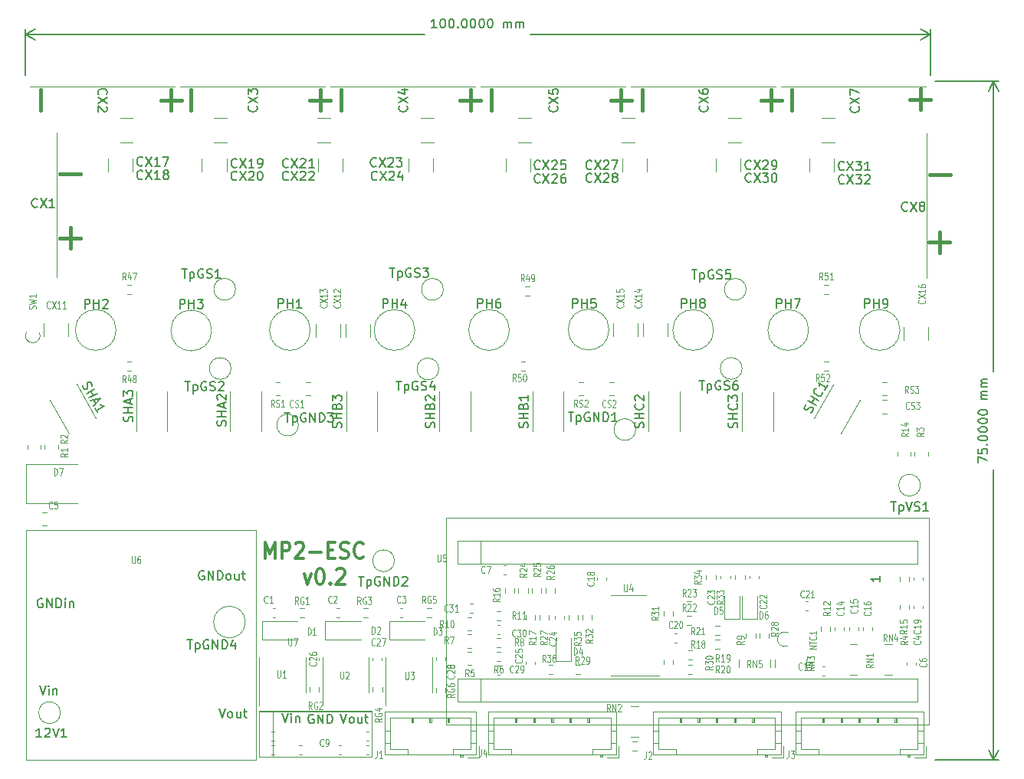
<source format=gbr>
%TF.GenerationSoftware,KiCad,Pcbnew,(6.0.0)*%
%TF.CreationDate,2022-10-23T22:36:45+03:00*%
%TF.ProjectId,CCC_ESC,4343435f-4553-4432-9e6b-696361645f70,rev?*%
%TF.SameCoordinates,Original*%
%TF.FileFunction,Legend,Top*%
%TF.FilePolarity,Positive*%
%FSLAX46Y46*%
G04 Gerber Fmt 4.6, Leading zero omitted, Abs format (unit mm)*
G04 Created by KiCad (PCBNEW (6.0.0)) date 2022-10-23 22:36:45*
%MOMM*%
%LPD*%
G01*
G04 APERTURE LIST*
%ADD10C,0.300000*%
%ADD11C,0.150000*%
%ADD12C,0.120000*%
%ADD13C,0.400000*%
G04 APERTURE END LIST*
D10*
X76519047Y-99765285D02*
X76519047Y-97965285D01*
X77052380Y-99251000D01*
X77585714Y-97965285D01*
X77585714Y-99765285D01*
X78347619Y-99765285D02*
X78347619Y-97965285D01*
X78957142Y-97965285D01*
X79109523Y-98051000D01*
X79185714Y-98136714D01*
X79261904Y-98308142D01*
X79261904Y-98565285D01*
X79185714Y-98736714D01*
X79109523Y-98822428D01*
X78957142Y-98908142D01*
X78347619Y-98908142D01*
X79871428Y-98136714D02*
X79947619Y-98051000D01*
X80100000Y-97965285D01*
X80480952Y-97965285D01*
X80633333Y-98051000D01*
X80709523Y-98136714D01*
X80785714Y-98308142D01*
X80785714Y-98479571D01*
X80709523Y-98736714D01*
X79795238Y-99765285D01*
X80785714Y-99765285D01*
X81471428Y-99079571D02*
X82690476Y-99079571D01*
X83452380Y-98822428D02*
X83985714Y-98822428D01*
X84214285Y-99765285D02*
X83452380Y-99765285D01*
X83452380Y-97965285D01*
X84214285Y-97965285D01*
X84823809Y-99679571D02*
X85052380Y-99765285D01*
X85433333Y-99765285D01*
X85585714Y-99679571D01*
X85661904Y-99593857D01*
X85738095Y-99422428D01*
X85738095Y-99251000D01*
X85661904Y-99079571D01*
X85585714Y-98993857D01*
X85433333Y-98908142D01*
X85128571Y-98822428D01*
X84976190Y-98736714D01*
X84900000Y-98651000D01*
X84823809Y-98479571D01*
X84823809Y-98308142D01*
X84900000Y-98136714D01*
X84976190Y-98051000D01*
X85128571Y-97965285D01*
X85509523Y-97965285D01*
X85738095Y-98051000D01*
X87338095Y-99593857D02*
X87261904Y-99679571D01*
X87033333Y-99765285D01*
X86880952Y-99765285D01*
X86652380Y-99679571D01*
X86500000Y-99508142D01*
X86423809Y-99336714D01*
X86347619Y-98993857D01*
X86347619Y-98736714D01*
X86423809Y-98393857D01*
X86500000Y-98222428D01*
X86652380Y-98051000D01*
X86880952Y-97965285D01*
X87033333Y-97965285D01*
X87261904Y-98051000D01*
X87338095Y-98136714D01*
X80823809Y-101463285D02*
X81204761Y-102663285D01*
X81585714Y-101463285D01*
X82500000Y-100863285D02*
X82652380Y-100863285D01*
X82804761Y-100949000D01*
X82880952Y-101034714D01*
X82957142Y-101206142D01*
X83033333Y-101549000D01*
X83033333Y-101977571D01*
X82957142Y-102320428D01*
X82880952Y-102491857D01*
X82804761Y-102577571D01*
X82652380Y-102663285D01*
X82500000Y-102663285D01*
X82347619Y-102577571D01*
X82271428Y-102491857D01*
X82195238Y-102320428D01*
X82119047Y-101977571D01*
X82119047Y-101549000D01*
X82195238Y-101206142D01*
X82271428Y-101034714D01*
X82347619Y-100949000D01*
X82500000Y-100863285D01*
X83719047Y-102491857D02*
X83795238Y-102577571D01*
X83719047Y-102663285D01*
X83642857Y-102577571D01*
X83719047Y-102491857D01*
X83719047Y-102663285D01*
X84404761Y-101034714D02*
X84480952Y-100949000D01*
X84633333Y-100863285D01*
X85014285Y-100863285D01*
X85166666Y-100949000D01*
X85242857Y-101034714D01*
X85319047Y-101206142D01*
X85319047Y-101377571D01*
X85242857Y-101634714D01*
X84328571Y-102663285D01*
X85319047Y-102663285D01*
D11*
X155302380Y-89166666D02*
X155302380Y-88500000D01*
X156302380Y-88928571D01*
X155302380Y-87642857D02*
X155302380Y-88119047D01*
X155778571Y-88166666D01*
X155730952Y-88119047D01*
X155683333Y-88023809D01*
X155683333Y-87785714D01*
X155730952Y-87690476D01*
X155778571Y-87642857D01*
X155873809Y-87595238D01*
X156111904Y-87595238D01*
X156207142Y-87642857D01*
X156254761Y-87690476D01*
X156302380Y-87785714D01*
X156302380Y-88023809D01*
X156254761Y-88119047D01*
X156207142Y-88166666D01*
X156207142Y-87166666D02*
X156254761Y-87119047D01*
X156302380Y-87166666D01*
X156254761Y-87214285D01*
X156207142Y-87166666D01*
X156302380Y-87166666D01*
X155302380Y-86500000D02*
X155302380Y-86404761D01*
X155350000Y-86309523D01*
X155397619Y-86261904D01*
X155492857Y-86214285D01*
X155683333Y-86166666D01*
X155921428Y-86166666D01*
X156111904Y-86214285D01*
X156207142Y-86261904D01*
X156254761Y-86309523D01*
X156302380Y-86404761D01*
X156302380Y-86500000D01*
X156254761Y-86595238D01*
X156207142Y-86642857D01*
X156111904Y-86690476D01*
X155921428Y-86738095D01*
X155683333Y-86738095D01*
X155492857Y-86690476D01*
X155397619Y-86642857D01*
X155350000Y-86595238D01*
X155302380Y-86500000D01*
X155302380Y-85547619D02*
X155302380Y-85452380D01*
X155350000Y-85357142D01*
X155397619Y-85309523D01*
X155492857Y-85261904D01*
X155683333Y-85214285D01*
X155921428Y-85214285D01*
X156111904Y-85261904D01*
X156207142Y-85309523D01*
X156254761Y-85357142D01*
X156302380Y-85452380D01*
X156302380Y-85547619D01*
X156254761Y-85642857D01*
X156207142Y-85690476D01*
X156111904Y-85738095D01*
X155921428Y-85785714D01*
X155683333Y-85785714D01*
X155492857Y-85738095D01*
X155397619Y-85690476D01*
X155350000Y-85642857D01*
X155302380Y-85547619D01*
X155302380Y-84595238D02*
X155302380Y-84500000D01*
X155350000Y-84404761D01*
X155397619Y-84357142D01*
X155492857Y-84309523D01*
X155683333Y-84261904D01*
X155921428Y-84261904D01*
X156111904Y-84309523D01*
X156207142Y-84357142D01*
X156254761Y-84404761D01*
X156302380Y-84500000D01*
X156302380Y-84595238D01*
X156254761Y-84690476D01*
X156207142Y-84738095D01*
X156111904Y-84785714D01*
X155921428Y-84833333D01*
X155683333Y-84833333D01*
X155492857Y-84785714D01*
X155397619Y-84738095D01*
X155350000Y-84690476D01*
X155302380Y-84595238D01*
X155302380Y-83642857D02*
X155302380Y-83547619D01*
X155350000Y-83452380D01*
X155397619Y-83404761D01*
X155492857Y-83357142D01*
X155683333Y-83309523D01*
X155921428Y-83309523D01*
X156111904Y-83357142D01*
X156207142Y-83404761D01*
X156254761Y-83452380D01*
X156302380Y-83547619D01*
X156302380Y-83642857D01*
X156254761Y-83738095D01*
X156207142Y-83785714D01*
X156111904Y-83833333D01*
X155921428Y-83880952D01*
X155683333Y-83880952D01*
X155492857Y-83833333D01*
X155397619Y-83785714D01*
X155350000Y-83738095D01*
X155302380Y-83642857D01*
X156302380Y-82119047D02*
X155635714Y-82119047D01*
X155730952Y-82119047D02*
X155683333Y-82071428D01*
X155635714Y-81976190D01*
X155635714Y-81833333D01*
X155683333Y-81738095D01*
X155778571Y-81690476D01*
X156302380Y-81690476D01*
X155778571Y-81690476D02*
X155683333Y-81642857D01*
X155635714Y-81547619D01*
X155635714Y-81404761D01*
X155683333Y-81309523D01*
X155778571Y-81261904D01*
X156302380Y-81261904D01*
X156302380Y-80785714D02*
X155635714Y-80785714D01*
X155730952Y-80785714D02*
X155683333Y-80738095D01*
X155635714Y-80642857D01*
X155635714Y-80500000D01*
X155683333Y-80404761D01*
X155778571Y-80357142D01*
X156302380Y-80357142D01*
X155778571Y-80357142D02*
X155683333Y-80309523D01*
X155635714Y-80214285D01*
X155635714Y-80071428D01*
X155683333Y-79976190D01*
X155778571Y-79928571D01*
X156302380Y-79928571D01*
X150500000Y-47000000D02*
X157586420Y-47000000D01*
X150500000Y-122000000D02*
X157586420Y-122000000D01*
X157000000Y-47000000D02*
X157000000Y-79115476D01*
X157000000Y-89884524D02*
X157000000Y-122000000D01*
X157000000Y-47000000D02*
X156413579Y-48126504D01*
X157000000Y-47000000D02*
X157586421Y-48126504D01*
X157000000Y-122000000D02*
X157586421Y-120873496D01*
X157000000Y-122000000D02*
X156413579Y-120873496D01*
X95476190Y-41104120D02*
X94904761Y-41104120D01*
X95190476Y-41104120D02*
X95190476Y-40104120D01*
X95095238Y-40246978D01*
X95000000Y-40342216D01*
X94904761Y-40389835D01*
X96095238Y-40104120D02*
X96190476Y-40104120D01*
X96285714Y-40151740D01*
X96333333Y-40199359D01*
X96380952Y-40294597D01*
X96428571Y-40485073D01*
X96428571Y-40723168D01*
X96380952Y-40913644D01*
X96333333Y-41008882D01*
X96285714Y-41056501D01*
X96190476Y-41104120D01*
X96095238Y-41104120D01*
X96000000Y-41056501D01*
X95952380Y-41008882D01*
X95904761Y-40913644D01*
X95857142Y-40723168D01*
X95857142Y-40485073D01*
X95904761Y-40294597D01*
X95952380Y-40199359D01*
X96000000Y-40151740D01*
X96095238Y-40104120D01*
X97047619Y-40104120D02*
X97142857Y-40104120D01*
X97238095Y-40151740D01*
X97285714Y-40199359D01*
X97333333Y-40294597D01*
X97380952Y-40485073D01*
X97380952Y-40723168D01*
X97333333Y-40913644D01*
X97285714Y-41008882D01*
X97238095Y-41056501D01*
X97142857Y-41104120D01*
X97047619Y-41104120D01*
X96952380Y-41056501D01*
X96904761Y-41008882D01*
X96857142Y-40913644D01*
X96809523Y-40723168D01*
X96809523Y-40485073D01*
X96857142Y-40294597D01*
X96904761Y-40199359D01*
X96952380Y-40151740D01*
X97047619Y-40104120D01*
X97809523Y-41008882D02*
X97857142Y-41056501D01*
X97809523Y-41104120D01*
X97761904Y-41056501D01*
X97809523Y-41008882D01*
X97809523Y-41104120D01*
X98476190Y-40104120D02*
X98571428Y-40104120D01*
X98666666Y-40151740D01*
X98714285Y-40199359D01*
X98761904Y-40294597D01*
X98809523Y-40485073D01*
X98809523Y-40723168D01*
X98761904Y-40913644D01*
X98714285Y-41008882D01*
X98666666Y-41056501D01*
X98571428Y-41104120D01*
X98476190Y-41104120D01*
X98380952Y-41056501D01*
X98333333Y-41008882D01*
X98285714Y-40913644D01*
X98238095Y-40723168D01*
X98238095Y-40485073D01*
X98285714Y-40294597D01*
X98333333Y-40199359D01*
X98380952Y-40151740D01*
X98476190Y-40104120D01*
X99428571Y-40104120D02*
X99523809Y-40104120D01*
X99619047Y-40151740D01*
X99666666Y-40199359D01*
X99714285Y-40294597D01*
X99761904Y-40485073D01*
X99761904Y-40723168D01*
X99714285Y-40913644D01*
X99666666Y-41008882D01*
X99619047Y-41056501D01*
X99523809Y-41104120D01*
X99428571Y-41104120D01*
X99333333Y-41056501D01*
X99285714Y-41008882D01*
X99238095Y-40913644D01*
X99190476Y-40723168D01*
X99190476Y-40485073D01*
X99238095Y-40294597D01*
X99285714Y-40199359D01*
X99333333Y-40151740D01*
X99428571Y-40104120D01*
X100380952Y-40104120D02*
X100476190Y-40104120D01*
X100571428Y-40151740D01*
X100619047Y-40199359D01*
X100666666Y-40294597D01*
X100714285Y-40485073D01*
X100714285Y-40723168D01*
X100666666Y-40913644D01*
X100619047Y-41008882D01*
X100571428Y-41056501D01*
X100476190Y-41104120D01*
X100380952Y-41104120D01*
X100285714Y-41056501D01*
X100238095Y-41008882D01*
X100190476Y-40913644D01*
X100142857Y-40723168D01*
X100142857Y-40485073D01*
X100190476Y-40294597D01*
X100238095Y-40199359D01*
X100285714Y-40151740D01*
X100380952Y-40104120D01*
X101333333Y-40104120D02*
X101428571Y-40104120D01*
X101523809Y-40151740D01*
X101571428Y-40199359D01*
X101619047Y-40294597D01*
X101666666Y-40485073D01*
X101666666Y-40723168D01*
X101619047Y-40913644D01*
X101571428Y-41008882D01*
X101523809Y-41056501D01*
X101428571Y-41104120D01*
X101333333Y-41104120D01*
X101238095Y-41056501D01*
X101190476Y-41008882D01*
X101142857Y-40913644D01*
X101095238Y-40723168D01*
X101095238Y-40485073D01*
X101142857Y-40294597D01*
X101190476Y-40199359D01*
X101238095Y-40151740D01*
X101333333Y-40104120D01*
X102857142Y-41104120D02*
X102857142Y-40437454D01*
X102857142Y-40532692D02*
X102904761Y-40485073D01*
X103000000Y-40437454D01*
X103142857Y-40437454D01*
X103238095Y-40485073D01*
X103285714Y-40580311D01*
X103285714Y-41104120D01*
X103285714Y-40580311D02*
X103333333Y-40485073D01*
X103428571Y-40437454D01*
X103571428Y-40437454D01*
X103666666Y-40485073D01*
X103714285Y-40580311D01*
X103714285Y-41104120D01*
X104190476Y-41104120D02*
X104190476Y-40437454D01*
X104190476Y-40532692D02*
X104238095Y-40485073D01*
X104333333Y-40437454D01*
X104476190Y-40437454D01*
X104571428Y-40485073D01*
X104619047Y-40580311D01*
X104619047Y-41104120D01*
X104619047Y-40580311D02*
X104666666Y-40485073D01*
X104761904Y-40437454D01*
X104904761Y-40437454D01*
X105000000Y-40485073D01*
X105047619Y-40580311D01*
X105047619Y-41104120D01*
X50000000Y-46300000D02*
X50000000Y-41215320D01*
X150000000Y-46300000D02*
X150000000Y-41215320D01*
X50000000Y-41801740D02*
X94139286Y-41801740D01*
X105860715Y-41801740D02*
X150000000Y-41801740D01*
X50000000Y-41801740D02*
X51126504Y-42388161D01*
X50000000Y-41801740D02*
X51126504Y-41215319D01*
X150000000Y-41801740D02*
X148873496Y-41215319D01*
X150000000Y-41801740D02*
X148873496Y-42388161D01*
D12*
%TO.C,C7*%
X100781000Y-101285714D02*
X100752428Y-101323809D01*
X100666714Y-101361904D01*
X100609571Y-101361904D01*
X100523857Y-101323809D01*
X100466714Y-101247619D01*
X100438142Y-101171428D01*
X100409571Y-101019047D01*
X100409571Y-100904761D01*
X100438142Y-100752380D01*
X100466714Y-100676190D01*
X100523857Y-100600000D01*
X100609571Y-100561904D01*
X100666714Y-100561904D01*
X100752428Y-100600000D01*
X100781000Y-100638095D01*
X100981000Y-100561904D02*
X101381000Y-100561904D01*
X101123857Y-101361904D01*
%TO.C,R33*%
X127180904Y-104413974D02*
X126799952Y-104613974D01*
X127180904Y-104756831D02*
X126380904Y-104756831D01*
X126380904Y-104528260D01*
X126419000Y-104471117D01*
X126457095Y-104442545D01*
X126533285Y-104413974D01*
X126647571Y-104413974D01*
X126723761Y-104442545D01*
X126761857Y-104471117D01*
X126799952Y-104528260D01*
X126799952Y-104756831D01*
X126380904Y-104213974D02*
X126380904Y-103842545D01*
X126685666Y-104042545D01*
X126685666Y-103956831D01*
X126723761Y-103899688D01*
X126761857Y-103871117D01*
X126838047Y-103842545D01*
X127028523Y-103842545D01*
X127104714Y-103871117D01*
X127142809Y-103899688D01*
X127180904Y-103956831D01*
X127180904Y-104128260D01*
X127142809Y-104185402D01*
X127104714Y-104213974D01*
X126380904Y-103642545D02*
X126380904Y-103271117D01*
X126685666Y-103471117D01*
X126685666Y-103385402D01*
X126723761Y-103328260D01*
X126761857Y-103299688D01*
X126838047Y-103271117D01*
X127028523Y-103271117D01*
X127104714Y-103299688D01*
X127142809Y-103328260D01*
X127180904Y-103385402D01*
X127180904Y-103556831D01*
X127142809Y-103613974D01*
X127104714Y-103642545D01*
%TO.C,C27*%
X88633285Y-109313974D02*
X88604714Y-109352069D01*
X88519000Y-109390164D01*
X88461857Y-109390164D01*
X88376142Y-109352069D01*
X88319000Y-109275879D01*
X88290428Y-109199688D01*
X88261857Y-109047307D01*
X88261857Y-108933021D01*
X88290428Y-108780640D01*
X88319000Y-108704450D01*
X88376142Y-108628260D01*
X88461857Y-108590164D01*
X88519000Y-108590164D01*
X88604714Y-108628260D01*
X88633285Y-108666355D01*
X88861857Y-108666355D02*
X88890428Y-108628260D01*
X88947571Y-108590164D01*
X89090428Y-108590164D01*
X89147571Y-108628260D01*
X89176142Y-108666355D01*
X89204714Y-108742545D01*
X89204714Y-108818736D01*
X89176142Y-108933021D01*
X88833285Y-109390164D01*
X89204714Y-109390164D01*
X89404714Y-108590164D02*
X89804714Y-108590164D01*
X89547571Y-109390164D01*
D11*
%TO.C,SHA2*%
X72154761Y-85064285D02*
X72202380Y-84921428D01*
X72202380Y-84683333D01*
X72154761Y-84588095D01*
X72107142Y-84540476D01*
X72011904Y-84492857D01*
X71916666Y-84492857D01*
X71821428Y-84540476D01*
X71773809Y-84588095D01*
X71726190Y-84683333D01*
X71678571Y-84873809D01*
X71630952Y-84969047D01*
X71583333Y-85016666D01*
X71488095Y-85064285D01*
X71392857Y-85064285D01*
X71297619Y-85016666D01*
X71250000Y-84969047D01*
X71202380Y-84873809D01*
X71202380Y-84635714D01*
X71250000Y-84492857D01*
X72202380Y-84064285D02*
X71202380Y-84064285D01*
X71678571Y-84064285D02*
X71678571Y-83492857D01*
X72202380Y-83492857D02*
X71202380Y-83492857D01*
X71916666Y-83064285D02*
X71916666Y-82588095D01*
X72202380Y-83159523D02*
X71202380Y-82826190D01*
X72202380Y-82492857D01*
X71297619Y-82207142D02*
X71250000Y-82159523D01*
X71202380Y-82064285D01*
X71202380Y-81826190D01*
X71250000Y-81730952D01*
X71297619Y-81683333D01*
X71392857Y-81635714D01*
X71488095Y-81635714D01*
X71630952Y-81683333D01*
X72202380Y-82254761D01*
X72202380Y-81635714D01*
D12*
%TO.C,D3*%
X95126142Y-108190164D02*
X95126142Y-107390164D01*
X95269000Y-107390164D01*
X95354714Y-107428260D01*
X95411857Y-107504450D01*
X95440428Y-107580640D01*
X95469000Y-107733021D01*
X95469000Y-107847307D01*
X95440428Y-107999688D01*
X95411857Y-108075879D01*
X95354714Y-108152069D01*
X95269000Y-108190164D01*
X95126142Y-108190164D01*
X95669000Y-107390164D02*
X96040428Y-107390164D01*
X95840428Y-107694926D01*
X95926142Y-107694926D01*
X95983285Y-107733021D01*
X96011857Y-107771117D01*
X96040428Y-107847307D01*
X96040428Y-108037783D01*
X96011857Y-108113974D01*
X95983285Y-108152069D01*
X95926142Y-108190164D01*
X95754714Y-108190164D01*
X95697571Y-108152069D01*
X95669000Y-108113974D01*
%TO.C,D1*%
X81226142Y-108190164D02*
X81226142Y-107390164D01*
X81369000Y-107390164D01*
X81454714Y-107428260D01*
X81511857Y-107504450D01*
X81540428Y-107580640D01*
X81569000Y-107733021D01*
X81569000Y-107847307D01*
X81540428Y-107999688D01*
X81511857Y-108075879D01*
X81454714Y-108152069D01*
X81369000Y-108190164D01*
X81226142Y-108190164D01*
X82140428Y-108190164D02*
X81797571Y-108190164D01*
X81969000Y-108190164D02*
X81969000Y-107390164D01*
X81911857Y-107504450D01*
X81854714Y-107580640D01*
X81797571Y-107618736D01*
%TO.C,R7*%
X96719000Y-109140164D02*
X96519000Y-108759212D01*
X96376142Y-109140164D02*
X96376142Y-108340164D01*
X96604714Y-108340164D01*
X96661857Y-108378260D01*
X96690428Y-108416355D01*
X96719000Y-108492545D01*
X96719000Y-108606831D01*
X96690428Y-108683021D01*
X96661857Y-108721117D01*
X96604714Y-108759212D01*
X96376142Y-108759212D01*
X96919000Y-108340164D02*
X97319000Y-108340164D01*
X97061857Y-109140164D01*
D11*
%TO.C,CX1*%
X51357142Y-60857142D02*
X51309523Y-60904761D01*
X51166666Y-60952380D01*
X51071428Y-60952380D01*
X50928571Y-60904761D01*
X50833333Y-60809523D01*
X50785714Y-60714285D01*
X50738095Y-60523809D01*
X50738095Y-60380952D01*
X50785714Y-60190476D01*
X50833333Y-60095238D01*
X50928571Y-60000000D01*
X51071428Y-59952380D01*
X51166666Y-59952380D01*
X51309523Y-60000000D01*
X51357142Y-60047619D01*
X51690476Y-59952380D02*
X52357142Y-60952380D01*
X52357142Y-59952380D02*
X51690476Y-60952380D01*
X53261904Y-60952380D02*
X52690476Y-60952380D01*
X52976190Y-60952380D02*
X52976190Y-59952380D01*
X52880952Y-60095238D01*
X52785714Y-60190476D01*
X52690476Y-60238095D01*
D13*
X53852142Y-57209285D02*
X56137857Y-57209285D01*
X53857142Y-64314285D02*
X56142857Y-64314285D01*
X55000000Y-65457142D02*
X55000000Y-63171428D01*
D12*
%TO.C,R3*%
X149261904Y-85850000D02*
X148880952Y-86050000D01*
X149261904Y-86192857D02*
X148461904Y-86192857D01*
X148461904Y-85964285D01*
X148500000Y-85907142D01*
X148538095Y-85878571D01*
X148614285Y-85850000D01*
X148728571Y-85850000D01*
X148804761Y-85878571D01*
X148842857Y-85907142D01*
X148880952Y-85964285D01*
X148880952Y-86192857D01*
X148461904Y-85650000D02*
X148461904Y-85278571D01*
X148766666Y-85478571D01*
X148766666Y-85392857D01*
X148804761Y-85335714D01*
X148842857Y-85307142D01*
X148919047Y-85278571D01*
X149109523Y-85278571D01*
X149185714Y-85307142D01*
X149223809Y-85335714D01*
X149261904Y-85392857D01*
X149261904Y-85564285D01*
X149223809Y-85621428D01*
X149185714Y-85650000D01*
%TO.C,D4*%
X110626142Y-110390164D02*
X110626142Y-109590164D01*
X110769000Y-109590164D01*
X110854714Y-109628260D01*
X110911857Y-109704450D01*
X110940428Y-109780640D01*
X110969000Y-109933021D01*
X110969000Y-110047307D01*
X110940428Y-110199688D01*
X110911857Y-110275879D01*
X110854714Y-110352069D01*
X110769000Y-110390164D01*
X110626142Y-110390164D01*
X111483285Y-109856831D02*
X111483285Y-110390164D01*
X111340428Y-109552069D02*
X111197571Y-110123498D01*
X111569000Y-110123498D01*
D11*
%TO.C,CX24*%
X88880952Y-57857142D02*
X88833333Y-57904761D01*
X88690476Y-57952380D01*
X88595238Y-57952380D01*
X88452380Y-57904761D01*
X88357142Y-57809523D01*
X88309523Y-57714285D01*
X88261904Y-57523809D01*
X88261904Y-57380952D01*
X88309523Y-57190476D01*
X88357142Y-57095238D01*
X88452380Y-57000000D01*
X88595238Y-56952380D01*
X88690476Y-56952380D01*
X88833333Y-57000000D01*
X88880952Y-57047619D01*
X89214285Y-56952380D02*
X89880952Y-57952380D01*
X89880952Y-56952380D02*
X89214285Y-57952380D01*
X90214285Y-57047619D02*
X90261904Y-57000000D01*
X90357142Y-56952380D01*
X90595238Y-56952380D01*
X90690476Y-57000000D01*
X90738095Y-57047619D01*
X90785714Y-57142857D01*
X90785714Y-57238095D01*
X90738095Y-57380952D01*
X90166666Y-57952380D01*
X90785714Y-57952380D01*
X91642857Y-57285714D02*
X91642857Y-57952380D01*
X91404761Y-56904761D02*
X91166666Y-57619047D01*
X91785714Y-57619047D01*
%TO.C,CX4*%
X92162142Y-49737857D02*
X92209761Y-49785476D01*
X92257380Y-49928333D01*
X92257380Y-50023571D01*
X92209761Y-50166428D01*
X92114523Y-50261666D01*
X92019285Y-50309285D01*
X91828809Y-50356904D01*
X91685952Y-50356904D01*
X91495476Y-50309285D01*
X91400238Y-50261666D01*
X91305000Y-50166428D01*
X91257380Y-50023571D01*
X91257380Y-49928333D01*
X91305000Y-49785476D01*
X91352619Y-49737857D01*
X91257380Y-49404523D02*
X92257380Y-48737857D01*
X91257380Y-48737857D02*
X92257380Y-49404523D01*
X91590714Y-47928333D02*
X92257380Y-47928333D01*
X91209761Y-48166428D02*
X91924047Y-48404523D01*
X91924047Y-47785476D01*
D13*
X99214285Y-50242857D02*
X99214285Y-47957142D01*
X100357142Y-49100000D02*
X98071428Y-49100000D01*
X84914285Y-50242857D02*
X84914285Y-47957142D01*
D12*
%TO.C,RN4*%
X145154714Y-108890164D02*
X144954714Y-108509212D01*
X144811857Y-108890164D02*
X144811857Y-108090164D01*
X145040428Y-108090164D01*
X145097571Y-108128260D01*
X145126142Y-108166355D01*
X145154714Y-108242545D01*
X145154714Y-108356831D01*
X145126142Y-108433021D01*
X145097571Y-108471117D01*
X145040428Y-108509212D01*
X144811857Y-108509212D01*
X145411857Y-108890164D02*
X145411857Y-108090164D01*
X145754714Y-108890164D01*
X145754714Y-108090164D01*
X146297571Y-108356831D02*
X146297571Y-108890164D01*
X146154714Y-108052069D02*
X146011857Y-108623498D01*
X146383285Y-108623498D01*
%TO.C,R36*%
X107483285Y-111190164D02*
X107283285Y-110809212D01*
X107140428Y-111190164D02*
X107140428Y-110390164D01*
X107369000Y-110390164D01*
X107426142Y-110428260D01*
X107454714Y-110466355D01*
X107483285Y-110542545D01*
X107483285Y-110656831D01*
X107454714Y-110733021D01*
X107426142Y-110771117D01*
X107369000Y-110809212D01*
X107140428Y-110809212D01*
X107683285Y-110390164D02*
X108054714Y-110390164D01*
X107854714Y-110694926D01*
X107940428Y-110694926D01*
X107997571Y-110733021D01*
X108026142Y-110771117D01*
X108054714Y-110847307D01*
X108054714Y-111037783D01*
X108026142Y-111113974D01*
X107997571Y-111152069D01*
X107940428Y-111190164D01*
X107769000Y-111190164D01*
X107711857Y-111152069D01*
X107683285Y-111113974D01*
X108569000Y-110390164D02*
X108454714Y-110390164D01*
X108397571Y-110428260D01*
X108369000Y-110466355D01*
X108311857Y-110580640D01*
X108283285Y-110733021D01*
X108283285Y-111037783D01*
X108311857Y-111113974D01*
X108340428Y-111152069D01*
X108397571Y-111190164D01*
X108511857Y-111190164D01*
X108569000Y-111152069D01*
X108597571Y-111113974D01*
X108626142Y-111037783D01*
X108626142Y-110847307D01*
X108597571Y-110771117D01*
X108569000Y-110733021D01*
X108511857Y-110694926D01*
X108397571Y-110694926D01*
X108340428Y-110733021D01*
X108311857Y-110771117D01*
X108283285Y-110847307D01*
%TO.C,C23*%
X126104714Y-104413974D02*
X126142809Y-104442545D01*
X126180904Y-104528260D01*
X126180904Y-104585402D01*
X126142809Y-104671117D01*
X126066619Y-104728260D01*
X125990428Y-104756831D01*
X125838047Y-104785402D01*
X125723761Y-104785402D01*
X125571380Y-104756831D01*
X125495190Y-104728260D01*
X125419000Y-104671117D01*
X125380904Y-104585402D01*
X125380904Y-104528260D01*
X125419000Y-104442545D01*
X125457095Y-104413974D01*
X125457095Y-104185402D02*
X125419000Y-104156831D01*
X125380904Y-104099688D01*
X125380904Y-103956831D01*
X125419000Y-103899688D01*
X125457095Y-103871117D01*
X125533285Y-103842545D01*
X125609476Y-103842545D01*
X125723761Y-103871117D01*
X126180904Y-104213974D01*
X126180904Y-103842545D01*
X125380904Y-103642545D02*
X125380904Y-103271117D01*
X125685666Y-103471117D01*
X125685666Y-103385402D01*
X125723761Y-103328260D01*
X125761857Y-103299688D01*
X125838047Y-103271117D01*
X126028523Y-103271117D01*
X126104714Y-103299688D01*
X126142809Y-103328260D01*
X126180904Y-103385402D01*
X126180904Y-103556831D01*
X126142809Y-103613974D01*
X126104714Y-103642545D01*
D11*
%TO.C,CX19*%
X73380952Y-56457142D02*
X73333333Y-56504761D01*
X73190476Y-56552380D01*
X73095238Y-56552380D01*
X72952380Y-56504761D01*
X72857142Y-56409523D01*
X72809523Y-56314285D01*
X72761904Y-56123809D01*
X72761904Y-55980952D01*
X72809523Y-55790476D01*
X72857142Y-55695238D01*
X72952380Y-55600000D01*
X73095238Y-55552380D01*
X73190476Y-55552380D01*
X73333333Y-55600000D01*
X73380952Y-55647619D01*
X73714285Y-55552380D02*
X74380952Y-56552380D01*
X74380952Y-55552380D02*
X73714285Y-56552380D01*
X75285714Y-56552380D02*
X74714285Y-56552380D01*
X75000000Y-56552380D02*
X75000000Y-55552380D01*
X74904761Y-55695238D01*
X74809523Y-55790476D01*
X74714285Y-55838095D01*
X75761904Y-56552380D02*
X75952380Y-56552380D01*
X76047619Y-56504761D01*
X76095238Y-56457142D01*
X76190476Y-56314285D01*
X76238095Y-56123809D01*
X76238095Y-55742857D01*
X76190476Y-55647619D01*
X76142857Y-55600000D01*
X76047619Y-55552380D01*
X75857142Y-55552380D01*
X75761904Y-55600000D01*
X75714285Y-55647619D01*
X75666666Y-55742857D01*
X75666666Y-55980952D01*
X75714285Y-56076190D01*
X75761904Y-56123809D01*
X75857142Y-56171428D01*
X76047619Y-56171428D01*
X76142857Y-56123809D01*
X76190476Y-56076190D01*
X76238095Y-55980952D01*
%TO.C,SHC1*%
X136819407Y-83648854D02*
X136932075Y-83548946D01*
X137051123Y-83342749D01*
X137057503Y-83236461D01*
X137040073Y-83171413D01*
X136981404Y-83082554D01*
X136898925Y-83034935D01*
X136792637Y-83028555D01*
X136727588Y-83045985D01*
X136638730Y-83104654D01*
X136502252Y-83245802D01*
X136413394Y-83304471D01*
X136348345Y-83321901D01*
X136242057Y-83315521D01*
X136159579Y-83267902D01*
X136100909Y-83179044D01*
X136083480Y-83113995D01*
X136089859Y-83007707D01*
X136208907Y-82801510D01*
X136321575Y-82701602D01*
X137360647Y-82806639D02*
X136494621Y-82306639D01*
X136907014Y-82544734D02*
X137192729Y-82049862D01*
X137646361Y-82311767D02*
X136780336Y-81811767D01*
X138087692Y-81356883D02*
X138105122Y-81421932D01*
X138074932Y-81569459D01*
X138027313Y-81651938D01*
X137914646Y-81751846D01*
X137784548Y-81786706D01*
X137678260Y-81780326D01*
X137489493Y-81726327D01*
X137365775Y-81654899D01*
X137224627Y-81518421D01*
X137165958Y-81429563D01*
X137131099Y-81299465D01*
X137161288Y-81151938D01*
X137208907Y-81069459D01*
X137321575Y-80969551D01*
X137386624Y-80952121D01*
X138646361Y-80579716D02*
X138360647Y-81074588D01*
X138503504Y-80827152D02*
X137637478Y-80327152D01*
X137713577Y-80481059D01*
X137748437Y-80611157D01*
X137742057Y-80717445D01*
%TO.C,CX8*%
X147457142Y-61257142D02*
X147409523Y-61304761D01*
X147266666Y-61352380D01*
X147171428Y-61352380D01*
X147028571Y-61304761D01*
X146933333Y-61209523D01*
X146885714Y-61114285D01*
X146838095Y-60923809D01*
X146838095Y-60780952D01*
X146885714Y-60590476D01*
X146933333Y-60495238D01*
X147028571Y-60400000D01*
X147171428Y-60352380D01*
X147266666Y-60352380D01*
X147409523Y-60400000D01*
X147457142Y-60447619D01*
X147790476Y-60352380D02*
X148457142Y-61352380D01*
X148457142Y-60352380D02*
X147790476Y-61352380D01*
X148980952Y-60780952D02*
X148885714Y-60733333D01*
X148838095Y-60685714D01*
X148790476Y-60590476D01*
X148790476Y-60542857D01*
X148838095Y-60447619D01*
X148885714Y-60400000D01*
X148980952Y-60352380D01*
X149171428Y-60352380D01*
X149266666Y-60400000D01*
X149314285Y-60447619D01*
X149361904Y-60542857D01*
X149361904Y-60590476D01*
X149314285Y-60685714D01*
X149266666Y-60733333D01*
X149171428Y-60780952D01*
X148980952Y-60780952D01*
X148885714Y-60828571D01*
X148838095Y-60876190D01*
X148790476Y-60971428D01*
X148790476Y-61161904D01*
X148838095Y-61257142D01*
X148885714Y-61304761D01*
X148980952Y-61352380D01*
X149171428Y-61352380D01*
X149266666Y-61304761D01*
X149314285Y-61257142D01*
X149361904Y-61161904D01*
X149361904Y-60971428D01*
X149314285Y-60876190D01*
X149266666Y-60828571D01*
X149171428Y-60780952D01*
D13*
X149852142Y-64809285D02*
X152137857Y-64809285D01*
X150995000Y-65952142D02*
X150995000Y-63666428D01*
X149952142Y-57309285D02*
X152237857Y-57309285D01*
D11*
%TO.C,TpGND3*%
X78661904Y-83652380D02*
X79233333Y-83652380D01*
X78947619Y-84652380D02*
X78947619Y-83652380D01*
X79566666Y-83985714D02*
X79566666Y-84985714D01*
X79566666Y-84033333D02*
X79661904Y-83985714D01*
X79852380Y-83985714D01*
X79947619Y-84033333D01*
X79995238Y-84080952D01*
X80042857Y-84176190D01*
X80042857Y-84461904D01*
X79995238Y-84557142D01*
X79947619Y-84604761D01*
X79852380Y-84652380D01*
X79661904Y-84652380D01*
X79566666Y-84604761D01*
X80995238Y-83700000D02*
X80900000Y-83652380D01*
X80757142Y-83652380D01*
X80614285Y-83700000D01*
X80519047Y-83795238D01*
X80471428Y-83890476D01*
X80423809Y-84080952D01*
X80423809Y-84223809D01*
X80471428Y-84414285D01*
X80519047Y-84509523D01*
X80614285Y-84604761D01*
X80757142Y-84652380D01*
X80852380Y-84652380D01*
X80995238Y-84604761D01*
X81042857Y-84557142D01*
X81042857Y-84223809D01*
X80852380Y-84223809D01*
X81471428Y-84652380D02*
X81471428Y-83652380D01*
X82042857Y-84652380D01*
X82042857Y-83652380D01*
X82519047Y-84652380D02*
X82519047Y-83652380D01*
X82757142Y-83652380D01*
X82900000Y-83700000D01*
X82995238Y-83795238D01*
X83042857Y-83890476D01*
X83090476Y-84080952D01*
X83090476Y-84223809D01*
X83042857Y-84414285D01*
X82995238Y-84509523D01*
X82900000Y-84604761D01*
X82757142Y-84652380D01*
X82519047Y-84652380D01*
X83423809Y-83652380D02*
X84042857Y-83652380D01*
X83709523Y-84033333D01*
X83852380Y-84033333D01*
X83947619Y-84080952D01*
X83995238Y-84128571D01*
X84042857Y-84223809D01*
X84042857Y-84461904D01*
X83995238Y-84557142D01*
X83947619Y-84604761D01*
X83852380Y-84652380D01*
X83566666Y-84652380D01*
X83471428Y-84604761D01*
X83423809Y-84557142D01*
D12*
%TO.C,C19*%
X148854714Y-107663974D02*
X148892809Y-107692545D01*
X148930904Y-107778260D01*
X148930904Y-107835402D01*
X148892809Y-107921117D01*
X148816619Y-107978260D01*
X148740428Y-108006831D01*
X148588047Y-108035402D01*
X148473761Y-108035402D01*
X148321380Y-108006831D01*
X148245190Y-107978260D01*
X148169000Y-107921117D01*
X148130904Y-107835402D01*
X148130904Y-107778260D01*
X148169000Y-107692545D01*
X148207095Y-107663974D01*
X148930904Y-107092545D02*
X148930904Y-107435402D01*
X148930904Y-107263974D02*
X148130904Y-107263974D01*
X148245190Y-107321117D01*
X148321380Y-107378260D01*
X148359476Y-107435402D01*
X148930904Y-106806831D02*
X148930904Y-106692545D01*
X148892809Y-106635402D01*
X148854714Y-106606831D01*
X148740428Y-106549688D01*
X148588047Y-106521117D01*
X148283285Y-106521117D01*
X148207095Y-106549688D01*
X148169000Y-106578260D01*
X148130904Y-106635402D01*
X148130904Y-106749688D01*
X148169000Y-106806831D01*
X148207095Y-106835402D01*
X148283285Y-106863974D01*
X148473761Y-106863974D01*
X148549952Y-106835402D01*
X148588047Y-106806831D01*
X148626142Y-106749688D01*
X148626142Y-106635402D01*
X148588047Y-106578260D01*
X148549952Y-106549688D01*
X148473761Y-106521117D01*
%TO.C,D2*%
X88326142Y-108090164D02*
X88326142Y-107290164D01*
X88469000Y-107290164D01*
X88554714Y-107328260D01*
X88611857Y-107404450D01*
X88640428Y-107480640D01*
X88669000Y-107633021D01*
X88669000Y-107747307D01*
X88640428Y-107899688D01*
X88611857Y-107975879D01*
X88554714Y-108052069D01*
X88469000Y-108090164D01*
X88326142Y-108090164D01*
X88897571Y-107366355D02*
X88926142Y-107328260D01*
X88983285Y-107290164D01*
X89126142Y-107290164D01*
X89183285Y-107328260D01*
X89211857Y-107366355D01*
X89240428Y-107442545D01*
X89240428Y-107518736D01*
X89211857Y-107633021D01*
X88869000Y-108090164D01*
X89240428Y-108090164D01*
%TO.C,R20*%
X126683285Y-112390164D02*
X126483285Y-112009212D01*
X126340428Y-112390164D02*
X126340428Y-111590164D01*
X126569000Y-111590164D01*
X126626142Y-111628260D01*
X126654714Y-111666355D01*
X126683285Y-111742545D01*
X126683285Y-111856831D01*
X126654714Y-111933021D01*
X126626142Y-111971117D01*
X126569000Y-112009212D01*
X126340428Y-112009212D01*
X126911857Y-111666355D02*
X126940428Y-111628260D01*
X126997571Y-111590164D01*
X127140428Y-111590164D01*
X127197571Y-111628260D01*
X127226142Y-111666355D01*
X127254714Y-111742545D01*
X127254714Y-111818736D01*
X127226142Y-111933021D01*
X126883285Y-112390164D01*
X127254714Y-112390164D01*
X127626142Y-111590164D02*
X127683285Y-111590164D01*
X127740428Y-111628260D01*
X127769000Y-111666355D01*
X127797571Y-111742545D01*
X127826142Y-111894926D01*
X127826142Y-112085402D01*
X127797571Y-112237783D01*
X127769000Y-112313974D01*
X127740428Y-112352069D01*
X127683285Y-112390164D01*
X127626142Y-112390164D01*
X127569000Y-112352069D01*
X127540428Y-112313974D01*
X127511857Y-112237783D01*
X127483285Y-112085402D01*
X127483285Y-111894926D01*
X127511857Y-111742545D01*
X127540428Y-111666355D01*
X127569000Y-111628260D01*
X127626142Y-111590164D01*
%TO.C,R23*%
X122983285Y-103960164D02*
X122783285Y-103579212D01*
X122640428Y-103960164D02*
X122640428Y-103160164D01*
X122869000Y-103160164D01*
X122926142Y-103198260D01*
X122954714Y-103236355D01*
X122983285Y-103312545D01*
X122983285Y-103426831D01*
X122954714Y-103503021D01*
X122926142Y-103541117D01*
X122869000Y-103579212D01*
X122640428Y-103579212D01*
X123211857Y-103236355D02*
X123240428Y-103198260D01*
X123297571Y-103160164D01*
X123440428Y-103160164D01*
X123497571Y-103198260D01*
X123526142Y-103236355D01*
X123554714Y-103312545D01*
X123554714Y-103388736D01*
X123526142Y-103503021D01*
X123183285Y-103960164D01*
X123554714Y-103960164D01*
X123754714Y-103160164D02*
X124126142Y-103160164D01*
X123926142Y-103464926D01*
X124011857Y-103464926D01*
X124069000Y-103503021D01*
X124097571Y-103541117D01*
X124126142Y-103617307D01*
X124126142Y-103807783D01*
X124097571Y-103883974D01*
X124069000Y-103922069D01*
X124011857Y-103960164D01*
X123840428Y-103960164D01*
X123783285Y-103922069D01*
X123754714Y-103883974D01*
D11*
%TO.C,PH9*%
X142738095Y-72052380D02*
X142738095Y-71052380D01*
X143119047Y-71052380D01*
X143214285Y-71100000D01*
X143261904Y-71147619D01*
X143309523Y-71242857D01*
X143309523Y-71385714D01*
X143261904Y-71480952D01*
X143214285Y-71528571D01*
X143119047Y-71576190D01*
X142738095Y-71576190D01*
X143738095Y-72052380D02*
X143738095Y-71052380D01*
X143738095Y-71528571D02*
X144309523Y-71528571D01*
X144309523Y-72052380D02*
X144309523Y-71052380D01*
X144833333Y-72052380D02*
X145023809Y-72052380D01*
X145119047Y-72004761D01*
X145166666Y-71957142D01*
X145261904Y-71814285D01*
X145309523Y-71623809D01*
X145309523Y-71242857D01*
X145261904Y-71147619D01*
X145214285Y-71100000D01*
X145119047Y-71052380D01*
X144928571Y-71052380D01*
X144833333Y-71100000D01*
X144785714Y-71147619D01*
X144738095Y-71242857D01*
X144738095Y-71480952D01*
X144785714Y-71576190D01*
X144833333Y-71623809D01*
X144928571Y-71671428D01*
X145119047Y-71671428D01*
X145214285Y-71623809D01*
X145261904Y-71576190D01*
X145309523Y-71480952D01*
D12*
%TO.C,U6*%
X61811857Y-99490164D02*
X61811857Y-100137783D01*
X61840428Y-100213974D01*
X61869000Y-100252069D01*
X61926142Y-100290164D01*
X62040428Y-100290164D01*
X62097571Y-100252069D01*
X62126142Y-100213974D01*
X62154714Y-100137783D01*
X62154714Y-99490164D01*
X62697571Y-99490164D02*
X62583285Y-99490164D01*
X62526142Y-99528260D01*
X62497571Y-99566355D01*
X62440428Y-99680640D01*
X62411857Y-99833021D01*
X62411857Y-100137783D01*
X62440428Y-100213974D01*
X62469000Y-100252069D01*
X62526142Y-100290164D01*
X62640428Y-100290164D01*
X62697571Y-100252069D01*
X62726142Y-100213974D01*
X62754714Y-100137783D01*
X62754714Y-99947307D01*
X62726142Y-99871117D01*
X62697571Y-99833021D01*
X62640428Y-99794926D01*
X62526142Y-99794926D01*
X62469000Y-99833021D01*
X62440428Y-99871117D01*
X62411857Y-99947307D01*
D11*
X51630190Y-113805640D02*
X51963523Y-114805640D01*
X52296857Y-113805640D01*
X52630190Y-114805640D02*
X52630190Y-114138974D01*
X52630190Y-113805640D02*
X52582571Y-113853260D01*
X52630190Y-113900879D01*
X52677809Y-113853260D01*
X52630190Y-113805640D01*
X52630190Y-113900879D01*
X53106380Y-114138974D02*
X53106380Y-114805640D01*
X53106380Y-114234212D02*
X53154000Y-114186593D01*
X53249238Y-114138974D01*
X53392095Y-114138974D01*
X53487333Y-114186593D01*
X53534952Y-114281831D01*
X53534952Y-114805640D01*
X51916619Y-104228260D02*
X51821380Y-104180640D01*
X51678523Y-104180640D01*
X51535666Y-104228260D01*
X51440428Y-104323498D01*
X51392809Y-104418736D01*
X51345190Y-104609212D01*
X51345190Y-104752069D01*
X51392809Y-104942545D01*
X51440428Y-105037783D01*
X51535666Y-105133021D01*
X51678523Y-105180640D01*
X51773761Y-105180640D01*
X51916619Y-105133021D01*
X51964238Y-105085402D01*
X51964238Y-104752069D01*
X51773761Y-104752069D01*
X52392809Y-105180640D02*
X52392809Y-104180640D01*
X52964238Y-105180640D01*
X52964238Y-104180640D01*
X53440428Y-105180640D02*
X53440428Y-104180640D01*
X53678523Y-104180640D01*
X53821380Y-104228260D01*
X53916619Y-104323498D01*
X53964238Y-104418736D01*
X54011857Y-104609212D01*
X54011857Y-104752069D01*
X53964238Y-104942545D01*
X53916619Y-105037783D01*
X53821380Y-105133021D01*
X53678523Y-105180640D01*
X53440428Y-105180640D01*
X54440428Y-105180640D02*
X54440428Y-104513974D01*
X54440428Y-104180640D02*
X54392809Y-104228260D01*
X54440428Y-104275879D01*
X54488047Y-104228260D01*
X54440428Y-104180640D01*
X54440428Y-104275879D01*
X54916619Y-104513974D02*
X54916619Y-105180640D01*
X54916619Y-104609212D02*
X54964238Y-104561593D01*
X55059476Y-104513974D01*
X55202333Y-104513974D01*
X55297571Y-104561593D01*
X55345190Y-104656831D01*
X55345190Y-105180640D01*
X69751619Y-101153260D02*
X69656380Y-101105640D01*
X69513523Y-101105640D01*
X69370666Y-101153260D01*
X69275428Y-101248498D01*
X69227809Y-101343736D01*
X69180190Y-101534212D01*
X69180190Y-101677069D01*
X69227809Y-101867545D01*
X69275428Y-101962783D01*
X69370666Y-102058021D01*
X69513523Y-102105640D01*
X69608761Y-102105640D01*
X69751619Y-102058021D01*
X69799238Y-102010402D01*
X69799238Y-101677069D01*
X69608761Y-101677069D01*
X70227809Y-102105640D02*
X70227809Y-101105640D01*
X70799238Y-102105640D01*
X70799238Y-101105640D01*
X71275428Y-102105640D02*
X71275428Y-101105640D01*
X71513523Y-101105640D01*
X71656380Y-101153260D01*
X71751619Y-101248498D01*
X71799238Y-101343736D01*
X71846857Y-101534212D01*
X71846857Y-101677069D01*
X71799238Y-101867545D01*
X71751619Y-101962783D01*
X71656380Y-102058021D01*
X71513523Y-102105640D01*
X71275428Y-102105640D01*
X72418285Y-102105640D02*
X72323047Y-102058021D01*
X72275428Y-102010402D01*
X72227809Y-101915164D01*
X72227809Y-101629450D01*
X72275428Y-101534212D01*
X72323047Y-101486593D01*
X72418285Y-101438974D01*
X72561142Y-101438974D01*
X72656380Y-101486593D01*
X72704000Y-101534212D01*
X72751619Y-101629450D01*
X72751619Y-101915164D01*
X72704000Y-102010402D01*
X72656380Y-102058021D01*
X72561142Y-102105640D01*
X72418285Y-102105640D01*
X73608761Y-101438974D02*
X73608761Y-102105640D01*
X73180190Y-101438974D02*
X73180190Y-101962783D01*
X73227809Y-102058021D01*
X73323047Y-102105640D01*
X73465904Y-102105640D01*
X73561142Y-102058021D01*
X73608761Y-102010402D01*
X73942095Y-101438974D02*
X74323047Y-101438974D01*
X74084952Y-101105640D02*
X74084952Y-101962783D01*
X74132571Y-102058021D01*
X74227809Y-102105640D01*
X74323047Y-102105640D01*
X71450190Y-116345640D02*
X71783523Y-117345640D01*
X72116857Y-116345640D01*
X72593047Y-117345640D02*
X72497809Y-117298021D01*
X72450190Y-117250402D01*
X72402571Y-117155164D01*
X72402571Y-116869450D01*
X72450190Y-116774212D01*
X72497809Y-116726593D01*
X72593047Y-116678974D01*
X72735904Y-116678974D01*
X72831142Y-116726593D01*
X72878761Y-116774212D01*
X72926380Y-116869450D01*
X72926380Y-117155164D01*
X72878761Y-117250402D01*
X72831142Y-117298021D01*
X72735904Y-117345640D01*
X72593047Y-117345640D01*
X73783523Y-116678974D02*
X73783523Y-117345640D01*
X73354952Y-116678974D02*
X73354952Y-117202783D01*
X73402571Y-117298021D01*
X73497809Y-117345640D01*
X73640666Y-117345640D01*
X73735904Y-117298021D01*
X73783523Y-117250402D01*
X74116857Y-116678974D02*
X74497809Y-116678974D01*
X74259714Y-116345640D02*
X74259714Y-117202783D01*
X74307333Y-117298021D01*
X74402571Y-117345640D01*
X74497809Y-117345640D01*
%TO.C,SHB1*%
X105504761Y-85285714D02*
X105552380Y-85142857D01*
X105552380Y-84904761D01*
X105504761Y-84809523D01*
X105457142Y-84761904D01*
X105361904Y-84714285D01*
X105266666Y-84714285D01*
X105171428Y-84761904D01*
X105123809Y-84809523D01*
X105076190Y-84904761D01*
X105028571Y-85095238D01*
X104980952Y-85190476D01*
X104933333Y-85238095D01*
X104838095Y-85285714D01*
X104742857Y-85285714D01*
X104647619Y-85238095D01*
X104600000Y-85190476D01*
X104552380Y-85095238D01*
X104552380Y-84857142D01*
X104600000Y-84714285D01*
X105552380Y-84285714D02*
X104552380Y-84285714D01*
X105028571Y-84285714D02*
X105028571Y-83714285D01*
X105552380Y-83714285D02*
X104552380Y-83714285D01*
X105028571Y-82904761D02*
X105076190Y-82761904D01*
X105123809Y-82714285D01*
X105219047Y-82666666D01*
X105361904Y-82666666D01*
X105457142Y-82714285D01*
X105504761Y-82761904D01*
X105552380Y-82857142D01*
X105552380Y-83238095D01*
X104552380Y-83238095D01*
X104552380Y-82904761D01*
X104600000Y-82809523D01*
X104647619Y-82761904D01*
X104742857Y-82714285D01*
X104838095Y-82714285D01*
X104933333Y-82761904D01*
X104980952Y-82809523D01*
X105028571Y-82904761D01*
X105028571Y-83238095D01*
X105552380Y-81714285D02*
X105552380Y-82285714D01*
X105552380Y-82000000D02*
X104552380Y-82000000D01*
X104695238Y-82095238D01*
X104790476Y-82190476D01*
X104838095Y-82285714D01*
%TO.C,CX26*%
X106880952Y-58157142D02*
X106833333Y-58204761D01*
X106690476Y-58252380D01*
X106595238Y-58252380D01*
X106452380Y-58204761D01*
X106357142Y-58109523D01*
X106309523Y-58014285D01*
X106261904Y-57823809D01*
X106261904Y-57680952D01*
X106309523Y-57490476D01*
X106357142Y-57395238D01*
X106452380Y-57300000D01*
X106595238Y-57252380D01*
X106690476Y-57252380D01*
X106833333Y-57300000D01*
X106880952Y-57347619D01*
X107214285Y-57252380D02*
X107880952Y-58252380D01*
X107880952Y-57252380D02*
X107214285Y-58252380D01*
X108214285Y-57347619D02*
X108261904Y-57300000D01*
X108357142Y-57252380D01*
X108595238Y-57252380D01*
X108690476Y-57300000D01*
X108738095Y-57347619D01*
X108785714Y-57442857D01*
X108785714Y-57538095D01*
X108738095Y-57680952D01*
X108166666Y-58252380D01*
X108785714Y-58252380D01*
X109642857Y-57252380D02*
X109452380Y-57252380D01*
X109357142Y-57300000D01*
X109309523Y-57347619D01*
X109214285Y-57490476D01*
X109166666Y-57680952D01*
X109166666Y-58061904D01*
X109214285Y-58157142D01*
X109261904Y-58204761D01*
X109357142Y-58252380D01*
X109547619Y-58252380D01*
X109642857Y-58204761D01*
X109690476Y-58157142D01*
X109738095Y-58061904D01*
X109738095Y-57823809D01*
X109690476Y-57728571D01*
X109642857Y-57680952D01*
X109547619Y-57633333D01*
X109357142Y-57633333D01*
X109261904Y-57680952D01*
X109214285Y-57728571D01*
X109166666Y-57823809D01*
D12*
%TO.C,RG1*%
X80169000Y-104790164D02*
X79969000Y-104409212D01*
X79826142Y-104790164D02*
X79826142Y-103990164D01*
X80054714Y-103990164D01*
X80111857Y-104028260D01*
X80140428Y-104066355D01*
X80169000Y-104142545D01*
X80169000Y-104256831D01*
X80140428Y-104333021D01*
X80111857Y-104371117D01*
X80054714Y-104409212D01*
X79826142Y-104409212D01*
X80740428Y-104028260D02*
X80683285Y-103990164D01*
X80597571Y-103990164D01*
X80511857Y-104028260D01*
X80454714Y-104104450D01*
X80426142Y-104180640D01*
X80397571Y-104333021D01*
X80397571Y-104447307D01*
X80426142Y-104599688D01*
X80454714Y-104675879D01*
X80511857Y-104752069D01*
X80597571Y-104790164D01*
X80654714Y-104790164D01*
X80740428Y-104752069D01*
X80769000Y-104713974D01*
X80769000Y-104447307D01*
X80654714Y-104447307D01*
X81340428Y-104790164D02*
X80997571Y-104790164D01*
X81169000Y-104790164D02*
X81169000Y-103990164D01*
X81111857Y-104104450D01*
X81054714Y-104180640D01*
X80997571Y-104218736D01*
%TO.C,CX13*%
X83285714Y-71671428D02*
X83323809Y-71700000D01*
X83361904Y-71785714D01*
X83361904Y-71842857D01*
X83323809Y-71928571D01*
X83247619Y-71985714D01*
X83171428Y-72014285D01*
X83019047Y-72042857D01*
X82904761Y-72042857D01*
X82752380Y-72014285D01*
X82676190Y-71985714D01*
X82600000Y-71928571D01*
X82561904Y-71842857D01*
X82561904Y-71785714D01*
X82600000Y-71700000D01*
X82638095Y-71671428D01*
X82561904Y-71471428D02*
X83361904Y-71071428D01*
X82561904Y-71071428D02*
X83361904Y-71471428D01*
X83361904Y-70528571D02*
X83361904Y-70871428D01*
X83361904Y-70700000D02*
X82561904Y-70700000D01*
X82676190Y-70757142D01*
X82752380Y-70814285D01*
X82790476Y-70871428D01*
X82561904Y-70328571D02*
X82561904Y-69957142D01*
X82866666Y-70157142D01*
X82866666Y-70071428D01*
X82904761Y-70014285D01*
X82942857Y-69985714D01*
X83019047Y-69957142D01*
X83209523Y-69957142D01*
X83285714Y-69985714D01*
X83323809Y-70014285D01*
X83361904Y-70071428D01*
X83361904Y-70242857D01*
X83323809Y-70300000D01*
X83285714Y-70328571D01*
D11*
%TO.C,PH4*%
X89538095Y-72054380D02*
X89538095Y-71054380D01*
X89919047Y-71054380D01*
X90014285Y-71102000D01*
X90061904Y-71149619D01*
X90109523Y-71244857D01*
X90109523Y-71387714D01*
X90061904Y-71482952D01*
X90014285Y-71530571D01*
X89919047Y-71578190D01*
X89538095Y-71578190D01*
X90538095Y-72054380D02*
X90538095Y-71054380D01*
X90538095Y-71530571D02*
X91109523Y-71530571D01*
X91109523Y-72054380D02*
X91109523Y-71054380D01*
X92014285Y-71387714D02*
X92014285Y-72054380D01*
X91776190Y-71006761D02*
X91538095Y-71721047D01*
X92157142Y-71721047D01*
%TO.C,SHB2*%
X95204761Y-85285714D02*
X95252380Y-85142857D01*
X95252380Y-84904761D01*
X95204761Y-84809523D01*
X95157142Y-84761904D01*
X95061904Y-84714285D01*
X94966666Y-84714285D01*
X94871428Y-84761904D01*
X94823809Y-84809523D01*
X94776190Y-84904761D01*
X94728571Y-85095238D01*
X94680952Y-85190476D01*
X94633333Y-85238095D01*
X94538095Y-85285714D01*
X94442857Y-85285714D01*
X94347619Y-85238095D01*
X94300000Y-85190476D01*
X94252380Y-85095238D01*
X94252380Y-84857142D01*
X94300000Y-84714285D01*
X95252380Y-84285714D02*
X94252380Y-84285714D01*
X94728571Y-84285714D02*
X94728571Y-83714285D01*
X95252380Y-83714285D02*
X94252380Y-83714285D01*
X94728571Y-82904761D02*
X94776190Y-82761904D01*
X94823809Y-82714285D01*
X94919047Y-82666666D01*
X95061904Y-82666666D01*
X95157142Y-82714285D01*
X95204761Y-82761904D01*
X95252380Y-82857142D01*
X95252380Y-83238095D01*
X94252380Y-83238095D01*
X94252380Y-82904761D01*
X94300000Y-82809523D01*
X94347619Y-82761904D01*
X94442857Y-82714285D01*
X94538095Y-82714285D01*
X94633333Y-82761904D01*
X94680952Y-82809523D01*
X94728571Y-82904761D01*
X94728571Y-83238095D01*
X94347619Y-82285714D02*
X94300000Y-82238095D01*
X94252380Y-82142857D01*
X94252380Y-81904761D01*
X94300000Y-81809523D01*
X94347619Y-81761904D01*
X94442857Y-81714285D01*
X94538095Y-81714285D01*
X94680952Y-81761904D01*
X95252380Y-82333333D01*
X95252380Y-81714285D01*
D12*
%TO.C,RS3*%
X147544285Y-81461904D02*
X147344285Y-81080952D01*
X147201428Y-81461904D02*
X147201428Y-80661904D01*
X147430000Y-80661904D01*
X147487142Y-80700000D01*
X147515714Y-80738095D01*
X147544285Y-80814285D01*
X147544285Y-80928571D01*
X147515714Y-81004761D01*
X147487142Y-81042857D01*
X147430000Y-81080952D01*
X147201428Y-81080952D01*
X147772857Y-81423809D02*
X147858571Y-81461904D01*
X148001428Y-81461904D01*
X148058571Y-81423809D01*
X148087142Y-81385714D01*
X148115714Y-81309523D01*
X148115714Y-81233333D01*
X148087142Y-81157142D01*
X148058571Y-81119047D01*
X148001428Y-81080952D01*
X147887142Y-81042857D01*
X147830000Y-81004761D01*
X147801428Y-80966666D01*
X147772857Y-80890476D01*
X147772857Y-80814285D01*
X147801428Y-80738095D01*
X147830000Y-80700000D01*
X147887142Y-80661904D01*
X148030000Y-80661904D01*
X148115714Y-80700000D01*
X148315714Y-80661904D02*
X148687142Y-80661904D01*
X148487142Y-80966666D01*
X148572857Y-80966666D01*
X148630000Y-81004761D01*
X148658571Y-81042857D01*
X148687142Y-81119047D01*
X148687142Y-81309523D01*
X148658571Y-81385714D01*
X148630000Y-81423809D01*
X148572857Y-81461904D01*
X148401428Y-81461904D01*
X148344285Y-81423809D01*
X148315714Y-81385714D01*
%TO.C,R17*%
X106430904Y-108913974D02*
X106049952Y-109113974D01*
X106430904Y-109256831D02*
X105630904Y-109256831D01*
X105630904Y-109028260D01*
X105669000Y-108971117D01*
X105707095Y-108942545D01*
X105783285Y-108913974D01*
X105897571Y-108913974D01*
X105973761Y-108942545D01*
X106011857Y-108971117D01*
X106049952Y-109028260D01*
X106049952Y-109256831D01*
X106430904Y-108342545D02*
X106430904Y-108685402D01*
X106430904Y-108513974D02*
X105630904Y-108513974D01*
X105745190Y-108571117D01*
X105821380Y-108628260D01*
X105859476Y-108685402D01*
X105630904Y-108142545D02*
X105630904Y-107742545D01*
X106430904Y-107999688D01*
D11*
%TO.C,TpGS1*%
X67309523Y-67752380D02*
X67880952Y-67752380D01*
X67595238Y-68752380D02*
X67595238Y-67752380D01*
X68214285Y-68085714D02*
X68214285Y-69085714D01*
X68214285Y-68133333D02*
X68309523Y-68085714D01*
X68500000Y-68085714D01*
X68595238Y-68133333D01*
X68642857Y-68180952D01*
X68690476Y-68276190D01*
X68690476Y-68561904D01*
X68642857Y-68657142D01*
X68595238Y-68704761D01*
X68500000Y-68752380D01*
X68309523Y-68752380D01*
X68214285Y-68704761D01*
X69642857Y-67800000D02*
X69547619Y-67752380D01*
X69404761Y-67752380D01*
X69261904Y-67800000D01*
X69166666Y-67895238D01*
X69119047Y-67990476D01*
X69071428Y-68180952D01*
X69071428Y-68323809D01*
X69119047Y-68514285D01*
X69166666Y-68609523D01*
X69261904Y-68704761D01*
X69404761Y-68752380D01*
X69500000Y-68752380D01*
X69642857Y-68704761D01*
X69690476Y-68657142D01*
X69690476Y-68323809D01*
X69500000Y-68323809D01*
X70071428Y-68704761D02*
X70214285Y-68752380D01*
X70452380Y-68752380D01*
X70547619Y-68704761D01*
X70595238Y-68657142D01*
X70642857Y-68561904D01*
X70642857Y-68466666D01*
X70595238Y-68371428D01*
X70547619Y-68323809D01*
X70452380Y-68276190D01*
X70261904Y-68228571D01*
X70166666Y-68180952D01*
X70119047Y-68133333D01*
X70071428Y-68038095D01*
X70071428Y-67942857D01*
X70119047Y-67847619D01*
X70166666Y-67800000D01*
X70261904Y-67752380D01*
X70500000Y-67752380D01*
X70642857Y-67800000D01*
X71595238Y-68752380D02*
X71023809Y-68752380D01*
X71309523Y-68752380D02*
X71309523Y-67752380D01*
X71214285Y-67895238D01*
X71119047Y-67990476D01*
X71023809Y-68038095D01*
D12*
%TO.C,R35*%
X111431904Y-109005714D02*
X111050952Y-109205714D01*
X111431904Y-109348571D02*
X110631904Y-109348571D01*
X110631904Y-109120000D01*
X110670000Y-109062857D01*
X110708095Y-109034285D01*
X110784285Y-109005714D01*
X110898571Y-109005714D01*
X110974761Y-109034285D01*
X111012857Y-109062857D01*
X111050952Y-109120000D01*
X111050952Y-109348571D01*
X110631904Y-108805714D02*
X110631904Y-108434285D01*
X110936666Y-108634285D01*
X110936666Y-108548571D01*
X110974761Y-108491428D01*
X111012857Y-108462857D01*
X111089047Y-108434285D01*
X111279523Y-108434285D01*
X111355714Y-108462857D01*
X111393809Y-108491428D01*
X111431904Y-108548571D01*
X111431904Y-108720000D01*
X111393809Y-108777142D01*
X111355714Y-108805714D01*
X110631904Y-107891428D02*
X110631904Y-108177142D01*
X111012857Y-108205714D01*
X110974761Y-108177142D01*
X110936666Y-108120000D01*
X110936666Y-107977142D01*
X110974761Y-107920000D01*
X111012857Y-107891428D01*
X111089047Y-107862857D01*
X111279523Y-107862857D01*
X111355714Y-107891428D01*
X111393809Y-107920000D01*
X111431904Y-107977142D01*
X111431904Y-108120000D01*
X111393809Y-108177142D01*
X111355714Y-108205714D01*
%TO.C,C31*%
X96683285Y-105563974D02*
X96654714Y-105602069D01*
X96569000Y-105640164D01*
X96511857Y-105640164D01*
X96426142Y-105602069D01*
X96369000Y-105525879D01*
X96340428Y-105449688D01*
X96311857Y-105297307D01*
X96311857Y-105183021D01*
X96340428Y-105030640D01*
X96369000Y-104954450D01*
X96426142Y-104878260D01*
X96511857Y-104840164D01*
X96569000Y-104840164D01*
X96654714Y-104878260D01*
X96683285Y-104916355D01*
X96883285Y-104840164D02*
X97254714Y-104840164D01*
X97054714Y-105144926D01*
X97140428Y-105144926D01*
X97197571Y-105183021D01*
X97226142Y-105221117D01*
X97254714Y-105297307D01*
X97254714Y-105487783D01*
X97226142Y-105563974D01*
X97197571Y-105602069D01*
X97140428Y-105640164D01*
X96969000Y-105640164D01*
X96911857Y-105602069D01*
X96883285Y-105563974D01*
X97826142Y-105640164D02*
X97483285Y-105640164D01*
X97654714Y-105640164D02*
X97654714Y-104840164D01*
X97597571Y-104954450D01*
X97540428Y-105030640D01*
X97483285Y-105068736D01*
%TO.C,J4*%
X100369000Y-120840164D02*
X100369000Y-121411593D01*
X100340428Y-121525879D01*
X100283285Y-121602069D01*
X100197571Y-121640164D01*
X100140428Y-121640164D01*
X100911857Y-121106831D02*
X100911857Y-121640164D01*
X100769000Y-120802069D02*
X100626142Y-121373498D01*
X100997571Y-121373498D01*
D11*
%TO.C,CX21*%
X79080952Y-56457142D02*
X79033333Y-56504761D01*
X78890476Y-56552380D01*
X78795238Y-56552380D01*
X78652380Y-56504761D01*
X78557142Y-56409523D01*
X78509523Y-56314285D01*
X78461904Y-56123809D01*
X78461904Y-55980952D01*
X78509523Y-55790476D01*
X78557142Y-55695238D01*
X78652380Y-55600000D01*
X78795238Y-55552380D01*
X78890476Y-55552380D01*
X79033333Y-55600000D01*
X79080952Y-55647619D01*
X79414285Y-55552380D02*
X80080952Y-56552380D01*
X80080952Y-55552380D02*
X79414285Y-56552380D01*
X80414285Y-55647619D02*
X80461904Y-55600000D01*
X80557142Y-55552380D01*
X80795238Y-55552380D01*
X80890476Y-55600000D01*
X80938095Y-55647619D01*
X80985714Y-55742857D01*
X80985714Y-55838095D01*
X80938095Y-55980952D01*
X80366666Y-56552380D01*
X80985714Y-56552380D01*
X81938095Y-56552380D02*
X81366666Y-56552380D01*
X81652380Y-56552380D02*
X81652380Y-55552380D01*
X81557142Y-55695238D01*
X81461904Y-55790476D01*
X81366666Y-55838095D01*
D12*
%TO.C,R27*%
X107680904Y-108913974D02*
X107299952Y-109113974D01*
X107680904Y-109256831D02*
X106880904Y-109256831D01*
X106880904Y-109028260D01*
X106919000Y-108971117D01*
X106957095Y-108942545D01*
X107033285Y-108913974D01*
X107147571Y-108913974D01*
X107223761Y-108942545D01*
X107261857Y-108971117D01*
X107299952Y-109028260D01*
X107299952Y-109256831D01*
X106957095Y-108685402D02*
X106919000Y-108656831D01*
X106880904Y-108599688D01*
X106880904Y-108456831D01*
X106919000Y-108399688D01*
X106957095Y-108371117D01*
X107033285Y-108342545D01*
X107109476Y-108342545D01*
X107223761Y-108371117D01*
X107680904Y-108713974D01*
X107680904Y-108342545D01*
X106880904Y-108142545D02*
X106880904Y-107742545D01*
X107680904Y-107999688D01*
%TO.C,R32*%
X112691904Y-108705714D02*
X112310952Y-108905714D01*
X112691904Y-109048571D02*
X111891904Y-109048571D01*
X111891904Y-108820000D01*
X111930000Y-108762857D01*
X111968095Y-108734285D01*
X112044285Y-108705714D01*
X112158571Y-108705714D01*
X112234761Y-108734285D01*
X112272857Y-108762857D01*
X112310952Y-108820000D01*
X112310952Y-109048571D01*
X111891904Y-108505714D02*
X111891904Y-108134285D01*
X112196666Y-108334285D01*
X112196666Y-108248571D01*
X112234761Y-108191428D01*
X112272857Y-108162857D01*
X112349047Y-108134285D01*
X112539523Y-108134285D01*
X112615714Y-108162857D01*
X112653809Y-108191428D01*
X112691904Y-108248571D01*
X112691904Y-108420000D01*
X112653809Y-108477142D01*
X112615714Y-108505714D01*
X111968095Y-107905714D02*
X111930000Y-107877142D01*
X111891904Y-107820000D01*
X111891904Y-107677142D01*
X111930000Y-107620000D01*
X111968095Y-107591428D01*
X112044285Y-107562857D01*
X112120476Y-107562857D01*
X112234761Y-107591428D01*
X112691904Y-107934285D01*
X112691904Y-107562857D01*
D11*
%TO.C,SHC3*%
X128654761Y-85298214D02*
X128702380Y-85155357D01*
X128702380Y-84917261D01*
X128654761Y-84822023D01*
X128607142Y-84774404D01*
X128511904Y-84726785D01*
X128416666Y-84726785D01*
X128321428Y-84774404D01*
X128273809Y-84822023D01*
X128226190Y-84917261D01*
X128178571Y-85107738D01*
X128130952Y-85202976D01*
X128083333Y-85250595D01*
X127988095Y-85298214D01*
X127892857Y-85298214D01*
X127797619Y-85250595D01*
X127750000Y-85202976D01*
X127702380Y-85107738D01*
X127702380Y-84869642D01*
X127750000Y-84726785D01*
X128702380Y-84298214D02*
X127702380Y-84298214D01*
X128178571Y-84298214D02*
X128178571Y-83726785D01*
X128702380Y-83726785D02*
X127702380Y-83726785D01*
X128607142Y-82679166D02*
X128654761Y-82726785D01*
X128702380Y-82869642D01*
X128702380Y-82964880D01*
X128654761Y-83107738D01*
X128559523Y-83202976D01*
X128464285Y-83250595D01*
X128273809Y-83298214D01*
X128130952Y-83298214D01*
X127940476Y-83250595D01*
X127845238Y-83202976D01*
X127750000Y-83107738D01*
X127702380Y-82964880D01*
X127702380Y-82869642D01*
X127750000Y-82726785D01*
X127797619Y-82679166D01*
X127702380Y-82345833D02*
X127702380Y-81726785D01*
X128083333Y-82060119D01*
X128083333Y-81917261D01*
X128130952Y-81822023D01*
X128178571Y-81774404D01*
X128273809Y-81726785D01*
X128511904Y-81726785D01*
X128607142Y-81774404D01*
X128654761Y-81822023D01*
X128702380Y-81917261D01*
X128702380Y-82202976D01*
X128654761Y-82298214D01*
X128607142Y-82345833D01*
%TO.C,CX5*%
X108757142Y-49742857D02*
X108804761Y-49790476D01*
X108852380Y-49933333D01*
X108852380Y-50028571D01*
X108804761Y-50171428D01*
X108709523Y-50266666D01*
X108614285Y-50314285D01*
X108423809Y-50361904D01*
X108280952Y-50361904D01*
X108090476Y-50314285D01*
X107995238Y-50266666D01*
X107900000Y-50171428D01*
X107852380Y-50028571D01*
X107852380Y-49933333D01*
X107900000Y-49790476D01*
X107947619Y-49742857D01*
X107852380Y-49409523D02*
X108852380Y-48742857D01*
X107852380Y-48742857D02*
X108852380Y-49409523D01*
X107852380Y-47885714D02*
X107852380Y-48361904D01*
X108328571Y-48409523D01*
X108280952Y-48361904D01*
X108233333Y-48266666D01*
X108233333Y-48028571D01*
X108280952Y-47933333D01*
X108328571Y-47885714D01*
X108423809Y-47838095D01*
X108661904Y-47838095D01*
X108757142Y-47885714D01*
X108804761Y-47933333D01*
X108852380Y-48028571D01*
X108852380Y-48266666D01*
X108804761Y-48361904D01*
X108757142Y-48409523D01*
D13*
X115814285Y-50242857D02*
X115814285Y-47957142D01*
X116957142Y-49100000D02*
X114671428Y-49100000D01*
X101485714Y-47957142D02*
X101485714Y-50242857D01*
D12*
%TO.C,R22*%
X122983285Y-105560164D02*
X122783285Y-105179212D01*
X122640428Y-105560164D02*
X122640428Y-104760164D01*
X122869000Y-104760164D01*
X122926142Y-104798260D01*
X122954714Y-104836355D01*
X122983285Y-104912545D01*
X122983285Y-105026831D01*
X122954714Y-105103021D01*
X122926142Y-105141117D01*
X122869000Y-105179212D01*
X122640428Y-105179212D01*
X123211857Y-104836355D02*
X123240428Y-104798260D01*
X123297571Y-104760164D01*
X123440428Y-104760164D01*
X123497571Y-104798260D01*
X123526142Y-104836355D01*
X123554714Y-104912545D01*
X123554714Y-104988736D01*
X123526142Y-105103021D01*
X123183285Y-105560164D01*
X123554714Y-105560164D01*
X123783285Y-104836355D02*
X123811857Y-104798260D01*
X123869000Y-104760164D01*
X124011857Y-104760164D01*
X124069000Y-104798260D01*
X124097571Y-104836355D01*
X124126142Y-104912545D01*
X124126142Y-104988736D01*
X124097571Y-105103021D01*
X123754714Y-105560164D01*
X124126142Y-105560164D01*
D11*
%TO.C,CX7*%
X142057142Y-49822857D02*
X142104761Y-49870476D01*
X142152380Y-50013333D01*
X142152380Y-50108571D01*
X142104761Y-50251428D01*
X142009523Y-50346666D01*
X141914285Y-50394285D01*
X141723809Y-50441904D01*
X141580952Y-50441904D01*
X141390476Y-50394285D01*
X141295238Y-50346666D01*
X141200000Y-50251428D01*
X141152380Y-50108571D01*
X141152380Y-50013333D01*
X141200000Y-49870476D01*
X141247619Y-49822857D01*
X141152380Y-49489523D02*
X142152380Y-48822857D01*
X141152380Y-48822857D02*
X142152380Y-49489523D01*
X141152380Y-48537142D02*
X141152380Y-47870476D01*
X142152380Y-48299047D01*
D13*
X134714285Y-50242857D02*
X134714285Y-47957142D01*
X148914285Y-50142857D02*
X148914285Y-47857142D01*
X150057142Y-49000000D02*
X147771428Y-49000000D01*
D11*
%TO.C,TpGND4*%
X67911904Y-108752380D02*
X68483333Y-108752380D01*
X68197619Y-109752380D02*
X68197619Y-108752380D01*
X68816666Y-109085714D02*
X68816666Y-110085714D01*
X68816666Y-109133333D02*
X68911904Y-109085714D01*
X69102380Y-109085714D01*
X69197619Y-109133333D01*
X69245238Y-109180952D01*
X69292857Y-109276190D01*
X69292857Y-109561904D01*
X69245238Y-109657142D01*
X69197619Y-109704761D01*
X69102380Y-109752380D01*
X68911904Y-109752380D01*
X68816666Y-109704761D01*
X70245238Y-108800000D02*
X70150000Y-108752380D01*
X70007142Y-108752380D01*
X69864285Y-108800000D01*
X69769047Y-108895238D01*
X69721428Y-108990476D01*
X69673809Y-109180952D01*
X69673809Y-109323809D01*
X69721428Y-109514285D01*
X69769047Y-109609523D01*
X69864285Y-109704761D01*
X70007142Y-109752380D01*
X70102380Y-109752380D01*
X70245238Y-109704761D01*
X70292857Y-109657142D01*
X70292857Y-109323809D01*
X70102380Y-109323809D01*
X70721428Y-109752380D02*
X70721428Y-108752380D01*
X71292857Y-109752380D01*
X71292857Y-108752380D01*
X71769047Y-109752380D02*
X71769047Y-108752380D01*
X72007142Y-108752380D01*
X72150000Y-108800000D01*
X72245238Y-108895238D01*
X72292857Y-108990476D01*
X72340476Y-109180952D01*
X72340476Y-109323809D01*
X72292857Y-109514285D01*
X72245238Y-109609523D01*
X72150000Y-109704761D01*
X72007142Y-109752380D01*
X71769047Y-109752380D01*
X73197619Y-109085714D02*
X73197619Y-109752380D01*
X72959523Y-108704761D02*
X72721428Y-109419047D01*
X73340476Y-109419047D01*
D12*
%TO.C,C29*%
X103933285Y-112313974D02*
X103904714Y-112352069D01*
X103819000Y-112390164D01*
X103761857Y-112390164D01*
X103676142Y-112352069D01*
X103619000Y-112275879D01*
X103590428Y-112199688D01*
X103561857Y-112047307D01*
X103561857Y-111933021D01*
X103590428Y-111780640D01*
X103619000Y-111704450D01*
X103676142Y-111628260D01*
X103761857Y-111590164D01*
X103819000Y-111590164D01*
X103904714Y-111628260D01*
X103933285Y-111666355D01*
X104161857Y-111666355D02*
X104190428Y-111628260D01*
X104247571Y-111590164D01*
X104390428Y-111590164D01*
X104447571Y-111628260D01*
X104476142Y-111666355D01*
X104504714Y-111742545D01*
X104504714Y-111818736D01*
X104476142Y-111933021D01*
X104133285Y-112390164D01*
X104504714Y-112390164D01*
X104790428Y-112390164D02*
X104904714Y-112390164D01*
X104961857Y-112352069D01*
X104990428Y-112313974D01*
X105047571Y-112199688D01*
X105076142Y-112047307D01*
X105076142Y-111742545D01*
X105047571Y-111666355D01*
X105019000Y-111628260D01*
X104961857Y-111590164D01*
X104847571Y-111590164D01*
X104790428Y-111628260D01*
X104761857Y-111666355D01*
X104733285Y-111742545D01*
X104733285Y-111933021D01*
X104761857Y-112009212D01*
X104790428Y-112047307D01*
X104847571Y-112085402D01*
X104961857Y-112085402D01*
X105019000Y-112047307D01*
X105047571Y-112009212D01*
X105076142Y-111933021D01*
%TO.C,R14*%
X147561904Y-85885714D02*
X147180952Y-86085714D01*
X147561904Y-86228571D02*
X146761904Y-86228571D01*
X146761904Y-86000000D01*
X146800000Y-85942857D01*
X146838095Y-85914285D01*
X146914285Y-85885714D01*
X147028571Y-85885714D01*
X147104761Y-85914285D01*
X147142857Y-85942857D01*
X147180952Y-86000000D01*
X147180952Y-86228571D01*
X147561904Y-85314285D02*
X147561904Y-85657142D01*
X147561904Y-85485714D02*
X146761904Y-85485714D01*
X146876190Y-85542857D01*
X146952380Y-85600000D01*
X146990476Y-85657142D01*
X147028571Y-84800000D02*
X147561904Y-84800000D01*
X146723809Y-84942857D02*
X147295238Y-85085714D01*
X147295238Y-84714285D01*
%TO.C,RN2*%
X114654714Y-116640164D02*
X114454714Y-116259212D01*
X114311857Y-116640164D02*
X114311857Y-115840164D01*
X114540428Y-115840164D01*
X114597571Y-115878260D01*
X114626142Y-115916355D01*
X114654714Y-115992545D01*
X114654714Y-116106831D01*
X114626142Y-116183021D01*
X114597571Y-116221117D01*
X114540428Y-116259212D01*
X114311857Y-116259212D01*
X114911857Y-116640164D02*
X114911857Y-115840164D01*
X115254714Y-116640164D01*
X115254714Y-115840164D01*
X115511857Y-115916355D02*
X115540428Y-115878260D01*
X115597571Y-115840164D01*
X115740428Y-115840164D01*
X115797571Y-115878260D01*
X115826142Y-115916355D01*
X115854714Y-115992545D01*
X115854714Y-116068736D01*
X115826142Y-116183021D01*
X115483285Y-116640164D01*
X115854714Y-116640164D01*
%TO.C,C6*%
X149504714Y-111337680D02*
X149542809Y-111366251D01*
X149580904Y-111451965D01*
X149580904Y-111509108D01*
X149542809Y-111594822D01*
X149466619Y-111651965D01*
X149390428Y-111680537D01*
X149238047Y-111709108D01*
X149123761Y-111709108D01*
X148971380Y-111680537D01*
X148895190Y-111651965D01*
X148819000Y-111594822D01*
X148780904Y-111509108D01*
X148780904Y-111451965D01*
X148819000Y-111366251D01*
X148857095Y-111337680D01*
X148780904Y-110823394D02*
X148780904Y-110937680D01*
X148819000Y-110994822D01*
X148857095Y-111023394D01*
X148971380Y-111080537D01*
X149123761Y-111109108D01*
X149428523Y-111109108D01*
X149504714Y-111080537D01*
X149542809Y-111051965D01*
X149580904Y-110994822D01*
X149580904Y-110880537D01*
X149542809Y-110823394D01*
X149504714Y-110794822D01*
X149428523Y-110766251D01*
X149238047Y-110766251D01*
X149161857Y-110794822D01*
X149123761Y-110823394D01*
X149085666Y-110880537D01*
X149085666Y-110994822D01*
X149123761Y-111051965D01*
X149161857Y-111080537D01*
X149238047Y-111109108D01*
%TO.C,R29*%
X111183285Y-111390164D02*
X110983285Y-111009212D01*
X110840428Y-111390164D02*
X110840428Y-110590164D01*
X111069000Y-110590164D01*
X111126142Y-110628260D01*
X111154714Y-110666355D01*
X111183285Y-110742545D01*
X111183285Y-110856831D01*
X111154714Y-110933021D01*
X111126142Y-110971117D01*
X111069000Y-111009212D01*
X110840428Y-111009212D01*
X111411857Y-110666355D02*
X111440428Y-110628260D01*
X111497571Y-110590164D01*
X111640428Y-110590164D01*
X111697571Y-110628260D01*
X111726142Y-110666355D01*
X111754714Y-110742545D01*
X111754714Y-110818736D01*
X111726142Y-110933021D01*
X111383285Y-111390164D01*
X111754714Y-111390164D01*
X112040428Y-111390164D02*
X112154714Y-111390164D01*
X112211857Y-111352069D01*
X112240428Y-111313974D01*
X112297571Y-111199688D01*
X112326142Y-111047307D01*
X112326142Y-110742545D01*
X112297571Y-110666355D01*
X112269000Y-110628260D01*
X112211857Y-110590164D01*
X112097571Y-110590164D01*
X112040428Y-110628260D01*
X112011857Y-110666355D01*
X111983285Y-110742545D01*
X111983285Y-110933021D01*
X112011857Y-111009212D01*
X112040428Y-111047307D01*
X112097571Y-111085402D01*
X112211857Y-111085402D01*
X112269000Y-111047307D01*
X112297571Y-111009212D01*
X112326142Y-110933021D01*
%TO.C,R34*%
X124700904Y-102213974D02*
X124319952Y-102413974D01*
X124700904Y-102556831D02*
X123900904Y-102556831D01*
X123900904Y-102328260D01*
X123939000Y-102271117D01*
X123977095Y-102242545D01*
X124053285Y-102213974D01*
X124167571Y-102213974D01*
X124243761Y-102242545D01*
X124281857Y-102271117D01*
X124319952Y-102328260D01*
X124319952Y-102556831D01*
X123900904Y-102013974D02*
X123900904Y-101642545D01*
X124205666Y-101842545D01*
X124205666Y-101756831D01*
X124243761Y-101699688D01*
X124281857Y-101671117D01*
X124358047Y-101642545D01*
X124548523Y-101642545D01*
X124624714Y-101671117D01*
X124662809Y-101699688D01*
X124700904Y-101756831D01*
X124700904Y-101928260D01*
X124662809Y-101985402D01*
X124624714Y-102013974D01*
X124167571Y-101128260D02*
X124700904Y-101128260D01*
X123862809Y-101271117D02*
X124434238Y-101413974D01*
X124434238Y-101042545D01*
D11*
%TO.C,SHA1*%
X56342323Y-80617765D02*
X56372512Y-80765293D01*
X56491559Y-80971489D01*
X56580418Y-81030159D01*
X56645467Y-81047588D01*
X56751755Y-81041209D01*
X56834233Y-80993590D01*
X56892902Y-80904731D01*
X56910332Y-80839682D01*
X56903952Y-80733394D01*
X56849954Y-80544627D01*
X56843574Y-80438339D01*
X56861004Y-80373290D01*
X56919673Y-80284432D01*
X57002151Y-80236813D01*
X57108440Y-80230433D01*
X57173488Y-80247863D01*
X57262347Y-80306532D01*
X57381394Y-80512729D01*
X57411584Y-80660256D01*
X56801083Y-81507600D02*
X57667109Y-81007600D01*
X57254716Y-81245696D02*
X57540430Y-81740567D01*
X57086798Y-82002472D02*
X57952823Y-81502472D01*
X57548519Y-82230769D02*
X57786614Y-82643162D01*
X57253464Y-82291147D02*
X58286156Y-82079822D01*
X57586798Y-82868497D01*
X58015369Y-83610805D02*
X57729655Y-83115933D01*
X57872512Y-83363369D02*
X58738537Y-82863369D01*
X58567200Y-82852319D01*
X58437103Y-82817460D01*
X58348244Y-82758790D01*
D12*
%TO.C,C18*%
X112785714Y-102385714D02*
X112823809Y-102414285D01*
X112861904Y-102500000D01*
X112861904Y-102557142D01*
X112823809Y-102642857D01*
X112747619Y-102700000D01*
X112671428Y-102728571D01*
X112519047Y-102757142D01*
X112404761Y-102757142D01*
X112252380Y-102728571D01*
X112176190Y-102700000D01*
X112100000Y-102642857D01*
X112061904Y-102557142D01*
X112061904Y-102500000D01*
X112100000Y-102414285D01*
X112138095Y-102385714D01*
X112861904Y-101814285D02*
X112861904Y-102157142D01*
X112861904Y-101985714D02*
X112061904Y-101985714D01*
X112176190Y-102042857D01*
X112252380Y-102100000D01*
X112290476Y-102157142D01*
X112404761Y-101471428D02*
X112366666Y-101528571D01*
X112328571Y-101557142D01*
X112252380Y-101585714D01*
X112214285Y-101585714D01*
X112138095Y-101557142D01*
X112100000Y-101528571D01*
X112061904Y-101471428D01*
X112061904Y-101357142D01*
X112100000Y-101300000D01*
X112138095Y-101271428D01*
X112214285Y-101242857D01*
X112252380Y-101242857D01*
X112328571Y-101271428D01*
X112366666Y-101300000D01*
X112404761Y-101357142D01*
X112404761Y-101471428D01*
X112442857Y-101528571D01*
X112480952Y-101557142D01*
X112557142Y-101585714D01*
X112709523Y-101585714D01*
X112785714Y-101557142D01*
X112823809Y-101528571D01*
X112861904Y-101471428D01*
X112861904Y-101357142D01*
X112823809Y-101300000D01*
X112785714Y-101271428D01*
X112709523Y-101242857D01*
X112557142Y-101242857D01*
X112480952Y-101271428D01*
X112442857Y-101300000D01*
X112404761Y-101357142D01*
%TO.C,CS3*%
X147654285Y-83155714D02*
X147625714Y-83193809D01*
X147540000Y-83231904D01*
X147482857Y-83231904D01*
X147397142Y-83193809D01*
X147340000Y-83117619D01*
X147311428Y-83041428D01*
X147282857Y-82889047D01*
X147282857Y-82774761D01*
X147311428Y-82622380D01*
X147340000Y-82546190D01*
X147397142Y-82470000D01*
X147482857Y-82431904D01*
X147540000Y-82431904D01*
X147625714Y-82470000D01*
X147654285Y-82508095D01*
X147882857Y-83193809D02*
X147968571Y-83231904D01*
X148111428Y-83231904D01*
X148168571Y-83193809D01*
X148197142Y-83155714D01*
X148225714Y-83079523D01*
X148225714Y-83003333D01*
X148197142Y-82927142D01*
X148168571Y-82889047D01*
X148111428Y-82850952D01*
X147997142Y-82812857D01*
X147940000Y-82774761D01*
X147911428Y-82736666D01*
X147882857Y-82660476D01*
X147882857Y-82584285D01*
X147911428Y-82508095D01*
X147940000Y-82470000D01*
X147997142Y-82431904D01*
X148140000Y-82431904D01*
X148225714Y-82470000D01*
X148425714Y-82431904D02*
X148797142Y-82431904D01*
X148597142Y-82736666D01*
X148682857Y-82736666D01*
X148740000Y-82774761D01*
X148768571Y-82812857D01*
X148797142Y-82889047D01*
X148797142Y-83079523D01*
X148768571Y-83155714D01*
X148740000Y-83193809D01*
X148682857Y-83231904D01*
X148511428Y-83231904D01*
X148454285Y-83193809D01*
X148425714Y-83155714D01*
%TO.C,R48*%
X61114285Y-80291904D02*
X60914285Y-79910952D01*
X60771428Y-80291904D02*
X60771428Y-79491904D01*
X61000000Y-79491904D01*
X61057142Y-79530000D01*
X61085714Y-79568095D01*
X61114285Y-79644285D01*
X61114285Y-79758571D01*
X61085714Y-79834761D01*
X61057142Y-79872857D01*
X61000000Y-79910952D01*
X60771428Y-79910952D01*
X61628571Y-79758571D02*
X61628571Y-80291904D01*
X61485714Y-79453809D02*
X61342857Y-80025238D01*
X61714285Y-80025238D01*
X62028571Y-79834761D02*
X61971428Y-79796666D01*
X61942857Y-79758571D01*
X61914285Y-79682380D01*
X61914285Y-79644285D01*
X61942857Y-79568095D01*
X61971428Y-79530000D01*
X62028571Y-79491904D01*
X62142857Y-79491904D01*
X62200000Y-79530000D01*
X62228571Y-79568095D01*
X62257142Y-79644285D01*
X62257142Y-79682380D01*
X62228571Y-79758571D01*
X62200000Y-79796666D01*
X62142857Y-79834761D01*
X62028571Y-79834761D01*
X61971428Y-79872857D01*
X61942857Y-79910952D01*
X61914285Y-79987142D01*
X61914285Y-80139523D01*
X61942857Y-80215714D01*
X61971428Y-80253809D01*
X62028571Y-80291904D01*
X62142857Y-80291904D01*
X62200000Y-80253809D01*
X62228571Y-80215714D01*
X62257142Y-80139523D01*
X62257142Y-79987142D01*
X62228571Y-79910952D01*
X62200000Y-79872857D01*
X62142857Y-79834761D01*
%TO.C,RN3*%
X137180904Y-111742545D02*
X136799952Y-111942545D01*
X137180904Y-112085402D02*
X136380904Y-112085402D01*
X136380904Y-111856831D01*
X136419000Y-111799688D01*
X136457095Y-111771117D01*
X136533285Y-111742545D01*
X136647571Y-111742545D01*
X136723761Y-111771117D01*
X136761857Y-111799688D01*
X136799952Y-111856831D01*
X136799952Y-112085402D01*
X137180904Y-111485402D02*
X136380904Y-111485402D01*
X137180904Y-111142545D01*
X136380904Y-111142545D01*
X136380904Y-110913974D02*
X136380904Y-110542545D01*
X136685666Y-110742545D01*
X136685666Y-110656831D01*
X136723761Y-110599688D01*
X136761857Y-110571117D01*
X136838047Y-110542545D01*
X137028523Y-110542545D01*
X137104714Y-110571117D01*
X137142809Y-110599688D01*
X137180904Y-110656831D01*
X137180904Y-110828260D01*
X137142809Y-110885402D01*
X137104714Y-110913974D01*
%TO.C,R50*%
X104214285Y-80161904D02*
X104014285Y-79780952D01*
X103871428Y-80161904D02*
X103871428Y-79361904D01*
X104100000Y-79361904D01*
X104157142Y-79400000D01*
X104185714Y-79438095D01*
X104214285Y-79514285D01*
X104214285Y-79628571D01*
X104185714Y-79704761D01*
X104157142Y-79742857D01*
X104100000Y-79780952D01*
X103871428Y-79780952D01*
X104757142Y-79361904D02*
X104471428Y-79361904D01*
X104442857Y-79742857D01*
X104471428Y-79704761D01*
X104528571Y-79666666D01*
X104671428Y-79666666D01*
X104728571Y-79704761D01*
X104757142Y-79742857D01*
X104785714Y-79819047D01*
X104785714Y-80009523D01*
X104757142Y-80085714D01*
X104728571Y-80123809D01*
X104671428Y-80161904D01*
X104528571Y-80161904D01*
X104471428Y-80123809D01*
X104442857Y-80085714D01*
X105157142Y-79361904D02*
X105214285Y-79361904D01*
X105271428Y-79400000D01*
X105300000Y-79438095D01*
X105328571Y-79514285D01*
X105357142Y-79666666D01*
X105357142Y-79857142D01*
X105328571Y-80009523D01*
X105300000Y-80085714D01*
X105271428Y-80123809D01*
X105214285Y-80161904D01*
X105157142Y-80161904D01*
X105100000Y-80123809D01*
X105071428Y-80085714D01*
X105042857Y-80009523D01*
X105014285Y-79857142D01*
X105014285Y-79666666D01*
X105042857Y-79514285D01*
X105071428Y-79438095D01*
X105100000Y-79400000D01*
X105157142Y-79361904D01*
D11*
%TO.C,TpGS6*%
X124459523Y-80102380D02*
X125030952Y-80102380D01*
X124745238Y-81102380D02*
X124745238Y-80102380D01*
X125364285Y-80435714D02*
X125364285Y-81435714D01*
X125364285Y-80483333D02*
X125459523Y-80435714D01*
X125650000Y-80435714D01*
X125745238Y-80483333D01*
X125792857Y-80530952D01*
X125840476Y-80626190D01*
X125840476Y-80911904D01*
X125792857Y-81007142D01*
X125745238Y-81054761D01*
X125650000Y-81102380D01*
X125459523Y-81102380D01*
X125364285Y-81054761D01*
X126792857Y-80150000D02*
X126697619Y-80102380D01*
X126554761Y-80102380D01*
X126411904Y-80150000D01*
X126316666Y-80245238D01*
X126269047Y-80340476D01*
X126221428Y-80530952D01*
X126221428Y-80673809D01*
X126269047Y-80864285D01*
X126316666Y-80959523D01*
X126411904Y-81054761D01*
X126554761Y-81102380D01*
X126650000Y-81102380D01*
X126792857Y-81054761D01*
X126840476Y-81007142D01*
X126840476Y-80673809D01*
X126650000Y-80673809D01*
X127221428Y-81054761D02*
X127364285Y-81102380D01*
X127602380Y-81102380D01*
X127697619Y-81054761D01*
X127745238Y-81007142D01*
X127792857Y-80911904D01*
X127792857Y-80816666D01*
X127745238Y-80721428D01*
X127697619Y-80673809D01*
X127602380Y-80626190D01*
X127411904Y-80578571D01*
X127316666Y-80530952D01*
X127269047Y-80483333D01*
X127221428Y-80388095D01*
X127221428Y-80292857D01*
X127269047Y-80197619D01*
X127316666Y-80150000D01*
X127411904Y-80102380D01*
X127650000Y-80102380D01*
X127792857Y-80150000D01*
X128650000Y-80102380D02*
X128459523Y-80102380D01*
X128364285Y-80150000D01*
X128316666Y-80197619D01*
X128221428Y-80340476D01*
X128173809Y-80530952D01*
X128173809Y-80911904D01*
X128221428Y-81007142D01*
X128269047Y-81054761D01*
X128364285Y-81102380D01*
X128554761Y-81102380D01*
X128650000Y-81054761D01*
X128697619Y-81007142D01*
X128745238Y-80911904D01*
X128745238Y-80673809D01*
X128697619Y-80578571D01*
X128650000Y-80530952D01*
X128554761Y-80483333D01*
X128364285Y-80483333D01*
X128269047Y-80530952D01*
X128221428Y-80578571D01*
X128173809Y-80673809D01*
D12*
%TO.C,R16*%
X102450904Y-104163974D02*
X102069952Y-104363974D01*
X102450904Y-104506831D02*
X101650904Y-104506831D01*
X101650904Y-104278260D01*
X101689000Y-104221117D01*
X101727095Y-104192545D01*
X101803285Y-104163974D01*
X101917571Y-104163974D01*
X101993761Y-104192545D01*
X102031857Y-104221117D01*
X102069952Y-104278260D01*
X102069952Y-104506831D01*
X102450904Y-103592545D02*
X102450904Y-103935402D01*
X102450904Y-103763974D02*
X101650904Y-103763974D01*
X101765190Y-103821117D01*
X101841380Y-103878260D01*
X101879476Y-103935402D01*
X101650904Y-103078260D02*
X101650904Y-103192545D01*
X101689000Y-103249688D01*
X101727095Y-103278260D01*
X101841380Y-103335402D01*
X101993761Y-103363974D01*
X102298523Y-103363974D01*
X102374714Y-103335402D01*
X102412809Y-103306831D01*
X102450904Y-103249688D01*
X102450904Y-103135402D01*
X102412809Y-103078260D01*
X102374714Y-103049688D01*
X102298523Y-103021117D01*
X102108047Y-103021117D01*
X102031857Y-103049688D01*
X101993761Y-103078260D01*
X101955666Y-103135402D01*
X101955666Y-103249688D01*
X101993761Y-103306831D01*
X102031857Y-103335402D01*
X102108047Y-103363974D01*
D11*
%TO.C,PH5*%
X110488095Y-72052380D02*
X110488095Y-71052380D01*
X110869047Y-71052380D01*
X110964285Y-71100000D01*
X111011904Y-71147619D01*
X111059523Y-71242857D01*
X111059523Y-71385714D01*
X111011904Y-71480952D01*
X110964285Y-71528571D01*
X110869047Y-71576190D01*
X110488095Y-71576190D01*
X111488095Y-72052380D02*
X111488095Y-71052380D01*
X111488095Y-71528571D02*
X112059523Y-71528571D01*
X112059523Y-72052380D02*
X112059523Y-71052380D01*
X113011904Y-71052380D02*
X112535714Y-71052380D01*
X112488095Y-71528571D01*
X112535714Y-71480952D01*
X112630952Y-71433333D01*
X112869047Y-71433333D01*
X112964285Y-71480952D01*
X113011904Y-71528571D01*
X113059523Y-71623809D01*
X113059523Y-71861904D01*
X113011904Y-71957142D01*
X112964285Y-72004761D01*
X112869047Y-72052380D01*
X112630952Y-72052380D01*
X112535714Y-72004761D01*
X112488095Y-71957142D01*
D12*
%TO.C,R25*%
X106930904Y-101388974D02*
X106549952Y-101588974D01*
X106930904Y-101731831D02*
X106130904Y-101731831D01*
X106130904Y-101503260D01*
X106169000Y-101446117D01*
X106207095Y-101417545D01*
X106283285Y-101388974D01*
X106397571Y-101388974D01*
X106473761Y-101417545D01*
X106511857Y-101446117D01*
X106549952Y-101503260D01*
X106549952Y-101731831D01*
X106207095Y-101160402D02*
X106169000Y-101131831D01*
X106130904Y-101074688D01*
X106130904Y-100931831D01*
X106169000Y-100874688D01*
X106207095Y-100846117D01*
X106283285Y-100817545D01*
X106359476Y-100817545D01*
X106473761Y-100846117D01*
X106930904Y-101188974D01*
X106930904Y-100817545D01*
X106130904Y-100274688D02*
X106130904Y-100560402D01*
X106511857Y-100588974D01*
X106473761Y-100560402D01*
X106435666Y-100503260D01*
X106435666Y-100360402D01*
X106473761Y-100303260D01*
X106511857Y-100274688D01*
X106588047Y-100246117D01*
X106778523Y-100246117D01*
X106854714Y-100274688D01*
X106892809Y-100303260D01*
X106930904Y-100360402D01*
X106930904Y-100503260D01*
X106892809Y-100560402D01*
X106854714Y-100588974D01*
%TO.C,D5*%
X126126142Y-105890164D02*
X126126142Y-105090164D01*
X126269000Y-105090164D01*
X126354714Y-105128260D01*
X126411857Y-105204450D01*
X126440428Y-105280640D01*
X126469000Y-105433021D01*
X126469000Y-105547307D01*
X126440428Y-105699688D01*
X126411857Y-105775879D01*
X126354714Y-105852069D01*
X126269000Y-105890164D01*
X126126142Y-105890164D01*
X127011857Y-105090164D02*
X126726142Y-105090164D01*
X126697571Y-105471117D01*
X126726142Y-105433021D01*
X126783285Y-105394926D01*
X126926142Y-105394926D01*
X126983285Y-105433021D01*
X127011857Y-105471117D01*
X127040428Y-105547307D01*
X127040428Y-105737783D01*
X127011857Y-105813974D01*
X126983285Y-105852069D01*
X126926142Y-105890164D01*
X126783285Y-105890164D01*
X126726142Y-105852069D01*
X126697571Y-105813974D01*
%TO.C,R24*%
X105430904Y-101413974D02*
X105049952Y-101613974D01*
X105430904Y-101756831D02*
X104630904Y-101756831D01*
X104630904Y-101528260D01*
X104669000Y-101471117D01*
X104707095Y-101442545D01*
X104783285Y-101413974D01*
X104897571Y-101413974D01*
X104973761Y-101442545D01*
X105011857Y-101471117D01*
X105049952Y-101528260D01*
X105049952Y-101756831D01*
X104707095Y-101185402D02*
X104669000Y-101156831D01*
X104630904Y-101099688D01*
X104630904Y-100956831D01*
X104669000Y-100899688D01*
X104707095Y-100871117D01*
X104783285Y-100842545D01*
X104859476Y-100842545D01*
X104973761Y-100871117D01*
X105430904Y-101213974D01*
X105430904Y-100842545D01*
X104897571Y-100328260D02*
X105430904Y-100328260D01*
X104592809Y-100471117D02*
X105164238Y-100613974D01*
X105164238Y-100242545D01*
%TO.C,R5*%
X99006500Y-112790164D02*
X98806500Y-112409212D01*
X98663642Y-112790164D02*
X98663642Y-111990164D01*
X98892214Y-111990164D01*
X98949357Y-112028260D01*
X98977928Y-112066355D01*
X99006500Y-112142545D01*
X99006500Y-112256831D01*
X98977928Y-112333021D01*
X98949357Y-112371117D01*
X98892214Y-112409212D01*
X98663642Y-112409212D01*
X99549357Y-111990164D02*
X99263642Y-111990164D01*
X99235071Y-112371117D01*
X99263642Y-112333021D01*
X99320785Y-112294926D01*
X99463642Y-112294926D01*
X99520785Y-112333021D01*
X99549357Y-112371117D01*
X99577928Y-112447307D01*
X99577928Y-112637783D01*
X99549357Y-112713974D01*
X99520785Y-112752069D01*
X99463642Y-112790164D01*
X99320785Y-112790164D01*
X99263642Y-112752069D01*
X99235071Y-112713974D01*
D11*
%TO.C,CX28*%
X112580952Y-58057142D02*
X112533333Y-58104761D01*
X112390476Y-58152380D01*
X112295238Y-58152380D01*
X112152380Y-58104761D01*
X112057142Y-58009523D01*
X112009523Y-57914285D01*
X111961904Y-57723809D01*
X111961904Y-57580952D01*
X112009523Y-57390476D01*
X112057142Y-57295238D01*
X112152380Y-57200000D01*
X112295238Y-57152380D01*
X112390476Y-57152380D01*
X112533333Y-57200000D01*
X112580952Y-57247619D01*
X112914285Y-57152380D02*
X113580952Y-58152380D01*
X113580952Y-57152380D02*
X112914285Y-58152380D01*
X113914285Y-57247619D02*
X113961904Y-57200000D01*
X114057142Y-57152380D01*
X114295238Y-57152380D01*
X114390476Y-57200000D01*
X114438095Y-57247619D01*
X114485714Y-57342857D01*
X114485714Y-57438095D01*
X114438095Y-57580952D01*
X113866666Y-58152380D01*
X114485714Y-58152380D01*
X115057142Y-57580952D02*
X114961904Y-57533333D01*
X114914285Y-57485714D01*
X114866666Y-57390476D01*
X114866666Y-57342857D01*
X114914285Y-57247619D01*
X114961904Y-57200000D01*
X115057142Y-57152380D01*
X115247619Y-57152380D01*
X115342857Y-57200000D01*
X115390476Y-57247619D01*
X115438095Y-57342857D01*
X115438095Y-57390476D01*
X115390476Y-57485714D01*
X115342857Y-57533333D01*
X115247619Y-57580952D01*
X115057142Y-57580952D01*
X114961904Y-57628571D01*
X114914285Y-57676190D01*
X114866666Y-57771428D01*
X114866666Y-57961904D01*
X114914285Y-58057142D01*
X114961904Y-58104761D01*
X115057142Y-58152380D01*
X115247619Y-58152380D01*
X115342857Y-58104761D01*
X115390476Y-58057142D01*
X115438095Y-57961904D01*
X115438095Y-57771428D01*
X115390476Y-57676190D01*
X115342857Y-57628571D01*
X115247619Y-57580952D01*
D12*
%TO.C,SW1*%
X51173809Y-72150000D02*
X51211904Y-72064285D01*
X51211904Y-71921428D01*
X51173809Y-71864285D01*
X51135714Y-71835714D01*
X51059523Y-71807142D01*
X50983333Y-71807142D01*
X50907142Y-71835714D01*
X50869047Y-71864285D01*
X50830952Y-71921428D01*
X50792857Y-72035714D01*
X50754761Y-72092857D01*
X50716666Y-72121428D01*
X50640476Y-72150000D01*
X50564285Y-72150000D01*
X50488095Y-72121428D01*
X50450000Y-72092857D01*
X50411904Y-72035714D01*
X50411904Y-71892857D01*
X50450000Y-71807142D01*
X50411904Y-71607142D02*
X51211904Y-71464285D01*
X50640476Y-71350000D01*
X51211904Y-71235714D01*
X50411904Y-71092857D01*
X51211904Y-70550000D02*
X51211904Y-70892857D01*
X51211904Y-70721428D02*
X50411904Y-70721428D01*
X50526190Y-70778571D01*
X50602380Y-70835714D01*
X50640476Y-70892857D01*
%TO.C,R28*%
X133180904Y-107913974D02*
X132799952Y-108113974D01*
X133180904Y-108256831D02*
X132380904Y-108256831D01*
X132380904Y-108028260D01*
X132419000Y-107971117D01*
X132457095Y-107942545D01*
X132533285Y-107913974D01*
X132647571Y-107913974D01*
X132723761Y-107942545D01*
X132761857Y-107971117D01*
X132799952Y-108028260D01*
X132799952Y-108256831D01*
X132457095Y-107685402D02*
X132419000Y-107656831D01*
X132380904Y-107599688D01*
X132380904Y-107456831D01*
X132419000Y-107399688D01*
X132457095Y-107371117D01*
X132533285Y-107342545D01*
X132609476Y-107342545D01*
X132723761Y-107371117D01*
X133180904Y-107713974D01*
X133180904Y-107342545D01*
X132723761Y-106999688D02*
X132685666Y-107056831D01*
X132647571Y-107085402D01*
X132571380Y-107113974D01*
X132533285Y-107113974D01*
X132457095Y-107085402D01*
X132419000Y-107056831D01*
X132380904Y-106999688D01*
X132380904Y-106885402D01*
X132419000Y-106828260D01*
X132457095Y-106799688D01*
X132533285Y-106771117D01*
X132571380Y-106771117D01*
X132647571Y-106799688D01*
X132685666Y-106828260D01*
X132723761Y-106885402D01*
X132723761Y-106999688D01*
X132761857Y-107056831D01*
X132799952Y-107085402D01*
X132876142Y-107113974D01*
X133028523Y-107113974D01*
X133104714Y-107085402D01*
X133142809Y-107056831D01*
X133180904Y-106999688D01*
X133180904Y-106885402D01*
X133142809Y-106828260D01*
X133104714Y-106799688D01*
X133028523Y-106771117D01*
X132876142Y-106771117D01*
X132799952Y-106799688D01*
X132761857Y-106828260D01*
X132723761Y-106885402D01*
%TO.C,RN1*%
X143680904Y-111442545D02*
X143299952Y-111642545D01*
X143680904Y-111785402D02*
X142880904Y-111785402D01*
X142880904Y-111556831D01*
X142919000Y-111499688D01*
X142957095Y-111471117D01*
X143033285Y-111442545D01*
X143147571Y-111442545D01*
X143223761Y-111471117D01*
X143261857Y-111499688D01*
X143299952Y-111556831D01*
X143299952Y-111785402D01*
X143680904Y-111185402D02*
X142880904Y-111185402D01*
X143680904Y-110842545D01*
X142880904Y-110842545D01*
X143680904Y-110242545D02*
X143680904Y-110585402D01*
X143680904Y-110413974D02*
X142880904Y-110413974D01*
X142995190Y-110471117D01*
X143071380Y-110528260D01*
X143109476Y-110585402D01*
%TO.C,R31*%
X120000904Y-106213974D02*
X119619952Y-106413974D01*
X120000904Y-106556831D02*
X119200904Y-106556831D01*
X119200904Y-106328260D01*
X119239000Y-106271117D01*
X119277095Y-106242545D01*
X119353285Y-106213974D01*
X119467571Y-106213974D01*
X119543761Y-106242545D01*
X119581857Y-106271117D01*
X119619952Y-106328260D01*
X119619952Y-106556831D01*
X119200904Y-106013974D02*
X119200904Y-105642545D01*
X119505666Y-105842545D01*
X119505666Y-105756831D01*
X119543761Y-105699688D01*
X119581857Y-105671117D01*
X119658047Y-105642545D01*
X119848523Y-105642545D01*
X119924714Y-105671117D01*
X119962809Y-105699688D01*
X120000904Y-105756831D01*
X120000904Y-105928260D01*
X119962809Y-105985402D01*
X119924714Y-106013974D01*
X120000904Y-105071117D02*
X120000904Y-105413974D01*
X120000904Y-105242545D02*
X119200904Y-105242545D01*
X119315190Y-105299688D01*
X119391380Y-105356831D01*
X119429476Y-105413974D01*
%TO.C,C15*%
X141854714Y-105413974D02*
X141892809Y-105442545D01*
X141930904Y-105528260D01*
X141930904Y-105585402D01*
X141892809Y-105671117D01*
X141816619Y-105728260D01*
X141740428Y-105756831D01*
X141588047Y-105785402D01*
X141473761Y-105785402D01*
X141321380Y-105756831D01*
X141245190Y-105728260D01*
X141169000Y-105671117D01*
X141130904Y-105585402D01*
X141130904Y-105528260D01*
X141169000Y-105442545D01*
X141207095Y-105413974D01*
X141930904Y-104842545D02*
X141930904Y-105185402D01*
X141930904Y-105013974D02*
X141130904Y-105013974D01*
X141245190Y-105071117D01*
X141321380Y-105128260D01*
X141359476Y-105185402D01*
X141130904Y-104299688D02*
X141130904Y-104585402D01*
X141511857Y-104613974D01*
X141473761Y-104585402D01*
X141435666Y-104528260D01*
X141435666Y-104385402D01*
X141473761Y-104328260D01*
X141511857Y-104299688D01*
X141588047Y-104271117D01*
X141778523Y-104271117D01*
X141854714Y-104299688D01*
X141892809Y-104328260D01*
X141930904Y-104385402D01*
X141930904Y-104528260D01*
X141892809Y-104585402D01*
X141854714Y-104613974D01*
D11*
%TO.C,SHA3*%
X61854761Y-84614285D02*
X61902380Y-84471428D01*
X61902380Y-84233333D01*
X61854761Y-84138095D01*
X61807142Y-84090476D01*
X61711904Y-84042857D01*
X61616666Y-84042857D01*
X61521428Y-84090476D01*
X61473809Y-84138095D01*
X61426190Y-84233333D01*
X61378571Y-84423809D01*
X61330952Y-84519047D01*
X61283333Y-84566666D01*
X61188095Y-84614285D01*
X61092857Y-84614285D01*
X60997619Y-84566666D01*
X60950000Y-84519047D01*
X60902380Y-84423809D01*
X60902380Y-84185714D01*
X60950000Y-84042857D01*
X61902380Y-83614285D02*
X60902380Y-83614285D01*
X61378571Y-83614285D02*
X61378571Y-83042857D01*
X61902380Y-83042857D02*
X60902380Y-83042857D01*
X61616666Y-82614285D02*
X61616666Y-82138095D01*
X61902380Y-82709523D02*
X60902380Y-82376190D01*
X61902380Y-82042857D01*
X60902380Y-81804761D02*
X60902380Y-81185714D01*
X61283333Y-81519047D01*
X61283333Y-81376190D01*
X61330952Y-81280952D01*
X61378571Y-81233333D01*
X61473809Y-81185714D01*
X61711904Y-81185714D01*
X61807142Y-81233333D01*
X61854761Y-81280952D01*
X61902380Y-81376190D01*
X61902380Y-81661904D01*
X61854761Y-81757142D01*
X61807142Y-81804761D01*
D12*
%TO.C,CX14*%
X118035714Y-71671428D02*
X118073809Y-71700000D01*
X118111904Y-71785714D01*
X118111904Y-71842857D01*
X118073809Y-71928571D01*
X117997619Y-71985714D01*
X117921428Y-72014285D01*
X117769047Y-72042857D01*
X117654761Y-72042857D01*
X117502380Y-72014285D01*
X117426190Y-71985714D01*
X117350000Y-71928571D01*
X117311904Y-71842857D01*
X117311904Y-71785714D01*
X117350000Y-71700000D01*
X117388095Y-71671428D01*
X117311904Y-71471428D02*
X118111904Y-71071428D01*
X117311904Y-71071428D02*
X118111904Y-71471428D01*
X118111904Y-70528571D02*
X118111904Y-70871428D01*
X118111904Y-70700000D02*
X117311904Y-70700000D01*
X117426190Y-70757142D01*
X117502380Y-70814285D01*
X117540476Y-70871428D01*
X117578571Y-70014285D02*
X118111904Y-70014285D01*
X117273809Y-70157142D02*
X117845238Y-70300000D01*
X117845238Y-69928571D01*
%TO.C,CS1*%
X79614285Y-82965714D02*
X79585714Y-83003809D01*
X79500000Y-83041904D01*
X79442857Y-83041904D01*
X79357142Y-83003809D01*
X79300000Y-82927619D01*
X79271428Y-82851428D01*
X79242857Y-82699047D01*
X79242857Y-82584761D01*
X79271428Y-82432380D01*
X79300000Y-82356190D01*
X79357142Y-82280000D01*
X79442857Y-82241904D01*
X79500000Y-82241904D01*
X79585714Y-82280000D01*
X79614285Y-82318095D01*
X79842857Y-83003809D02*
X79928571Y-83041904D01*
X80071428Y-83041904D01*
X80128571Y-83003809D01*
X80157142Y-82965714D01*
X80185714Y-82889523D01*
X80185714Y-82813333D01*
X80157142Y-82737142D01*
X80128571Y-82699047D01*
X80071428Y-82660952D01*
X79957142Y-82622857D01*
X79900000Y-82584761D01*
X79871428Y-82546666D01*
X79842857Y-82470476D01*
X79842857Y-82394285D01*
X79871428Y-82318095D01*
X79900000Y-82280000D01*
X79957142Y-82241904D01*
X80100000Y-82241904D01*
X80185714Y-82280000D01*
X80757142Y-83041904D02*
X80414285Y-83041904D01*
X80585714Y-83041904D02*
X80585714Y-82241904D01*
X80528571Y-82356190D01*
X80471428Y-82432380D01*
X80414285Y-82470476D01*
D11*
%TO.C,TpGND2*%
X86861904Y-101752380D02*
X87433333Y-101752380D01*
X87147619Y-102752380D02*
X87147619Y-101752380D01*
X87766666Y-102085714D02*
X87766666Y-103085714D01*
X87766666Y-102133333D02*
X87861904Y-102085714D01*
X88052380Y-102085714D01*
X88147619Y-102133333D01*
X88195238Y-102180952D01*
X88242857Y-102276190D01*
X88242857Y-102561904D01*
X88195238Y-102657142D01*
X88147619Y-102704761D01*
X88052380Y-102752380D01*
X87861904Y-102752380D01*
X87766666Y-102704761D01*
X89195238Y-101800000D02*
X89100000Y-101752380D01*
X88957142Y-101752380D01*
X88814285Y-101800000D01*
X88719047Y-101895238D01*
X88671428Y-101990476D01*
X88623809Y-102180952D01*
X88623809Y-102323809D01*
X88671428Y-102514285D01*
X88719047Y-102609523D01*
X88814285Y-102704761D01*
X88957142Y-102752380D01*
X89052380Y-102752380D01*
X89195238Y-102704761D01*
X89242857Y-102657142D01*
X89242857Y-102323809D01*
X89052380Y-102323809D01*
X89671428Y-102752380D02*
X89671428Y-101752380D01*
X90242857Y-102752380D01*
X90242857Y-101752380D01*
X90719047Y-102752380D02*
X90719047Y-101752380D01*
X90957142Y-101752380D01*
X91100000Y-101800000D01*
X91195238Y-101895238D01*
X91242857Y-101990476D01*
X91290476Y-102180952D01*
X91290476Y-102323809D01*
X91242857Y-102514285D01*
X91195238Y-102609523D01*
X91100000Y-102704761D01*
X90957142Y-102752380D01*
X90719047Y-102752380D01*
X91671428Y-101847619D02*
X91719047Y-101800000D01*
X91814285Y-101752380D01*
X92052380Y-101752380D01*
X92147619Y-101800000D01*
X92195238Y-101847619D01*
X92242857Y-101942857D01*
X92242857Y-102038095D01*
X92195238Y-102180952D01*
X91623809Y-102752380D01*
X92242857Y-102752380D01*
D12*
%TO.C,R19*%
X126683285Y-111140164D02*
X126483285Y-110759212D01*
X126340428Y-111140164D02*
X126340428Y-110340164D01*
X126569000Y-110340164D01*
X126626142Y-110378260D01*
X126654714Y-110416355D01*
X126683285Y-110492545D01*
X126683285Y-110606831D01*
X126654714Y-110683021D01*
X126626142Y-110721117D01*
X126569000Y-110759212D01*
X126340428Y-110759212D01*
X127254714Y-111140164D02*
X126911857Y-111140164D01*
X127083285Y-111140164D02*
X127083285Y-110340164D01*
X127026142Y-110454450D01*
X126969000Y-110530640D01*
X126911857Y-110568736D01*
X127540428Y-111140164D02*
X127654714Y-111140164D01*
X127711857Y-111102069D01*
X127740428Y-111063974D01*
X127797571Y-110949688D01*
X127826142Y-110797307D01*
X127826142Y-110492545D01*
X127797571Y-110416355D01*
X127769000Y-110378260D01*
X127711857Y-110340164D01*
X127597571Y-110340164D01*
X127540428Y-110378260D01*
X127511857Y-110416355D01*
X127483285Y-110492545D01*
X127483285Y-110683021D01*
X127511857Y-110759212D01*
X127540428Y-110797307D01*
X127597571Y-110835402D01*
X127711857Y-110835402D01*
X127769000Y-110797307D01*
X127797571Y-110759212D01*
X127826142Y-110683021D01*
D11*
%TO.C,CX30*%
X130180952Y-58057142D02*
X130133333Y-58104761D01*
X129990476Y-58152380D01*
X129895238Y-58152380D01*
X129752380Y-58104761D01*
X129657142Y-58009523D01*
X129609523Y-57914285D01*
X129561904Y-57723809D01*
X129561904Y-57580952D01*
X129609523Y-57390476D01*
X129657142Y-57295238D01*
X129752380Y-57200000D01*
X129895238Y-57152380D01*
X129990476Y-57152380D01*
X130133333Y-57200000D01*
X130180952Y-57247619D01*
X130514285Y-57152380D02*
X131180952Y-58152380D01*
X131180952Y-57152380D02*
X130514285Y-58152380D01*
X131466666Y-57152380D02*
X132085714Y-57152380D01*
X131752380Y-57533333D01*
X131895238Y-57533333D01*
X131990476Y-57580952D01*
X132038095Y-57628571D01*
X132085714Y-57723809D01*
X132085714Y-57961904D01*
X132038095Y-58057142D01*
X131990476Y-58104761D01*
X131895238Y-58152380D01*
X131609523Y-58152380D01*
X131514285Y-58104761D01*
X131466666Y-58057142D01*
X132704761Y-57152380D02*
X132800000Y-57152380D01*
X132895238Y-57200000D01*
X132942857Y-57247619D01*
X132990476Y-57342857D01*
X133038095Y-57533333D01*
X133038095Y-57771428D01*
X132990476Y-57961904D01*
X132942857Y-58057142D01*
X132895238Y-58104761D01*
X132800000Y-58152380D01*
X132704761Y-58152380D01*
X132609523Y-58104761D01*
X132561904Y-58057142D01*
X132514285Y-57961904D01*
X132466666Y-57771428D01*
X132466666Y-57533333D01*
X132514285Y-57342857D01*
X132561904Y-57247619D01*
X132609523Y-57200000D01*
X132704761Y-57152380D01*
D12*
%TO.C,R6*%
X102206500Y-112370164D02*
X102006500Y-111989212D01*
X101863642Y-112370164D02*
X101863642Y-111570164D01*
X102092214Y-111570164D01*
X102149357Y-111608260D01*
X102177928Y-111646355D01*
X102206500Y-111722545D01*
X102206500Y-111836831D01*
X102177928Y-111913021D01*
X102149357Y-111951117D01*
X102092214Y-111989212D01*
X101863642Y-111989212D01*
X102720785Y-111570164D02*
X102606500Y-111570164D01*
X102549357Y-111608260D01*
X102520785Y-111646355D01*
X102463642Y-111760640D01*
X102435071Y-111913021D01*
X102435071Y-112217783D01*
X102463642Y-112293974D01*
X102492214Y-112332069D01*
X102549357Y-112370164D01*
X102663642Y-112370164D01*
X102720785Y-112332069D01*
X102749357Y-112293974D01*
X102777928Y-112217783D01*
X102777928Y-112027307D01*
X102749357Y-111951117D01*
X102720785Y-111913021D01*
X102663642Y-111874926D01*
X102549357Y-111874926D01*
X102492214Y-111913021D01*
X102463642Y-111951117D01*
X102435071Y-112027307D01*
%TO.C,C14*%
X140354714Y-105663974D02*
X140392809Y-105692545D01*
X140430904Y-105778260D01*
X140430904Y-105835402D01*
X140392809Y-105921117D01*
X140316619Y-105978260D01*
X140240428Y-106006831D01*
X140088047Y-106035402D01*
X139973761Y-106035402D01*
X139821380Y-106006831D01*
X139745190Y-105978260D01*
X139669000Y-105921117D01*
X139630904Y-105835402D01*
X139630904Y-105778260D01*
X139669000Y-105692545D01*
X139707095Y-105663974D01*
X140430904Y-105092545D02*
X140430904Y-105435402D01*
X140430904Y-105263974D02*
X139630904Y-105263974D01*
X139745190Y-105321117D01*
X139821380Y-105378260D01*
X139859476Y-105435402D01*
X139897571Y-104578260D02*
X140430904Y-104578260D01*
X139592809Y-104721117D02*
X140164238Y-104863974D01*
X140164238Y-104492545D01*
%TO.C,RG6*%
X97430904Y-114728260D02*
X97049952Y-114928260D01*
X97430904Y-115071117D02*
X96630904Y-115071117D01*
X96630904Y-114842545D01*
X96669000Y-114785402D01*
X96707095Y-114756831D01*
X96783285Y-114728260D01*
X96897571Y-114728260D01*
X96973761Y-114756831D01*
X97011857Y-114785402D01*
X97049952Y-114842545D01*
X97049952Y-115071117D01*
X96669000Y-114156831D02*
X96630904Y-114213974D01*
X96630904Y-114299688D01*
X96669000Y-114385402D01*
X96745190Y-114442545D01*
X96821380Y-114471117D01*
X96973761Y-114499688D01*
X97088047Y-114499688D01*
X97240428Y-114471117D01*
X97316619Y-114442545D01*
X97392809Y-114385402D01*
X97430904Y-114299688D01*
X97430904Y-114242545D01*
X97392809Y-114156831D01*
X97354714Y-114128260D01*
X97088047Y-114128260D01*
X97088047Y-114242545D01*
X96630904Y-113613974D02*
X96630904Y-113728260D01*
X96669000Y-113785402D01*
X96707095Y-113813974D01*
X96821380Y-113871117D01*
X96973761Y-113899688D01*
X97278523Y-113899688D01*
X97354714Y-113871117D01*
X97392809Y-113842545D01*
X97430904Y-113785402D01*
X97430904Y-113671117D01*
X97392809Y-113613974D01*
X97354714Y-113585402D01*
X97278523Y-113556831D01*
X97088047Y-113556831D01*
X97011857Y-113585402D01*
X96973761Y-113613974D01*
X96935666Y-113671117D01*
X96935666Y-113785402D01*
X96973761Y-113842545D01*
X97011857Y-113871117D01*
X97088047Y-113899688D01*
%TO.C,C20*%
X121483285Y-107383974D02*
X121454714Y-107422069D01*
X121369000Y-107460164D01*
X121311857Y-107460164D01*
X121226142Y-107422069D01*
X121169000Y-107345879D01*
X121140428Y-107269688D01*
X121111857Y-107117307D01*
X121111857Y-107003021D01*
X121140428Y-106850640D01*
X121169000Y-106774450D01*
X121226142Y-106698260D01*
X121311857Y-106660164D01*
X121369000Y-106660164D01*
X121454714Y-106698260D01*
X121483285Y-106736355D01*
X121711857Y-106736355D02*
X121740428Y-106698260D01*
X121797571Y-106660164D01*
X121940428Y-106660164D01*
X121997571Y-106698260D01*
X122026142Y-106736355D01*
X122054714Y-106812545D01*
X122054714Y-106888736D01*
X122026142Y-107003021D01*
X121683285Y-107460164D01*
X122054714Y-107460164D01*
X122426142Y-106660164D02*
X122483285Y-106660164D01*
X122540428Y-106698260D01*
X122569000Y-106736355D01*
X122597571Y-106812545D01*
X122626142Y-106964926D01*
X122626142Y-107155402D01*
X122597571Y-107307783D01*
X122569000Y-107383974D01*
X122540428Y-107422069D01*
X122483285Y-107460164D01*
X122426142Y-107460164D01*
X122369000Y-107422069D01*
X122340428Y-107383974D01*
X122311857Y-107307783D01*
X122283285Y-107155402D01*
X122283285Y-106964926D01*
X122311857Y-106812545D01*
X122340428Y-106736355D01*
X122369000Y-106698260D01*
X122426142Y-106660164D01*
D11*
%TO.C,PH8*%
X122538095Y-72054380D02*
X122538095Y-71054380D01*
X122919047Y-71054380D01*
X123014285Y-71102000D01*
X123061904Y-71149619D01*
X123109523Y-71244857D01*
X123109523Y-71387714D01*
X123061904Y-71482952D01*
X123014285Y-71530571D01*
X122919047Y-71578190D01*
X122538095Y-71578190D01*
X123538095Y-72054380D02*
X123538095Y-71054380D01*
X123538095Y-71530571D02*
X124109523Y-71530571D01*
X124109523Y-72054380D02*
X124109523Y-71054380D01*
X124728571Y-71482952D02*
X124633333Y-71435333D01*
X124585714Y-71387714D01*
X124538095Y-71292476D01*
X124538095Y-71244857D01*
X124585714Y-71149619D01*
X124633333Y-71102000D01*
X124728571Y-71054380D01*
X124919047Y-71054380D01*
X125014285Y-71102000D01*
X125061904Y-71149619D01*
X125109523Y-71244857D01*
X125109523Y-71292476D01*
X125061904Y-71387714D01*
X125014285Y-71435333D01*
X124919047Y-71482952D01*
X124728571Y-71482952D01*
X124633333Y-71530571D01*
X124585714Y-71578190D01*
X124538095Y-71673428D01*
X124538095Y-71863904D01*
X124585714Y-71959142D01*
X124633333Y-72006761D01*
X124728571Y-72054380D01*
X124919047Y-72054380D01*
X125014285Y-72006761D01*
X125061904Y-71959142D01*
X125109523Y-71863904D01*
X125109523Y-71673428D01*
X125061904Y-71578190D01*
X125014285Y-71530571D01*
X124919047Y-71482952D01*
D12*
%TO.C,R52*%
X137714285Y-80161904D02*
X137514285Y-79780952D01*
X137371428Y-80161904D02*
X137371428Y-79361904D01*
X137600000Y-79361904D01*
X137657142Y-79400000D01*
X137685714Y-79438095D01*
X137714285Y-79514285D01*
X137714285Y-79628571D01*
X137685714Y-79704761D01*
X137657142Y-79742857D01*
X137600000Y-79780952D01*
X137371428Y-79780952D01*
X138257142Y-79361904D02*
X137971428Y-79361904D01*
X137942857Y-79742857D01*
X137971428Y-79704761D01*
X138028571Y-79666666D01*
X138171428Y-79666666D01*
X138228571Y-79704761D01*
X138257142Y-79742857D01*
X138285714Y-79819047D01*
X138285714Y-80009523D01*
X138257142Y-80085714D01*
X138228571Y-80123809D01*
X138171428Y-80161904D01*
X138028571Y-80161904D01*
X137971428Y-80123809D01*
X137942857Y-80085714D01*
X138514285Y-79438095D02*
X138542857Y-79400000D01*
X138600000Y-79361904D01*
X138742857Y-79361904D01*
X138800000Y-79400000D01*
X138828571Y-79438095D01*
X138857142Y-79514285D01*
X138857142Y-79590476D01*
X138828571Y-79704761D01*
X138485714Y-80161904D01*
X138857142Y-80161904D01*
%TO.C,J2*%
X118619000Y-121090164D02*
X118619000Y-121661593D01*
X118590428Y-121775879D01*
X118533285Y-121852069D01*
X118447571Y-121890164D01*
X118390428Y-121890164D01*
X118876142Y-121166355D02*
X118904714Y-121128260D01*
X118961857Y-121090164D01*
X119104714Y-121090164D01*
X119161857Y-121128260D01*
X119190428Y-121166355D01*
X119219000Y-121242545D01*
X119219000Y-121318736D01*
X119190428Y-121433021D01*
X118847571Y-121890164D01*
X119219000Y-121890164D01*
%TO.C,C17*%
X135814285Y-111985714D02*
X135785714Y-112023809D01*
X135700000Y-112061904D01*
X135642857Y-112061904D01*
X135557142Y-112023809D01*
X135500000Y-111947619D01*
X135471428Y-111871428D01*
X135442857Y-111719047D01*
X135442857Y-111604761D01*
X135471428Y-111452380D01*
X135500000Y-111376190D01*
X135557142Y-111300000D01*
X135642857Y-111261904D01*
X135700000Y-111261904D01*
X135785714Y-111300000D01*
X135814285Y-111338095D01*
X136385714Y-112061904D02*
X136042857Y-112061904D01*
X136214285Y-112061904D02*
X136214285Y-111261904D01*
X136157142Y-111376190D01*
X136100000Y-111452380D01*
X136042857Y-111490476D01*
X136585714Y-111261904D02*
X136985714Y-111261904D01*
X136728571Y-112061904D01*
%TO.C,C26*%
X82104714Y-111213974D02*
X82142809Y-111242545D01*
X82180904Y-111328260D01*
X82180904Y-111385402D01*
X82142809Y-111471117D01*
X82066619Y-111528260D01*
X81990428Y-111556831D01*
X81838047Y-111585402D01*
X81723761Y-111585402D01*
X81571380Y-111556831D01*
X81495190Y-111528260D01*
X81419000Y-111471117D01*
X81380904Y-111385402D01*
X81380904Y-111328260D01*
X81419000Y-111242545D01*
X81457095Y-111213974D01*
X81457095Y-110985402D02*
X81419000Y-110956831D01*
X81380904Y-110899688D01*
X81380904Y-110756831D01*
X81419000Y-110699688D01*
X81457095Y-110671117D01*
X81533285Y-110642545D01*
X81609476Y-110642545D01*
X81723761Y-110671117D01*
X82180904Y-111013974D01*
X82180904Y-110642545D01*
X81380904Y-110128260D02*
X81380904Y-110242545D01*
X81419000Y-110299688D01*
X81457095Y-110328260D01*
X81571380Y-110385402D01*
X81723761Y-110413974D01*
X82028523Y-110413974D01*
X82104714Y-110385402D01*
X82142809Y-110356831D01*
X82180904Y-110299688D01*
X82180904Y-110185402D01*
X82142809Y-110128260D01*
X82104714Y-110099688D01*
X82028523Y-110071117D01*
X81838047Y-110071117D01*
X81761857Y-110099688D01*
X81723761Y-110128260D01*
X81685666Y-110185402D01*
X81685666Y-110299688D01*
X81723761Y-110356831D01*
X81761857Y-110385402D01*
X81838047Y-110413974D01*
%TO.C,C30*%
X104183285Y-108313974D02*
X104154714Y-108352069D01*
X104069000Y-108390164D01*
X104011857Y-108390164D01*
X103926142Y-108352069D01*
X103869000Y-108275879D01*
X103840428Y-108199688D01*
X103811857Y-108047307D01*
X103811857Y-107933021D01*
X103840428Y-107780640D01*
X103869000Y-107704450D01*
X103926142Y-107628260D01*
X104011857Y-107590164D01*
X104069000Y-107590164D01*
X104154714Y-107628260D01*
X104183285Y-107666355D01*
X104383285Y-107590164D02*
X104754714Y-107590164D01*
X104554714Y-107894926D01*
X104640428Y-107894926D01*
X104697571Y-107933021D01*
X104726142Y-107971117D01*
X104754714Y-108047307D01*
X104754714Y-108237783D01*
X104726142Y-108313974D01*
X104697571Y-108352069D01*
X104640428Y-108390164D01*
X104469000Y-108390164D01*
X104411857Y-108352069D01*
X104383285Y-108313974D01*
X105126142Y-107590164D02*
X105183285Y-107590164D01*
X105240428Y-107628260D01*
X105269000Y-107666355D01*
X105297571Y-107742545D01*
X105326142Y-107894926D01*
X105326142Y-108085402D01*
X105297571Y-108237783D01*
X105269000Y-108313974D01*
X105240428Y-108352069D01*
X105183285Y-108390164D01*
X105126142Y-108390164D01*
X105069000Y-108352069D01*
X105040428Y-108313974D01*
X105011857Y-108237783D01*
X104983285Y-108085402D01*
X104983285Y-107894926D01*
X105011857Y-107742545D01*
X105040428Y-107666355D01*
X105069000Y-107628260D01*
X105126142Y-107590164D01*
%TO.C,U7*%
X79096857Y-108575164D02*
X79096857Y-109222783D01*
X79125428Y-109298974D01*
X79154000Y-109337069D01*
X79211142Y-109375164D01*
X79325428Y-109375164D01*
X79382571Y-109337069D01*
X79411142Y-109298974D01*
X79439714Y-109222783D01*
X79439714Y-108575164D01*
X79668285Y-108575164D02*
X80068285Y-108575164D01*
X79811142Y-109375164D01*
D11*
X84845190Y-116930640D02*
X85178523Y-117930640D01*
X85511857Y-116930640D01*
X85988047Y-117930640D02*
X85892809Y-117883021D01*
X85845190Y-117835402D01*
X85797571Y-117740164D01*
X85797571Y-117454450D01*
X85845190Y-117359212D01*
X85892809Y-117311593D01*
X85988047Y-117263974D01*
X86130904Y-117263974D01*
X86226142Y-117311593D01*
X86273761Y-117359212D01*
X86321380Y-117454450D01*
X86321380Y-117740164D01*
X86273761Y-117835402D01*
X86226142Y-117883021D01*
X86130904Y-117930640D01*
X85988047Y-117930640D01*
X87178523Y-117263974D02*
X87178523Y-117930640D01*
X86749952Y-117263974D02*
X86749952Y-117787783D01*
X86797571Y-117883021D01*
X86892809Y-117930640D01*
X87035666Y-117930640D01*
X87130904Y-117883021D01*
X87178523Y-117835402D01*
X87511857Y-117263974D02*
X87892809Y-117263974D01*
X87654714Y-116930640D02*
X87654714Y-117787783D01*
X87702333Y-117883021D01*
X87797571Y-117930640D01*
X87892809Y-117930640D01*
X81857095Y-117028260D02*
X81761857Y-116980640D01*
X81619000Y-116980640D01*
X81476142Y-117028260D01*
X81380904Y-117123498D01*
X81333285Y-117218736D01*
X81285666Y-117409212D01*
X81285666Y-117552069D01*
X81333285Y-117742545D01*
X81380904Y-117837783D01*
X81476142Y-117933021D01*
X81619000Y-117980640D01*
X81714238Y-117980640D01*
X81857095Y-117933021D01*
X81904714Y-117885402D01*
X81904714Y-117552069D01*
X81714238Y-117552069D01*
X82333285Y-117980640D02*
X82333285Y-116980640D01*
X82904714Y-117980640D01*
X82904714Y-116980640D01*
X83380904Y-117980640D02*
X83380904Y-116980640D01*
X83619000Y-116980640D01*
X83761857Y-117028260D01*
X83857095Y-117123498D01*
X83904714Y-117218736D01*
X83952333Y-117409212D01*
X83952333Y-117552069D01*
X83904714Y-117742545D01*
X83857095Y-117837783D01*
X83761857Y-117933021D01*
X83619000Y-117980640D01*
X83380904Y-117980640D01*
X78395190Y-116880640D02*
X78728523Y-117880640D01*
X79061857Y-116880640D01*
X79395190Y-117880640D02*
X79395190Y-117213974D01*
X79395190Y-116880640D02*
X79347571Y-116928260D01*
X79395190Y-116975879D01*
X79442809Y-116928260D01*
X79395190Y-116880640D01*
X79395190Y-116975879D01*
X79871380Y-117213974D02*
X79871380Y-117880640D01*
X79871380Y-117309212D02*
X79919000Y-117261593D01*
X80014238Y-117213974D01*
X80157095Y-117213974D01*
X80252333Y-117261593D01*
X80299952Y-117356831D01*
X80299952Y-117880640D01*
D12*
%TO.C,C24*%
X108605714Y-109005714D02*
X108643809Y-109034285D01*
X108681904Y-109120000D01*
X108681904Y-109177142D01*
X108643809Y-109262857D01*
X108567619Y-109320000D01*
X108491428Y-109348571D01*
X108339047Y-109377142D01*
X108224761Y-109377142D01*
X108072380Y-109348571D01*
X107996190Y-109320000D01*
X107920000Y-109262857D01*
X107881904Y-109177142D01*
X107881904Y-109120000D01*
X107920000Y-109034285D01*
X107958095Y-109005714D01*
X107958095Y-108777142D02*
X107920000Y-108748571D01*
X107881904Y-108691428D01*
X107881904Y-108548571D01*
X107920000Y-108491428D01*
X107958095Y-108462857D01*
X108034285Y-108434285D01*
X108110476Y-108434285D01*
X108224761Y-108462857D01*
X108681904Y-108805714D01*
X108681904Y-108434285D01*
X108148571Y-107920000D02*
X108681904Y-107920000D01*
X107843809Y-108062857D02*
X108415238Y-108205714D01*
X108415238Y-107834285D01*
%TO.C,R15*%
X147430904Y-107663974D02*
X147049952Y-107863974D01*
X147430904Y-108006831D02*
X146630904Y-108006831D01*
X146630904Y-107778260D01*
X146669000Y-107721117D01*
X146707095Y-107692545D01*
X146783285Y-107663974D01*
X146897571Y-107663974D01*
X146973761Y-107692545D01*
X147011857Y-107721117D01*
X147049952Y-107778260D01*
X147049952Y-108006831D01*
X147430904Y-107092545D02*
X147430904Y-107435402D01*
X147430904Y-107263974D02*
X146630904Y-107263974D01*
X146745190Y-107321117D01*
X146821380Y-107378260D01*
X146859476Y-107435402D01*
X146630904Y-106549688D02*
X146630904Y-106835402D01*
X147011857Y-106863974D01*
X146973761Y-106835402D01*
X146935666Y-106778260D01*
X146935666Y-106635402D01*
X146973761Y-106578260D01*
X147011857Y-106549688D01*
X147088047Y-106521117D01*
X147278523Y-106521117D01*
X147354714Y-106549688D01*
X147392809Y-106578260D01*
X147430904Y-106635402D01*
X147430904Y-106778260D01*
X147392809Y-106835402D01*
X147354714Y-106863974D01*
D11*
%TO.C,CX22*%
X79080952Y-57857142D02*
X79033333Y-57904761D01*
X78890476Y-57952380D01*
X78795238Y-57952380D01*
X78652380Y-57904761D01*
X78557142Y-57809523D01*
X78509523Y-57714285D01*
X78461904Y-57523809D01*
X78461904Y-57380952D01*
X78509523Y-57190476D01*
X78557142Y-57095238D01*
X78652380Y-57000000D01*
X78795238Y-56952380D01*
X78890476Y-56952380D01*
X79033333Y-57000000D01*
X79080952Y-57047619D01*
X79414285Y-56952380D02*
X80080952Y-57952380D01*
X80080952Y-56952380D02*
X79414285Y-57952380D01*
X80414285Y-57047619D02*
X80461904Y-57000000D01*
X80557142Y-56952380D01*
X80795238Y-56952380D01*
X80890476Y-57000000D01*
X80938095Y-57047619D01*
X80985714Y-57142857D01*
X80985714Y-57238095D01*
X80938095Y-57380952D01*
X80366666Y-57952380D01*
X80985714Y-57952380D01*
X81366666Y-57047619D02*
X81414285Y-57000000D01*
X81509523Y-56952380D01*
X81747619Y-56952380D01*
X81842857Y-57000000D01*
X81890476Y-57047619D01*
X81938095Y-57142857D01*
X81938095Y-57238095D01*
X81890476Y-57380952D01*
X81319047Y-57952380D01*
X81938095Y-57952380D01*
D12*
%TO.C,R30*%
X125930904Y-111663974D02*
X125549952Y-111863974D01*
X125930904Y-112006831D02*
X125130904Y-112006831D01*
X125130904Y-111778260D01*
X125169000Y-111721117D01*
X125207095Y-111692545D01*
X125283285Y-111663974D01*
X125397571Y-111663974D01*
X125473761Y-111692545D01*
X125511857Y-111721117D01*
X125549952Y-111778260D01*
X125549952Y-112006831D01*
X125130904Y-111463974D02*
X125130904Y-111092545D01*
X125435666Y-111292545D01*
X125435666Y-111206831D01*
X125473761Y-111149688D01*
X125511857Y-111121117D01*
X125588047Y-111092545D01*
X125778523Y-111092545D01*
X125854714Y-111121117D01*
X125892809Y-111149688D01*
X125930904Y-111206831D01*
X125930904Y-111378260D01*
X125892809Y-111435402D01*
X125854714Y-111463974D01*
X125130904Y-110721117D02*
X125130904Y-110663974D01*
X125169000Y-110606831D01*
X125207095Y-110578260D01*
X125283285Y-110549688D01*
X125435666Y-110521117D01*
X125626142Y-110521117D01*
X125778523Y-110549688D01*
X125854714Y-110578260D01*
X125892809Y-110606831D01*
X125930904Y-110663974D01*
X125930904Y-110721117D01*
X125892809Y-110778260D01*
X125854714Y-110806831D01*
X125778523Y-110835402D01*
X125626142Y-110863974D01*
X125435666Y-110863974D01*
X125283285Y-110835402D01*
X125207095Y-110806831D01*
X125169000Y-110778260D01*
X125130904Y-110721117D01*
%TO.C,D7*%
X53207142Y-90561904D02*
X53207142Y-89761904D01*
X53350000Y-89761904D01*
X53435714Y-89800000D01*
X53492857Y-89876190D01*
X53521428Y-89952380D01*
X53550000Y-90104761D01*
X53550000Y-90219047D01*
X53521428Y-90371428D01*
X53492857Y-90447619D01*
X53435714Y-90523809D01*
X53350000Y-90561904D01*
X53207142Y-90561904D01*
X53750000Y-89761904D02*
X54150000Y-89761904D01*
X53892857Y-90561904D01*
%TO.C,C25*%
X104854714Y-110913974D02*
X104892809Y-110942545D01*
X104930904Y-111028260D01*
X104930904Y-111085402D01*
X104892809Y-111171117D01*
X104816619Y-111228260D01*
X104740428Y-111256831D01*
X104588047Y-111285402D01*
X104473761Y-111285402D01*
X104321380Y-111256831D01*
X104245190Y-111228260D01*
X104169000Y-111171117D01*
X104130904Y-111085402D01*
X104130904Y-111028260D01*
X104169000Y-110942545D01*
X104207095Y-110913974D01*
X104207095Y-110685402D02*
X104169000Y-110656831D01*
X104130904Y-110599688D01*
X104130904Y-110456831D01*
X104169000Y-110399688D01*
X104207095Y-110371117D01*
X104283285Y-110342545D01*
X104359476Y-110342545D01*
X104473761Y-110371117D01*
X104930904Y-110713974D01*
X104930904Y-110342545D01*
X104130904Y-109799688D02*
X104130904Y-110085402D01*
X104511857Y-110113974D01*
X104473761Y-110085402D01*
X104435666Y-110028260D01*
X104435666Y-109885402D01*
X104473761Y-109828260D01*
X104511857Y-109799688D01*
X104588047Y-109771117D01*
X104778523Y-109771117D01*
X104854714Y-109799688D01*
X104892809Y-109828260D01*
X104930904Y-109885402D01*
X104930904Y-110028260D01*
X104892809Y-110085402D01*
X104854714Y-110113974D01*
D11*
%TO.C,PH3*%
X67088095Y-72104380D02*
X67088095Y-71104380D01*
X67469047Y-71104380D01*
X67564285Y-71152000D01*
X67611904Y-71199619D01*
X67659523Y-71294857D01*
X67659523Y-71437714D01*
X67611904Y-71532952D01*
X67564285Y-71580571D01*
X67469047Y-71628190D01*
X67088095Y-71628190D01*
X68088095Y-72104380D02*
X68088095Y-71104380D01*
X68088095Y-71580571D02*
X68659523Y-71580571D01*
X68659523Y-72104380D02*
X68659523Y-71104380D01*
X69040476Y-71104380D02*
X69659523Y-71104380D01*
X69326190Y-71485333D01*
X69469047Y-71485333D01*
X69564285Y-71532952D01*
X69611904Y-71580571D01*
X69659523Y-71675809D01*
X69659523Y-71913904D01*
X69611904Y-72009142D01*
X69564285Y-72056761D01*
X69469047Y-72104380D01*
X69183333Y-72104380D01*
X69088095Y-72056761D01*
X69040476Y-72009142D01*
D12*
%TO.C,R9*%
X129430904Y-108878260D02*
X129049952Y-109078260D01*
X129430904Y-109221117D02*
X128630904Y-109221117D01*
X128630904Y-108992545D01*
X128669000Y-108935402D01*
X128707095Y-108906831D01*
X128783285Y-108878260D01*
X128897571Y-108878260D01*
X128973761Y-108906831D01*
X129011857Y-108935402D01*
X129049952Y-108992545D01*
X129049952Y-109221117D01*
X129430904Y-108592545D02*
X129430904Y-108478260D01*
X129392809Y-108421117D01*
X129354714Y-108392545D01*
X129240428Y-108335402D01*
X129088047Y-108306831D01*
X128783285Y-108306831D01*
X128707095Y-108335402D01*
X128669000Y-108363974D01*
X128630904Y-108421117D01*
X128630904Y-108535402D01*
X128669000Y-108592545D01*
X128707095Y-108621117D01*
X128783285Y-108649688D01*
X128973761Y-108649688D01*
X129049952Y-108621117D01*
X129088047Y-108592545D01*
X129126142Y-108535402D01*
X129126142Y-108421117D01*
X129088047Y-108363974D01*
X129049952Y-108335402D01*
X128973761Y-108306831D01*
%TO.C,C3*%
X91469000Y-104583974D02*
X91440428Y-104622069D01*
X91354714Y-104660164D01*
X91297571Y-104660164D01*
X91211857Y-104622069D01*
X91154714Y-104545879D01*
X91126142Y-104469688D01*
X91097571Y-104317307D01*
X91097571Y-104203021D01*
X91126142Y-104050640D01*
X91154714Y-103974450D01*
X91211857Y-103898260D01*
X91297571Y-103860164D01*
X91354714Y-103860164D01*
X91440428Y-103898260D01*
X91469000Y-103936355D01*
X91669000Y-103860164D02*
X92040428Y-103860164D01*
X91840428Y-104164926D01*
X91926142Y-104164926D01*
X91983285Y-104203021D01*
X92011857Y-104241117D01*
X92040428Y-104317307D01*
X92040428Y-104507783D01*
X92011857Y-104583974D01*
X91983285Y-104622069D01*
X91926142Y-104660164D01*
X91754714Y-104660164D01*
X91697571Y-104622069D01*
X91669000Y-104583974D01*
D11*
%TO.C,CX31*%
X140480952Y-56757142D02*
X140433333Y-56804761D01*
X140290476Y-56852380D01*
X140195238Y-56852380D01*
X140052380Y-56804761D01*
X139957142Y-56709523D01*
X139909523Y-56614285D01*
X139861904Y-56423809D01*
X139861904Y-56280952D01*
X139909523Y-56090476D01*
X139957142Y-55995238D01*
X140052380Y-55900000D01*
X140195238Y-55852380D01*
X140290476Y-55852380D01*
X140433333Y-55900000D01*
X140480952Y-55947619D01*
X140814285Y-55852380D02*
X141480952Y-56852380D01*
X141480952Y-55852380D02*
X140814285Y-56852380D01*
X141766666Y-55852380D02*
X142385714Y-55852380D01*
X142052380Y-56233333D01*
X142195238Y-56233333D01*
X142290476Y-56280952D01*
X142338095Y-56328571D01*
X142385714Y-56423809D01*
X142385714Y-56661904D01*
X142338095Y-56757142D01*
X142290476Y-56804761D01*
X142195238Y-56852380D01*
X141909523Y-56852380D01*
X141814285Y-56804761D01*
X141766666Y-56757142D01*
X143338095Y-56852380D02*
X142766666Y-56852380D01*
X143052380Y-56852380D02*
X143052380Y-55852380D01*
X142957142Y-55995238D01*
X142861904Y-56090476D01*
X142766666Y-56138095D01*
D12*
%TO.C,RG4*%
X89430904Y-117428260D02*
X89049952Y-117628260D01*
X89430904Y-117771117D02*
X88630904Y-117771117D01*
X88630904Y-117542545D01*
X88669000Y-117485402D01*
X88707095Y-117456831D01*
X88783285Y-117428260D01*
X88897571Y-117428260D01*
X88973761Y-117456831D01*
X89011857Y-117485402D01*
X89049952Y-117542545D01*
X89049952Y-117771117D01*
X88669000Y-116856831D02*
X88630904Y-116913974D01*
X88630904Y-116999688D01*
X88669000Y-117085402D01*
X88745190Y-117142545D01*
X88821380Y-117171117D01*
X88973761Y-117199688D01*
X89088047Y-117199688D01*
X89240428Y-117171117D01*
X89316619Y-117142545D01*
X89392809Y-117085402D01*
X89430904Y-116999688D01*
X89430904Y-116942545D01*
X89392809Y-116856831D01*
X89354714Y-116828260D01*
X89088047Y-116828260D01*
X89088047Y-116942545D01*
X88897571Y-116313974D02*
X89430904Y-116313974D01*
X88592809Y-116456831D02*
X89164238Y-116599688D01*
X89164238Y-116228260D01*
%TO.C,R21*%
X123933285Y-108140164D02*
X123733285Y-107759212D01*
X123590428Y-108140164D02*
X123590428Y-107340164D01*
X123819000Y-107340164D01*
X123876142Y-107378260D01*
X123904714Y-107416355D01*
X123933285Y-107492545D01*
X123933285Y-107606831D01*
X123904714Y-107683021D01*
X123876142Y-107721117D01*
X123819000Y-107759212D01*
X123590428Y-107759212D01*
X124161857Y-107416355D02*
X124190428Y-107378260D01*
X124247571Y-107340164D01*
X124390428Y-107340164D01*
X124447571Y-107378260D01*
X124476142Y-107416355D01*
X124504714Y-107492545D01*
X124504714Y-107568736D01*
X124476142Y-107683021D01*
X124133285Y-108140164D01*
X124504714Y-108140164D01*
X125076142Y-108140164D02*
X124733285Y-108140164D01*
X124904714Y-108140164D02*
X124904714Y-107340164D01*
X124847571Y-107454450D01*
X124790428Y-107530640D01*
X124733285Y-107568736D01*
D11*
%TO.C,CX6*%
X125357142Y-49732857D02*
X125404761Y-49780476D01*
X125452380Y-49923333D01*
X125452380Y-50018571D01*
X125404761Y-50161428D01*
X125309523Y-50256666D01*
X125214285Y-50304285D01*
X125023809Y-50351904D01*
X124880952Y-50351904D01*
X124690476Y-50304285D01*
X124595238Y-50256666D01*
X124500000Y-50161428D01*
X124452380Y-50018571D01*
X124452380Y-49923333D01*
X124500000Y-49780476D01*
X124547619Y-49732857D01*
X124452380Y-49399523D02*
X125452380Y-48732857D01*
X124452380Y-48732857D02*
X125452380Y-49399523D01*
X124452380Y-47923333D02*
X124452380Y-48113809D01*
X124500000Y-48209047D01*
X124547619Y-48256666D01*
X124690476Y-48351904D01*
X124880952Y-48399523D01*
X125261904Y-48399523D01*
X125357142Y-48351904D01*
X125404761Y-48304285D01*
X125452380Y-48209047D01*
X125452380Y-48018571D01*
X125404761Y-47923333D01*
X125357142Y-47875714D01*
X125261904Y-47828095D01*
X125023809Y-47828095D01*
X124928571Y-47875714D01*
X124880952Y-47923333D01*
X124833333Y-48018571D01*
X124833333Y-48209047D01*
X124880952Y-48304285D01*
X124928571Y-48351904D01*
X125023809Y-48399523D01*
D13*
X132414285Y-50242857D02*
X132414285Y-47957142D01*
X133557142Y-49100000D02*
X131271428Y-49100000D01*
X118214285Y-50242857D02*
X118214285Y-47957142D01*
D12*
%TO.C,D6*%
X131126142Y-106390164D02*
X131126142Y-105590164D01*
X131269000Y-105590164D01*
X131354714Y-105628260D01*
X131411857Y-105704450D01*
X131440428Y-105780640D01*
X131469000Y-105933021D01*
X131469000Y-106047307D01*
X131440428Y-106199688D01*
X131411857Y-106275879D01*
X131354714Y-106352069D01*
X131269000Y-106390164D01*
X131126142Y-106390164D01*
X131983285Y-105590164D02*
X131869000Y-105590164D01*
X131811857Y-105628260D01*
X131783285Y-105666355D01*
X131726142Y-105780640D01*
X131697571Y-105933021D01*
X131697571Y-106237783D01*
X131726142Y-106313974D01*
X131754714Y-106352069D01*
X131811857Y-106390164D01*
X131926142Y-106390164D01*
X131983285Y-106352069D01*
X132011857Y-106313974D01*
X132040428Y-106237783D01*
X132040428Y-106047307D01*
X132011857Y-105971117D01*
X131983285Y-105933021D01*
X131926142Y-105894926D01*
X131811857Y-105894926D01*
X131754714Y-105933021D01*
X131726142Y-105971117D01*
X131697571Y-106047307D01*
D11*
%TO.C,PH2*%
X56588095Y-72102380D02*
X56588095Y-71102380D01*
X56969047Y-71102380D01*
X57064285Y-71150000D01*
X57111904Y-71197619D01*
X57159523Y-71292857D01*
X57159523Y-71435714D01*
X57111904Y-71530952D01*
X57064285Y-71578571D01*
X56969047Y-71626190D01*
X56588095Y-71626190D01*
X57588095Y-72102380D02*
X57588095Y-71102380D01*
X57588095Y-71578571D02*
X58159523Y-71578571D01*
X58159523Y-72102380D02*
X58159523Y-71102380D01*
X58588095Y-71197619D02*
X58635714Y-71150000D01*
X58730952Y-71102380D01*
X58969047Y-71102380D01*
X59064285Y-71150000D01*
X59111904Y-71197619D01*
X59159523Y-71292857D01*
X59159523Y-71388095D01*
X59111904Y-71530952D01*
X58540476Y-72102380D01*
X59159523Y-72102380D01*
D12*
%TO.C,CX12*%
X84785714Y-71671428D02*
X84823809Y-71700000D01*
X84861904Y-71785714D01*
X84861904Y-71842857D01*
X84823809Y-71928571D01*
X84747619Y-71985714D01*
X84671428Y-72014285D01*
X84519047Y-72042857D01*
X84404761Y-72042857D01*
X84252380Y-72014285D01*
X84176190Y-71985714D01*
X84100000Y-71928571D01*
X84061904Y-71842857D01*
X84061904Y-71785714D01*
X84100000Y-71700000D01*
X84138095Y-71671428D01*
X84061904Y-71471428D02*
X84861904Y-71071428D01*
X84061904Y-71071428D02*
X84861904Y-71471428D01*
X84861904Y-70528571D02*
X84861904Y-70871428D01*
X84861904Y-70700000D02*
X84061904Y-70700000D01*
X84176190Y-70757142D01*
X84252380Y-70814285D01*
X84290476Y-70871428D01*
X84138095Y-70300000D02*
X84100000Y-70271428D01*
X84061904Y-70214285D01*
X84061904Y-70071428D01*
X84100000Y-70014285D01*
X84138095Y-69985714D01*
X84214285Y-69957142D01*
X84290476Y-69957142D01*
X84404761Y-69985714D01*
X84861904Y-70328571D01*
X84861904Y-69957142D01*
D11*
%TO.C,PH1*%
X77988095Y-72054380D02*
X77988095Y-71054380D01*
X78369047Y-71054380D01*
X78464285Y-71102000D01*
X78511904Y-71149619D01*
X78559523Y-71244857D01*
X78559523Y-71387714D01*
X78511904Y-71482952D01*
X78464285Y-71530571D01*
X78369047Y-71578190D01*
X77988095Y-71578190D01*
X78988095Y-72054380D02*
X78988095Y-71054380D01*
X78988095Y-71530571D02*
X79559523Y-71530571D01*
X79559523Y-72054380D02*
X79559523Y-71054380D01*
X80559523Y-72054380D02*
X79988095Y-72054380D01*
X80273809Y-72054380D02*
X80273809Y-71054380D01*
X80178571Y-71197238D01*
X80083333Y-71292476D01*
X79988095Y-71340095D01*
%TO.C,PH6*%
X99988095Y-72054380D02*
X99988095Y-71054380D01*
X100369047Y-71054380D01*
X100464285Y-71102000D01*
X100511904Y-71149619D01*
X100559523Y-71244857D01*
X100559523Y-71387714D01*
X100511904Y-71482952D01*
X100464285Y-71530571D01*
X100369047Y-71578190D01*
X99988095Y-71578190D01*
X100988095Y-72054380D02*
X100988095Y-71054380D01*
X100988095Y-71530571D02*
X101559523Y-71530571D01*
X101559523Y-72054380D02*
X101559523Y-71054380D01*
X102464285Y-71054380D02*
X102273809Y-71054380D01*
X102178571Y-71102000D01*
X102130952Y-71149619D01*
X102035714Y-71292476D01*
X101988095Y-71482952D01*
X101988095Y-71863904D01*
X102035714Y-71959142D01*
X102083333Y-72006761D01*
X102178571Y-72054380D01*
X102369047Y-72054380D01*
X102464285Y-72006761D01*
X102511904Y-71959142D01*
X102559523Y-71863904D01*
X102559523Y-71625809D01*
X102511904Y-71530571D01*
X102464285Y-71482952D01*
X102369047Y-71435333D01*
X102178571Y-71435333D01*
X102083333Y-71482952D01*
X102035714Y-71530571D01*
X101988095Y-71625809D01*
D12*
%TO.C,CX15*%
X116035714Y-71671428D02*
X116073809Y-71700000D01*
X116111904Y-71785714D01*
X116111904Y-71842857D01*
X116073809Y-71928571D01*
X115997619Y-71985714D01*
X115921428Y-72014285D01*
X115769047Y-72042857D01*
X115654761Y-72042857D01*
X115502380Y-72014285D01*
X115426190Y-71985714D01*
X115350000Y-71928571D01*
X115311904Y-71842857D01*
X115311904Y-71785714D01*
X115350000Y-71700000D01*
X115388095Y-71671428D01*
X115311904Y-71471428D02*
X116111904Y-71071428D01*
X115311904Y-71071428D02*
X116111904Y-71471428D01*
X116111904Y-70528571D02*
X116111904Y-70871428D01*
X116111904Y-70700000D02*
X115311904Y-70700000D01*
X115426190Y-70757142D01*
X115502380Y-70814285D01*
X115540476Y-70871428D01*
X115311904Y-69985714D02*
X115311904Y-70271428D01*
X115692857Y-70300000D01*
X115654761Y-70271428D01*
X115616666Y-70214285D01*
X115616666Y-70071428D01*
X115654761Y-70014285D01*
X115692857Y-69985714D01*
X115769047Y-69957142D01*
X115959523Y-69957142D01*
X116035714Y-69985714D01*
X116073809Y-70014285D01*
X116111904Y-70071428D01*
X116111904Y-70214285D01*
X116073809Y-70271428D01*
X116035714Y-70300000D01*
%TO.C,RG3*%
X87069000Y-104790164D02*
X86869000Y-104409212D01*
X86726142Y-104790164D02*
X86726142Y-103990164D01*
X86954714Y-103990164D01*
X87011857Y-104028260D01*
X87040428Y-104066355D01*
X87069000Y-104142545D01*
X87069000Y-104256831D01*
X87040428Y-104333021D01*
X87011857Y-104371117D01*
X86954714Y-104409212D01*
X86726142Y-104409212D01*
X87640428Y-104028260D02*
X87583285Y-103990164D01*
X87497571Y-103990164D01*
X87411857Y-104028260D01*
X87354714Y-104104450D01*
X87326142Y-104180640D01*
X87297571Y-104333021D01*
X87297571Y-104447307D01*
X87326142Y-104599688D01*
X87354714Y-104675879D01*
X87411857Y-104752069D01*
X87497571Y-104790164D01*
X87554714Y-104790164D01*
X87640428Y-104752069D01*
X87669000Y-104713974D01*
X87669000Y-104447307D01*
X87554714Y-104447307D01*
X87869000Y-103990164D02*
X88240428Y-103990164D01*
X88040428Y-104294926D01*
X88126142Y-104294926D01*
X88183285Y-104333021D01*
X88211857Y-104371117D01*
X88240428Y-104447307D01*
X88240428Y-104637783D01*
X88211857Y-104713974D01*
X88183285Y-104752069D01*
X88126142Y-104790164D01*
X87954714Y-104790164D01*
X87897571Y-104752069D01*
X87869000Y-104713974D01*
%TO.C,C1*%
X76769000Y-104613974D02*
X76740428Y-104652069D01*
X76654714Y-104690164D01*
X76597571Y-104690164D01*
X76511857Y-104652069D01*
X76454714Y-104575879D01*
X76426142Y-104499688D01*
X76397571Y-104347307D01*
X76397571Y-104233021D01*
X76426142Y-104080640D01*
X76454714Y-104004450D01*
X76511857Y-103928260D01*
X76597571Y-103890164D01*
X76654714Y-103890164D01*
X76740428Y-103928260D01*
X76769000Y-103966355D01*
X77340428Y-104690164D02*
X76997571Y-104690164D01*
X77169000Y-104690164D02*
X77169000Y-103890164D01*
X77111857Y-104004450D01*
X77054714Y-104080640D01*
X76997571Y-104118736D01*
D11*
%TO.C,TpVS1*%
X145630952Y-93502380D02*
X146202380Y-93502380D01*
X145916666Y-94502380D02*
X145916666Y-93502380D01*
X146535714Y-93835714D02*
X146535714Y-94835714D01*
X146535714Y-93883333D02*
X146630952Y-93835714D01*
X146821428Y-93835714D01*
X146916666Y-93883333D01*
X146964285Y-93930952D01*
X147011904Y-94026190D01*
X147011904Y-94311904D01*
X146964285Y-94407142D01*
X146916666Y-94454761D01*
X146821428Y-94502380D01*
X146630952Y-94502380D01*
X146535714Y-94454761D01*
X147297619Y-93502380D02*
X147630952Y-94502380D01*
X147964285Y-93502380D01*
X148250000Y-94454761D02*
X148392857Y-94502380D01*
X148630952Y-94502380D01*
X148726190Y-94454761D01*
X148773809Y-94407142D01*
X148821428Y-94311904D01*
X148821428Y-94216666D01*
X148773809Y-94121428D01*
X148726190Y-94073809D01*
X148630952Y-94026190D01*
X148440476Y-93978571D01*
X148345238Y-93930952D01*
X148297619Y-93883333D01*
X148250000Y-93788095D01*
X148250000Y-93692857D01*
X148297619Y-93597619D01*
X148345238Y-93550000D01*
X148440476Y-93502380D01*
X148678571Y-93502380D01*
X148821428Y-93550000D01*
X149773809Y-94502380D02*
X149202380Y-94502380D01*
X149488095Y-94502380D02*
X149488095Y-93502380D01*
X149392857Y-93645238D01*
X149297619Y-93740476D01*
X149202380Y-93788095D01*
D12*
%TO.C,RS1*%
X77514285Y-83011904D02*
X77314285Y-82630952D01*
X77171428Y-83011904D02*
X77171428Y-82211904D01*
X77400000Y-82211904D01*
X77457142Y-82250000D01*
X77485714Y-82288095D01*
X77514285Y-82364285D01*
X77514285Y-82478571D01*
X77485714Y-82554761D01*
X77457142Y-82592857D01*
X77400000Y-82630952D01*
X77171428Y-82630952D01*
X77742857Y-82973809D02*
X77828571Y-83011904D01*
X77971428Y-83011904D01*
X78028571Y-82973809D01*
X78057142Y-82935714D01*
X78085714Y-82859523D01*
X78085714Y-82783333D01*
X78057142Y-82707142D01*
X78028571Y-82669047D01*
X77971428Y-82630952D01*
X77857142Y-82592857D01*
X77800000Y-82554761D01*
X77771428Y-82516666D01*
X77742857Y-82440476D01*
X77742857Y-82364285D01*
X77771428Y-82288095D01*
X77800000Y-82250000D01*
X77857142Y-82211904D01*
X78000000Y-82211904D01*
X78085714Y-82250000D01*
X78657142Y-83011904D02*
X78314285Y-83011904D01*
X78485714Y-83011904D02*
X78485714Y-82211904D01*
X78428571Y-82326190D01*
X78371428Y-82402380D01*
X78314285Y-82440476D01*
%TO.C,R49*%
X105114285Y-69131904D02*
X104914285Y-68750952D01*
X104771428Y-69131904D02*
X104771428Y-68331904D01*
X105000000Y-68331904D01*
X105057142Y-68370000D01*
X105085714Y-68408095D01*
X105114285Y-68484285D01*
X105114285Y-68598571D01*
X105085714Y-68674761D01*
X105057142Y-68712857D01*
X105000000Y-68750952D01*
X104771428Y-68750952D01*
X105628571Y-68598571D02*
X105628571Y-69131904D01*
X105485714Y-68293809D02*
X105342857Y-68865238D01*
X105714285Y-68865238D01*
X105971428Y-69131904D02*
X106085714Y-69131904D01*
X106142857Y-69093809D01*
X106171428Y-69055714D01*
X106228571Y-68941428D01*
X106257142Y-68789047D01*
X106257142Y-68484285D01*
X106228571Y-68408095D01*
X106200000Y-68370000D01*
X106142857Y-68331904D01*
X106028571Y-68331904D01*
X105971428Y-68370000D01*
X105942857Y-68408095D01*
X105914285Y-68484285D01*
X105914285Y-68674761D01*
X105942857Y-68750952D01*
X105971428Y-68789047D01*
X106028571Y-68827142D01*
X106142857Y-68827142D01*
X106200000Y-68789047D01*
X106228571Y-68750952D01*
X106257142Y-68674761D01*
%TO.C,C2*%
X83869000Y-104613974D02*
X83840428Y-104652069D01*
X83754714Y-104690164D01*
X83697571Y-104690164D01*
X83611857Y-104652069D01*
X83554714Y-104575879D01*
X83526142Y-104499688D01*
X83497571Y-104347307D01*
X83497571Y-104233021D01*
X83526142Y-104080640D01*
X83554714Y-104004450D01*
X83611857Y-103928260D01*
X83697571Y-103890164D01*
X83754714Y-103890164D01*
X83840428Y-103928260D01*
X83869000Y-103966355D01*
X84097571Y-103966355D02*
X84126142Y-103928260D01*
X84183285Y-103890164D01*
X84326142Y-103890164D01*
X84383285Y-103928260D01*
X84411857Y-103966355D01*
X84440428Y-104042545D01*
X84440428Y-104118736D01*
X84411857Y-104233021D01*
X84069000Y-104690164D01*
X84440428Y-104690164D01*
%TO.C,R26*%
X108430904Y-101650714D02*
X108049952Y-101850714D01*
X108430904Y-101993571D02*
X107630904Y-101993571D01*
X107630904Y-101765000D01*
X107669000Y-101707857D01*
X107707095Y-101679285D01*
X107783285Y-101650714D01*
X107897571Y-101650714D01*
X107973761Y-101679285D01*
X108011857Y-101707857D01*
X108049952Y-101765000D01*
X108049952Y-101993571D01*
X107707095Y-101422142D02*
X107669000Y-101393571D01*
X107630904Y-101336428D01*
X107630904Y-101193571D01*
X107669000Y-101136428D01*
X107707095Y-101107857D01*
X107783285Y-101079285D01*
X107859476Y-101079285D01*
X107973761Y-101107857D01*
X108430904Y-101450714D01*
X108430904Y-101079285D01*
X107630904Y-100565000D02*
X107630904Y-100679285D01*
X107669000Y-100736428D01*
X107707095Y-100765000D01*
X107821380Y-100822142D01*
X107973761Y-100850714D01*
X108278523Y-100850714D01*
X108354714Y-100822142D01*
X108392809Y-100793571D01*
X108430904Y-100736428D01*
X108430904Y-100622142D01*
X108392809Y-100565000D01*
X108354714Y-100536428D01*
X108278523Y-100507857D01*
X108088047Y-100507857D01*
X108011857Y-100536428D01*
X107973761Y-100565000D01*
X107935666Y-100622142D01*
X107935666Y-100736428D01*
X107973761Y-100793571D01*
X108011857Y-100822142D01*
X108088047Y-100850714D01*
D11*
%TO.C,CX25*%
X106880952Y-56657142D02*
X106833333Y-56704761D01*
X106690476Y-56752380D01*
X106595238Y-56752380D01*
X106452380Y-56704761D01*
X106357142Y-56609523D01*
X106309523Y-56514285D01*
X106261904Y-56323809D01*
X106261904Y-56180952D01*
X106309523Y-55990476D01*
X106357142Y-55895238D01*
X106452380Y-55800000D01*
X106595238Y-55752380D01*
X106690476Y-55752380D01*
X106833333Y-55800000D01*
X106880952Y-55847619D01*
X107214285Y-55752380D02*
X107880952Y-56752380D01*
X107880952Y-55752380D02*
X107214285Y-56752380D01*
X108214285Y-55847619D02*
X108261904Y-55800000D01*
X108357142Y-55752380D01*
X108595238Y-55752380D01*
X108690476Y-55800000D01*
X108738095Y-55847619D01*
X108785714Y-55942857D01*
X108785714Y-56038095D01*
X108738095Y-56180952D01*
X108166666Y-56752380D01*
X108785714Y-56752380D01*
X109690476Y-55752380D02*
X109214285Y-55752380D01*
X109166666Y-56228571D01*
X109214285Y-56180952D01*
X109309523Y-56133333D01*
X109547619Y-56133333D01*
X109642857Y-56180952D01*
X109690476Y-56228571D01*
X109738095Y-56323809D01*
X109738095Y-56561904D01*
X109690476Y-56657142D01*
X109642857Y-56704761D01*
X109547619Y-56752380D01*
X109309523Y-56752380D01*
X109214285Y-56704761D01*
X109166666Y-56657142D01*
%TO.C,TpGS4*%
X91009523Y-80152380D02*
X91580952Y-80152380D01*
X91295238Y-81152380D02*
X91295238Y-80152380D01*
X91914285Y-80485714D02*
X91914285Y-81485714D01*
X91914285Y-80533333D02*
X92009523Y-80485714D01*
X92200000Y-80485714D01*
X92295238Y-80533333D01*
X92342857Y-80580952D01*
X92390476Y-80676190D01*
X92390476Y-80961904D01*
X92342857Y-81057142D01*
X92295238Y-81104761D01*
X92200000Y-81152380D01*
X92009523Y-81152380D01*
X91914285Y-81104761D01*
X93342857Y-80200000D02*
X93247619Y-80152380D01*
X93104761Y-80152380D01*
X92961904Y-80200000D01*
X92866666Y-80295238D01*
X92819047Y-80390476D01*
X92771428Y-80580952D01*
X92771428Y-80723809D01*
X92819047Y-80914285D01*
X92866666Y-81009523D01*
X92961904Y-81104761D01*
X93104761Y-81152380D01*
X93200000Y-81152380D01*
X93342857Y-81104761D01*
X93390476Y-81057142D01*
X93390476Y-80723809D01*
X93200000Y-80723809D01*
X93771428Y-81104761D02*
X93914285Y-81152380D01*
X94152380Y-81152380D01*
X94247619Y-81104761D01*
X94295238Y-81057142D01*
X94342857Y-80961904D01*
X94342857Y-80866666D01*
X94295238Y-80771428D01*
X94247619Y-80723809D01*
X94152380Y-80676190D01*
X93961904Y-80628571D01*
X93866666Y-80580952D01*
X93819047Y-80533333D01*
X93771428Y-80438095D01*
X93771428Y-80342857D01*
X93819047Y-80247619D01*
X93866666Y-80200000D01*
X93961904Y-80152380D01*
X94200000Y-80152380D01*
X94342857Y-80200000D01*
X95200000Y-80485714D02*
X95200000Y-81152380D01*
X94961904Y-80104761D02*
X94723809Y-80819047D01*
X95342857Y-80819047D01*
D12*
%TO.C,C22*%
X131854714Y-104913974D02*
X131892809Y-104942545D01*
X131930904Y-105028260D01*
X131930904Y-105085402D01*
X131892809Y-105171117D01*
X131816619Y-105228260D01*
X131740428Y-105256831D01*
X131588047Y-105285402D01*
X131473761Y-105285402D01*
X131321380Y-105256831D01*
X131245190Y-105228260D01*
X131169000Y-105171117D01*
X131130904Y-105085402D01*
X131130904Y-105028260D01*
X131169000Y-104942545D01*
X131207095Y-104913974D01*
X131207095Y-104685402D02*
X131169000Y-104656831D01*
X131130904Y-104599688D01*
X131130904Y-104456831D01*
X131169000Y-104399688D01*
X131207095Y-104371117D01*
X131283285Y-104342545D01*
X131359476Y-104342545D01*
X131473761Y-104371117D01*
X131930904Y-104713974D01*
X131930904Y-104342545D01*
X131207095Y-104113974D02*
X131169000Y-104085402D01*
X131130904Y-104028260D01*
X131130904Y-103885402D01*
X131169000Y-103828260D01*
X131207095Y-103799688D01*
X131283285Y-103771117D01*
X131359476Y-103771117D01*
X131473761Y-103799688D01*
X131930904Y-104142545D01*
X131930904Y-103771117D01*
%TO.C,C5*%
X53000000Y-94185714D02*
X52971428Y-94223809D01*
X52885714Y-94261904D01*
X52828571Y-94261904D01*
X52742857Y-94223809D01*
X52685714Y-94147619D01*
X52657142Y-94071428D01*
X52628571Y-93919047D01*
X52628571Y-93804761D01*
X52657142Y-93652380D01*
X52685714Y-93576190D01*
X52742857Y-93500000D01*
X52828571Y-93461904D01*
X52885714Y-93461904D01*
X52971428Y-93500000D01*
X53000000Y-93538095D01*
X53542857Y-93461904D02*
X53257142Y-93461904D01*
X53228571Y-93842857D01*
X53257142Y-93804761D01*
X53314285Y-93766666D01*
X53457142Y-93766666D01*
X53514285Y-93804761D01*
X53542857Y-93842857D01*
X53571428Y-93919047D01*
X53571428Y-94109523D01*
X53542857Y-94185714D01*
X53514285Y-94223809D01*
X53457142Y-94261904D01*
X53314285Y-94261904D01*
X53257142Y-94223809D01*
X53228571Y-94185714D01*
D11*
%TO.C,PH7*%
X133038095Y-72054380D02*
X133038095Y-71054380D01*
X133419047Y-71054380D01*
X133514285Y-71102000D01*
X133561904Y-71149619D01*
X133609523Y-71244857D01*
X133609523Y-71387714D01*
X133561904Y-71482952D01*
X133514285Y-71530571D01*
X133419047Y-71578190D01*
X133038095Y-71578190D01*
X134038095Y-72054380D02*
X134038095Y-71054380D01*
X134038095Y-71530571D02*
X134609523Y-71530571D01*
X134609523Y-72054380D02*
X134609523Y-71054380D01*
X134990476Y-71054380D02*
X135657142Y-71054380D01*
X135228571Y-72054380D01*
D12*
%TO.C,U4*%
X116161857Y-102590164D02*
X116161857Y-103237783D01*
X116190428Y-103313974D01*
X116219000Y-103352069D01*
X116276142Y-103390164D01*
X116390428Y-103390164D01*
X116447571Y-103352069D01*
X116476142Y-103313974D01*
X116504714Y-103237783D01*
X116504714Y-102590164D01*
X117047571Y-102856831D02*
X117047571Y-103390164D01*
X116904714Y-102552069D02*
X116761857Y-103123498D01*
X117133285Y-103123498D01*
%TO.C,R11*%
X104183285Y-106390164D02*
X103983285Y-106009212D01*
X103840428Y-106390164D02*
X103840428Y-105590164D01*
X104069000Y-105590164D01*
X104126142Y-105628260D01*
X104154714Y-105666355D01*
X104183285Y-105742545D01*
X104183285Y-105856831D01*
X104154714Y-105933021D01*
X104126142Y-105971117D01*
X104069000Y-106009212D01*
X103840428Y-106009212D01*
X104754714Y-106390164D02*
X104411857Y-106390164D01*
X104583285Y-106390164D02*
X104583285Y-105590164D01*
X104526142Y-105704450D01*
X104469000Y-105780640D01*
X104411857Y-105818736D01*
X105326142Y-106390164D02*
X104983285Y-106390164D01*
X105154714Y-106390164D02*
X105154714Y-105590164D01*
X105097571Y-105704450D01*
X105040428Y-105780640D01*
X104983285Y-105818736D01*
D11*
%TO.C,CX17*%
X62980952Y-56257142D02*
X62933333Y-56304761D01*
X62790476Y-56352380D01*
X62695238Y-56352380D01*
X62552380Y-56304761D01*
X62457142Y-56209523D01*
X62409523Y-56114285D01*
X62361904Y-55923809D01*
X62361904Y-55780952D01*
X62409523Y-55590476D01*
X62457142Y-55495238D01*
X62552380Y-55400000D01*
X62695238Y-55352380D01*
X62790476Y-55352380D01*
X62933333Y-55400000D01*
X62980952Y-55447619D01*
X63314285Y-55352380D02*
X63980952Y-56352380D01*
X63980952Y-55352380D02*
X63314285Y-56352380D01*
X64885714Y-56352380D02*
X64314285Y-56352380D01*
X64600000Y-56352380D02*
X64600000Y-55352380D01*
X64504761Y-55495238D01*
X64409523Y-55590476D01*
X64314285Y-55638095D01*
X65219047Y-55352380D02*
X65885714Y-55352380D01*
X65457142Y-56352380D01*
%TO.C,CX23*%
X88780952Y-56357142D02*
X88733333Y-56404761D01*
X88590476Y-56452380D01*
X88495238Y-56452380D01*
X88352380Y-56404761D01*
X88257142Y-56309523D01*
X88209523Y-56214285D01*
X88161904Y-56023809D01*
X88161904Y-55880952D01*
X88209523Y-55690476D01*
X88257142Y-55595238D01*
X88352380Y-55500000D01*
X88495238Y-55452380D01*
X88590476Y-55452380D01*
X88733333Y-55500000D01*
X88780952Y-55547619D01*
X89114285Y-55452380D02*
X89780952Y-56452380D01*
X89780952Y-55452380D02*
X89114285Y-56452380D01*
X90114285Y-55547619D02*
X90161904Y-55500000D01*
X90257142Y-55452380D01*
X90495238Y-55452380D01*
X90590476Y-55500000D01*
X90638095Y-55547619D01*
X90685714Y-55642857D01*
X90685714Y-55738095D01*
X90638095Y-55880952D01*
X90066666Y-56452380D01*
X90685714Y-56452380D01*
X91019047Y-55452380D02*
X91638095Y-55452380D01*
X91304761Y-55833333D01*
X91447619Y-55833333D01*
X91542857Y-55880952D01*
X91590476Y-55928571D01*
X91638095Y-56023809D01*
X91638095Y-56261904D01*
X91590476Y-56357142D01*
X91542857Y-56404761D01*
X91447619Y-56452380D01*
X91161904Y-56452380D01*
X91066666Y-56404761D01*
X91019047Y-56357142D01*
%TO.C,CX2*%
X58147857Y-48452142D02*
X58100238Y-48404523D01*
X58052619Y-48261666D01*
X58052619Y-48166428D01*
X58100238Y-48023571D01*
X58195476Y-47928333D01*
X58290714Y-47880714D01*
X58481190Y-47833095D01*
X58624047Y-47833095D01*
X58814523Y-47880714D01*
X58909761Y-47928333D01*
X59005000Y-48023571D01*
X59052619Y-48166428D01*
X59052619Y-48261666D01*
X59005000Y-48404523D01*
X58957380Y-48452142D01*
X59052619Y-48785476D02*
X58052619Y-49452142D01*
X59052619Y-49452142D02*
X58052619Y-48785476D01*
X58957380Y-49785476D02*
X59005000Y-49833095D01*
X59052619Y-49928333D01*
X59052619Y-50166428D01*
X59005000Y-50261666D01*
X58957380Y-50309285D01*
X58862142Y-50356904D01*
X58766904Y-50356904D01*
X58624047Y-50309285D01*
X58052619Y-49737857D01*
X58052619Y-50356904D01*
D13*
X66114285Y-50242857D02*
X66114285Y-47957142D01*
X67257142Y-49100000D02*
X64971428Y-49100000D01*
X51714285Y-50242857D02*
X51714285Y-47957142D01*
D11*
%TO.C,CX3*%
X75557142Y-49737857D02*
X75604761Y-49785476D01*
X75652380Y-49928333D01*
X75652380Y-50023571D01*
X75604761Y-50166428D01*
X75509523Y-50261666D01*
X75414285Y-50309285D01*
X75223809Y-50356904D01*
X75080952Y-50356904D01*
X74890476Y-50309285D01*
X74795238Y-50261666D01*
X74700000Y-50166428D01*
X74652380Y-50023571D01*
X74652380Y-49928333D01*
X74700000Y-49785476D01*
X74747619Y-49737857D01*
X74652380Y-49404523D02*
X75652380Y-48737857D01*
X74652380Y-48737857D02*
X75652380Y-49404523D01*
X74652380Y-48452142D02*
X74652380Y-47833095D01*
X75033333Y-48166428D01*
X75033333Y-48023571D01*
X75080952Y-47928333D01*
X75128571Y-47880714D01*
X75223809Y-47833095D01*
X75461904Y-47833095D01*
X75557142Y-47880714D01*
X75604761Y-47928333D01*
X75652380Y-48023571D01*
X75652380Y-48309285D01*
X75604761Y-48404523D01*
X75557142Y-48452142D01*
D13*
X82614285Y-50242857D02*
X82614285Y-47957142D01*
X83757142Y-49100000D02*
X81471428Y-49100000D01*
X68314285Y-50242857D02*
X68314285Y-47957142D01*
D12*
%TO.C,R18*%
X123933285Y-109640164D02*
X123733285Y-109259212D01*
X123590428Y-109640164D02*
X123590428Y-108840164D01*
X123819000Y-108840164D01*
X123876142Y-108878260D01*
X123904714Y-108916355D01*
X123933285Y-108992545D01*
X123933285Y-109106831D01*
X123904714Y-109183021D01*
X123876142Y-109221117D01*
X123819000Y-109259212D01*
X123590428Y-109259212D01*
X124504714Y-109640164D02*
X124161857Y-109640164D01*
X124333285Y-109640164D02*
X124333285Y-108840164D01*
X124276142Y-108954450D01*
X124219000Y-109030640D01*
X124161857Y-109068736D01*
X124847571Y-109183021D02*
X124790428Y-109144926D01*
X124761857Y-109106831D01*
X124733285Y-109030640D01*
X124733285Y-108992545D01*
X124761857Y-108916355D01*
X124790428Y-108878260D01*
X124847571Y-108840164D01*
X124961857Y-108840164D01*
X125019000Y-108878260D01*
X125047571Y-108916355D01*
X125076142Y-108992545D01*
X125076142Y-109030640D01*
X125047571Y-109106831D01*
X125019000Y-109144926D01*
X124961857Y-109183021D01*
X124847571Y-109183021D01*
X124790428Y-109221117D01*
X124761857Y-109259212D01*
X124733285Y-109335402D01*
X124733285Y-109487783D01*
X124761857Y-109563974D01*
X124790428Y-109602069D01*
X124847571Y-109640164D01*
X124961857Y-109640164D01*
X125019000Y-109602069D01*
X125047571Y-109563974D01*
X125076142Y-109487783D01*
X125076142Y-109335402D01*
X125047571Y-109259212D01*
X125019000Y-109221117D01*
X124961857Y-109183021D01*
%TO.C,R4*%
X147505904Y-108878260D02*
X147124952Y-109078260D01*
X147505904Y-109221117D02*
X146705904Y-109221117D01*
X146705904Y-108992545D01*
X146744000Y-108935402D01*
X146782095Y-108906831D01*
X146858285Y-108878260D01*
X146972571Y-108878260D01*
X147048761Y-108906831D01*
X147086857Y-108935402D01*
X147124952Y-108992545D01*
X147124952Y-109221117D01*
X146972571Y-108363974D02*
X147505904Y-108363974D01*
X146667809Y-108506831D02*
X147239238Y-108649688D01*
X147239238Y-108278260D01*
%TO.C,RG5*%
X94219000Y-104690164D02*
X94019000Y-104309212D01*
X93876142Y-104690164D02*
X93876142Y-103890164D01*
X94104714Y-103890164D01*
X94161857Y-103928260D01*
X94190428Y-103966355D01*
X94219000Y-104042545D01*
X94219000Y-104156831D01*
X94190428Y-104233021D01*
X94161857Y-104271117D01*
X94104714Y-104309212D01*
X93876142Y-104309212D01*
X94790428Y-103928260D02*
X94733285Y-103890164D01*
X94647571Y-103890164D01*
X94561857Y-103928260D01*
X94504714Y-104004450D01*
X94476142Y-104080640D01*
X94447571Y-104233021D01*
X94447571Y-104347307D01*
X94476142Y-104499688D01*
X94504714Y-104575879D01*
X94561857Y-104652069D01*
X94647571Y-104690164D01*
X94704714Y-104690164D01*
X94790428Y-104652069D01*
X94819000Y-104613974D01*
X94819000Y-104347307D01*
X94704714Y-104347307D01*
X95361857Y-103890164D02*
X95076142Y-103890164D01*
X95047571Y-104271117D01*
X95076142Y-104233021D01*
X95133285Y-104194926D01*
X95276142Y-104194926D01*
X95333285Y-104233021D01*
X95361857Y-104271117D01*
X95390428Y-104347307D01*
X95390428Y-104537783D01*
X95361857Y-104613974D01*
X95333285Y-104652069D01*
X95276142Y-104690164D01*
X95133285Y-104690164D01*
X95076142Y-104652069D01*
X95047571Y-104613974D01*
%TO.C,C28*%
X97354714Y-112663974D02*
X97392809Y-112692545D01*
X97430904Y-112778260D01*
X97430904Y-112835402D01*
X97392809Y-112921117D01*
X97316619Y-112978260D01*
X97240428Y-113006831D01*
X97088047Y-113035402D01*
X96973761Y-113035402D01*
X96821380Y-113006831D01*
X96745190Y-112978260D01*
X96669000Y-112921117D01*
X96630904Y-112835402D01*
X96630904Y-112778260D01*
X96669000Y-112692545D01*
X96707095Y-112663974D01*
X96707095Y-112435402D02*
X96669000Y-112406831D01*
X96630904Y-112349688D01*
X96630904Y-112206831D01*
X96669000Y-112149688D01*
X96707095Y-112121117D01*
X96783285Y-112092545D01*
X96859476Y-112092545D01*
X96973761Y-112121117D01*
X97430904Y-112463974D01*
X97430904Y-112092545D01*
X96973761Y-111749688D02*
X96935666Y-111806831D01*
X96897571Y-111835402D01*
X96821380Y-111863974D01*
X96783285Y-111863974D01*
X96707095Y-111835402D01*
X96669000Y-111806831D01*
X96630904Y-111749688D01*
X96630904Y-111635402D01*
X96669000Y-111578260D01*
X96707095Y-111549688D01*
X96783285Y-111521117D01*
X96821380Y-111521117D01*
X96897571Y-111549688D01*
X96935666Y-111578260D01*
X96973761Y-111635402D01*
X96973761Y-111749688D01*
X97011857Y-111806831D01*
X97049952Y-111835402D01*
X97126142Y-111863974D01*
X97278523Y-111863974D01*
X97354714Y-111835402D01*
X97392809Y-111806831D01*
X97430904Y-111749688D01*
X97430904Y-111635402D01*
X97392809Y-111578260D01*
X97354714Y-111549688D01*
X97278523Y-111521117D01*
X97126142Y-111521117D01*
X97049952Y-111549688D01*
X97011857Y-111578260D01*
X96973761Y-111635402D01*
%TO.C,C16*%
X143354714Y-105663974D02*
X143392809Y-105692545D01*
X143430904Y-105778260D01*
X143430904Y-105835402D01*
X143392809Y-105921117D01*
X143316619Y-105978260D01*
X143240428Y-106006831D01*
X143088047Y-106035402D01*
X142973761Y-106035402D01*
X142821380Y-106006831D01*
X142745190Y-105978260D01*
X142669000Y-105921117D01*
X142630904Y-105835402D01*
X142630904Y-105778260D01*
X142669000Y-105692545D01*
X142707095Y-105663974D01*
X143430904Y-105092545D02*
X143430904Y-105435402D01*
X143430904Y-105263974D02*
X142630904Y-105263974D01*
X142745190Y-105321117D01*
X142821380Y-105378260D01*
X142859476Y-105435402D01*
X142630904Y-104578260D02*
X142630904Y-104692545D01*
X142669000Y-104749688D01*
X142707095Y-104778260D01*
X142821380Y-104835402D01*
X142973761Y-104863974D01*
X143278523Y-104863974D01*
X143354714Y-104835402D01*
X143392809Y-104806831D01*
X143430904Y-104749688D01*
X143430904Y-104635402D01*
X143392809Y-104578260D01*
X143354714Y-104549688D01*
X143278523Y-104521117D01*
X143088047Y-104521117D01*
X143011857Y-104549688D01*
X142973761Y-104578260D01*
X142935666Y-104635402D01*
X142935666Y-104749688D01*
X142973761Y-104806831D01*
X143011857Y-104835402D01*
X143088047Y-104863974D01*
%TO.C,RG2*%
X81674000Y-116390164D02*
X81474000Y-116009212D01*
X81331142Y-116390164D02*
X81331142Y-115590164D01*
X81559714Y-115590164D01*
X81616857Y-115628260D01*
X81645428Y-115666355D01*
X81674000Y-115742545D01*
X81674000Y-115856831D01*
X81645428Y-115933021D01*
X81616857Y-115971117D01*
X81559714Y-116009212D01*
X81331142Y-116009212D01*
X82245428Y-115628260D02*
X82188285Y-115590164D01*
X82102571Y-115590164D01*
X82016857Y-115628260D01*
X81959714Y-115704450D01*
X81931142Y-115780640D01*
X81902571Y-115933021D01*
X81902571Y-116047307D01*
X81931142Y-116199688D01*
X81959714Y-116275879D01*
X82016857Y-116352069D01*
X82102571Y-116390164D01*
X82159714Y-116390164D01*
X82245428Y-116352069D01*
X82274000Y-116313974D01*
X82274000Y-116047307D01*
X82159714Y-116047307D01*
X82502571Y-115666355D02*
X82531142Y-115628260D01*
X82588285Y-115590164D01*
X82731142Y-115590164D01*
X82788285Y-115628260D01*
X82816857Y-115666355D01*
X82845428Y-115742545D01*
X82845428Y-115818736D01*
X82816857Y-115933021D01*
X82474000Y-116390164D01*
X82845428Y-116390164D01*
%TO.C,CX11*%
X52778571Y-72035714D02*
X52750000Y-72073809D01*
X52664285Y-72111904D01*
X52607142Y-72111904D01*
X52521428Y-72073809D01*
X52464285Y-71997619D01*
X52435714Y-71921428D01*
X52407142Y-71769047D01*
X52407142Y-71654761D01*
X52435714Y-71502380D01*
X52464285Y-71426190D01*
X52521428Y-71350000D01*
X52607142Y-71311904D01*
X52664285Y-71311904D01*
X52750000Y-71350000D01*
X52778571Y-71388095D01*
X52978571Y-71311904D02*
X53378571Y-72111904D01*
X53378571Y-71311904D02*
X52978571Y-72111904D01*
X53921428Y-72111904D02*
X53578571Y-72111904D01*
X53750000Y-72111904D02*
X53750000Y-71311904D01*
X53692857Y-71426190D01*
X53635714Y-71502380D01*
X53578571Y-71540476D01*
X54492857Y-72111904D02*
X54150000Y-72111904D01*
X54321428Y-72111904D02*
X54321428Y-71311904D01*
X54264285Y-71426190D01*
X54207142Y-71502380D01*
X54150000Y-71540476D01*
%TO.C,NTC1*%
X137430904Y-109763974D02*
X136630904Y-109763974D01*
X137430904Y-109421117D01*
X136630904Y-109421117D01*
X136630904Y-109221117D02*
X136630904Y-108878260D01*
X137430904Y-109049688D02*
X136630904Y-109049688D01*
X137354714Y-108335402D02*
X137392809Y-108363974D01*
X137430904Y-108449688D01*
X137430904Y-108506831D01*
X137392809Y-108592545D01*
X137316619Y-108649688D01*
X137240428Y-108678260D01*
X137088047Y-108706831D01*
X136973761Y-108706831D01*
X136821380Y-108678260D01*
X136745190Y-108649688D01*
X136669000Y-108592545D01*
X136630904Y-108506831D01*
X136630904Y-108449688D01*
X136669000Y-108363974D01*
X136707095Y-108335402D01*
X137430904Y-107763974D02*
X137430904Y-108106831D01*
X137430904Y-107935402D02*
X136630904Y-107935402D01*
X136745190Y-107992545D01*
X136821380Y-108049688D01*
X136859476Y-108106831D01*
%TO.C,R47*%
X61114285Y-68931904D02*
X60914285Y-68550952D01*
X60771428Y-68931904D02*
X60771428Y-68131904D01*
X61000000Y-68131904D01*
X61057142Y-68170000D01*
X61085714Y-68208095D01*
X61114285Y-68284285D01*
X61114285Y-68398571D01*
X61085714Y-68474761D01*
X61057142Y-68512857D01*
X61000000Y-68550952D01*
X60771428Y-68550952D01*
X61628571Y-68398571D02*
X61628571Y-68931904D01*
X61485714Y-68093809D02*
X61342857Y-68665238D01*
X61714285Y-68665238D01*
X61885714Y-68131904D02*
X62285714Y-68131904D01*
X62028571Y-68931904D01*
%TO.C,U5*%
X95542857Y-99311904D02*
X95542857Y-99959523D01*
X95571428Y-100035714D01*
X95600000Y-100073809D01*
X95657142Y-100111904D01*
X95771428Y-100111904D01*
X95828571Y-100073809D01*
X95857142Y-100035714D01*
X95885714Y-99959523D01*
X95885714Y-99311904D01*
X96457142Y-99311904D02*
X96171428Y-99311904D01*
X96142857Y-99692857D01*
X96171428Y-99654761D01*
X96228571Y-99616666D01*
X96371428Y-99616666D01*
X96428571Y-99654761D01*
X96457142Y-99692857D01*
X96485714Y-99769047D01*
X96485714Y-99959523D01*
X96457142Y-100035714D01*
X96428571Y-100073809D01*
X96371428Y-100111904D01*
X96228571Y-100111904D01*
X96171428Y-100073809D01*
X96142857Y-100035714D01*
D11*
X144452380Y-101714285D02*
X144452380Y-102285714D01*
X144452380Y-102000000D02*
X143452380Y-102000000D01*
X143595238Y-102095238D01*
X143690476Y-102190476D01*
X143738095Y-102285714D01*
%TO.C,TpGS5*%
X123659523Y-67852380D02*
X124230952Y-67852380D01*
X123945238Y-68852380D02*
X123945238Y-67852380D01*
X124564285Y-68185714D02*
X124564285Y-69185714D01*
X124564285Y-68233333D02*
X124659523Y-68185714D01*
X124850000Y-68185714D01*
X124945238Y-68233333D01*
X124992857Y-68280952D01*
X125040476Y-68376190D01*
X125040476Y-68661904D01*
X124992857Y-68757142D01*
X124945238Y-68804761D01*
X124850000Y-68852380D01*
X124659523Y-68852380D01*
X124564285Y-68804761D01*
X125992857Y-67900000D02*
X125897619Y-67852380D01*
X125754761Y-67852380D01*
X125611904Y-67900000D01*
X125516666Y-67995238D01*
X125469047Y-68090476D01*
X125421428Y-68280952D01*
X125421428Y-68423809D01*
X125469047Y-68614285D01*
X125516666Y-68709523D01*
X125611904Y-68804761D01*
X125754761Y-68852380D01*
X125850000Y-68852380D01*
X125992857Y-68804761D01*
X126040476Y-68757142D01*
X126040476Y-68423809D01*
X125850000Y-68423809D01*
X126421428Y-68804761D02*
X126564285Y-68852380D01*
X126802380Y-68852380D01*
X126897619Y-68804761D01*
X126945238Y-68757142D01*
X126992857Y-68661904D01*
X126992857Y-68566666D01*
X126945238Y-68471428D01*
X126897619Y-68423809D01*
X126802380Y-68376190D01*
X126611904Y-68328571D01*
X126516666Y-68280952D01*
X126469047Y-68233333D01*
X126421428Y-68138095D01*
X126421428Y-68042857D01*
X126469047Y-67947619D01*
X126516666Y-67900000D01*
X126611904Y-67852380D01*
X126850000Y-67852380D01*
X126992857Y-67900000D01*
X127897619Y-67852380D02*
X127421428Y-67852380D01*
X127373809Y-68328571D01*
X127421428Y-68280952D01*
X127516666Y-68233333D01*
X127754761Y-68233333D01*
X127850000Y-68280952D01*
X127897619Y-68328571D01*
X127945238Y-68423809D01*
X127945238Y-68661904D01*
X127897619Y-68757142D01*
X127850000Y-68804761D01*
X127754761Y-68852380D01*
X127516666Y-68852380D01*
X127421428Y-68804761D01*
X127373809Y-68757142D01*
%TO.C,CX20*%
X73380952Y-57857142D02*
X73333333Y-57904761D01*
X73190476Y-57952380D01*
X73095238Y-57952380D01*
X72952380Y-57904761D01*
X72857142Y-57809523D01*
X72809523Y-57714285D01*
X72761904Y-57523809D01*
X72761904Y-57380952D01*
X72809523Y-57190476D01*
X72857142Y-57095238D01*
X72952380Y-57000000D01*
X73095238Y-56952380D01*
X73190476Y-56952380D01*
X73333333Y-57000000D01*
X73380952Y-57047619D01*
X73714285Y-56952380D02*
X74380952Y-57952380D01*
X74380952Y-56952380D02*
X73714285Y-57952380D01*
X74714285Y-57047619D02*
X74761904Y-57000000D01*
X74857142Y-56952380D01*
X75095238Y-56952380D01*
X75190476Y-57000000D01*
X75238095Y-57047619D01*
X75285714Y-57142857D01*
X75285714Y-57238095D01*
X75238095Y-57380952D01*
X74666666Y-57952380D01*
X75285714Y-57952380D01*
X75904761Y-56952380D02*
X76000000Y-56952380D01*
X76095238Y-57000000D01*
X76142857Y-57047619D01*
X76190476Y-57142857D01*
X76238095Y-57333333D01*
X76238095Y-57571428D01*
X76190476Y-57761904D01*
X76142857Y-57857142D01*
X76095238Y-57904761D01*
X76000000Y-57952380D01*
X75904761Y-57952380D01*
X75809523Y-57904761D01*
X75761904Y-57857142D01*
X75714285Y-57761904D01*
X75666666Y-57571428D01*
X75666666Y-57333333D01*
X75714285Y-57142857D01*
X75761904Y-57047619D01*
X75809523Y-57000000D01*
X75904761Y-56952380D01*
D12*
%TO.C,R12*%
X138930904Y-105663974D02*
X138549952Y-105863974D01*
X138930904Y-106006831D02*
X138130904Y-106006831D01*
X138130904Y-105778260D01*
X138169000Y-105721117D01*
X138207095Y-105692545D01*
X138283285Y-105663974D01*
X138397571Y-105663974D01*
X138473761Y-105692545D01*
X138511857Y-105721117D01*
X138549952Y-105778260D01*
X138549952Y-106006831D01*
X138930904Y-105092545D02*
X138930904Y-105435402D01*
X138930904Y-105263974D02*
X138130904Y-105263974D01*
X138245190Y-105321117D01*
X138321380Y-105378260D01*
X138359476Y-105435402D01*
X138207095Y-104863974D02*
X138169000Y-104835402D01*
X138130904Y-104778260D01*
X138130904Y-104635402D01*
X138169000Y-104578260D01*
X138207095Y-104549688D01*
X138283285Y-104521117D01*
X138359476Y-104521117D01*
X138473761Y-104549688D01*
X138930904Y-104892545D01*
X138930904Y-104521117D01*
%TO.C,U1*%
X77861857Y-112140164D02*
X77861857Y-112787783D01*
X77890428Y-112863974D01*
X77919000Y-112902069D01*
X77976142Y-112940164D01*
X78090428Y-112940164D01*
X78147571Y-112902069D01*
X78176142Y-112863974D01*
X78204714Y-112787783D01*
X78204714Y-112140164D01*
X78804714Y-112940164D02*
X78461857Y-112940164D01*
X78633285Y-112940164D02*
X78633285Y-112140164D01*
X78576142Y-112254450D01*
X78519000Y-112330640D01*
X78461857Y-112368736D01*
D11*
%TO.C,SHC2*%
X118304761Y-85285714D02*
X118352380Y-85142857D01*
X118352380Y-84904761D01*
X118304761Y-84809523D01*
X118257142Y-84761904D01*
X118161904Y-84714285D01*
X118066666Y-84714285D01*
X117971428Y-84761904D01*
X117923809Y-84809523D01*
X117876190Y-84904761D01*
X117828571Y-85095238D01*
X117780952Y-85190476D01*
X117733333Y-85238095D01*
X117638095Y-85285714D01*
X117542857Y-85285714D01*
X117447619Y-85238095D01*
X117400000Y-85190476D01*
X117352380Y-85095238D01*
X117352380Y-84857142D01*
X117400000Y-84714285D01*
X118352380Y-84285714D02*
X117352380Y-84285714D01*
X117828571Y-84285714D02*
X117828571Y-83714285D01*
X118352380Y-83714285D02*
X117352380Y-83714285D01*
X118257142Y-82666666D02*
X118304761Y-82714285D01*
X118352380Y-82857142D01*
X118352380Y-82952380D01*
X118304761Y-83095238D01*
X118209523Y-83190476D01*
X118114285Y-83238095D01*
X117923809Y-83285714D01*
X117780952Y-83285714D01*
X117590476Y-83238095D01*
X117495238Y-83190476D01*
X117400000Y-83095238D01*
X117352380Y-82952380D01*
X117352380Y-82857142D01*
X117400000Y-82714285D01*
X117447619Y-82666666D01*
X117447619Y-82285714D02*
X117400000Y-82238095D01*
X117352380Y-82142857D01*
X117352380Y-81904761D01*
X117400000Y-81809523D01*
X117447619Y-81761904D01*
X117542857Y-81714285D01*
X117638095Y-81714285D01*
X117780952Y-81761904D01*
X118352380Y-82333333D01*
X118352380Y-81714285D01*
D12*
%TO.C,C4*%
X148854714Y-108878260D02*
X148892809Y-108906831D01*
X148930904Y-108992545D01*
X148930904Y-109049688D01*
X148892809Y-109135402D01*
X148816619Y-109192545D01*
X148740428Y-109221117D01*
X148588047Y-109249688D01*
X148473761Y-109249688D01*
X148321380Y-109221117D01*
X148245190Y-109192545D01*
X148169000Y-109135402D01*
X148130904Y-109049688D01*
X148130904Y-108992545D01*
X148169000Y-108906831D01*
X148207095Y-108878260D01*
X148397571Y-108363974D02*
X148930904Y-108363974D01*
X148092809Y-108506831D02*
X148664238Y-108649688D01*
X148664238Y-108278260D01*
%TO.C,U2*%
X84811857Y-112240164D02*
X84811857Y-112887783D01*
X84840428Y-112963974D01*
X84869000Y-113002069D01*
X84926142Y-113040164D01*
X85040428Y-113040164D01*
X85097571Y-113002069D01*
X85126142Y-112963974D01*
X85154714Y-112887783D01*
X85154714Y-112240164D01*
X85411857Y-112316355D02*
X85440428Y-112278260D01*
X85497571Y-112240164D01*
X85640428Y-112240164D01*
X85697571Y-112278260D01*
X85726142Y-112316355D01*
X85754714Y-112392545D01*
X85754714Y-112468736D01*
X85726142Y-112583021D01*
X85383285Y-113040164D01*
X85754714Y-113040164D01*
D11*
%TO.C,TpGS3*%
X90259523Y-67652380D02*
X90830952Y-67652380D01*
X90545238Y-68652380D02*
X90545238Y-67652380D01*
X91164285Y-67985714D02*
X91164285Y-68985714D01*
X91164285Y-68033333D02*
X91259523Y-67985714D01*
X91450000Y-67985714D01*
X91545238Y-68033333D01*
X91592857Y-68080952D01*
X91640476Y-68176190D01*
X91640476Y-68461904D01*
X91592857Y-68557142D01*
X91545238Y-68604761D01*
X91450000Y-68652380D01*
X91259523Y-68652380D01*
X91164285Y-68604761D01*
X92592857Y-67700000D02*
X92497619Y-67652380D01*
X92354761Y-67652380D01*
X92211904Y-67700000D01*
X92116666Y-67795238D01*
X92069047Y-67890476D01*
X92021428Y-68080952D01*
X92021428Y-68223809D01*
X92069047Y-68414285D01*
X92116666Y-68509523D01*
X92211904Y-68604761D01*
X92354761Y-68652380D01*
X92450000Y-68652380D01*
X92592857Y-68604761D01*
X92640476Y-68557142D01*
X92640476Y-68223809D01*
X92450000Y-68223809D01*
X93021428Y-68604761D02*
X93164285Y-68652380D01*
X93402380Y-68652380D01*
X93497619Y-68604761D01*
X93545238Y-68557142D01*
X93592857Y-68461904D01*
X93592857Y-68366666D01*
X93545238Y-68271428D01*
X93497619Y-68223809D01*
X93402380Y-68176190D01*
X93211904Y-68128571D01*
X93116666Y-68080952D01*
X93069047Y-68033333D01*
X93021428Y-67938095D01*
X93021428Y-67842857D01*
X93069047Y-67747619D01*
X93116666Y-67700000D01*
X93211904Y-67652380D01*
X93450000Y-67652380D01*
X93592857Y-67700000D01*
X93926190Y-67652380D02*
X94545238Y-67652380D01*
X94211904Y-68033333D01*
X94354761Y-68033333D01*
X94450000Y-68080952D01*
X94497619Y-68128571D01*
X94545238Y-68223809D01*
X94545238Y-68461904D01*
X94497619Y-68557142D01*
X94450000Y-68604761D01*
X94354761Y-68652380D01*
X94069047Y-68652380D01*
X93973809Y-68604761D01*
X93926190Y-68557142D01*
%TO.C,CX29*%
X130180952Y-56657142D02*
X130133333Y-56704761D01*
X129990476Y-56752380D01*
X129895238Y-56752380D01*
X129752380Y-56704761D01*
X129657142Y-56609523D01*
X129609523Y-56514285D01*
X129561904Y-56323809D01*
X129561904Y-56180952D01*
X129609523Y-55990476D01*
X129657142Y-55895238D01*
X129752380Y-55800000D01*
X129895238Y-55752380D01*
X129990476Y-55752380D01*
X130133333Y-55800000D01*
X130180952Y-55847619D01*
X130514285Y-55752380D02*
X131180952Y-56752380D01*
X131180952Y-55752380D02*
X130514285Y-56752380D01*
X131514285Y-55847619D02*
X131561904Y-55800000D01*
X131657142Y-55752380D01*
X131895238Y-55752380D01*
X131990476Y-55800000D01*
X132038095Y-55847619D01*
X132085714Y-55942857D01*
X132085714Y-56038095D01*
X132038095Y-56180952D01*
X131466666Y-56752380D01*
X132085714Y-56752380D01*
X132561904Y-56752380D02*
X132752380Y-56752380D01*
X132847619Y-56704761D01*
X132895238Y-56657142D01*
X132990476Y-56514285D01*
X133038095Y-56323809D01*
X133038095Y-55942857D01*
X132990476Y-55847619D01*
X132942857Y-55800000D01*
X132847619Y-55752380D01*
X132657142Y-55752380D01*
X132561904Y-55800000D01*
X132514285Y-55847619D01*
X132466666Y-55942857D01*
X132466666Y-56180952D01*
X132514285Y-56276190D01*
X132561904Y-56323809D01*
X132657142Y-56371428D01*
X132847619Y-56371428D01*
X132942857Y-56323809D01*
X132990476Y-56276190D01*
X133038095Y-56180952D01*
D12*
%TO.C,C9*%
X82950000Y-120440714D02*
X82921428Y-120478809D01*
X82835714Y-120516904D01*
X82778571Y-120516904D01*
X82692857Y-120478809D01*
X82635714Y-120402619D01*
X82607142Y-120326428D01*
X82578571Y-120174047D01*
X82578571Y-120059761D01*
X82607142Y-119907380D01*
X82635714Y-119831190D01*
X82692857Y-119755000D01*
X82778571Y-119716904D01*
X82835714Y-119716904D01*
X82921428Y-119755000D01*
X82950000Y-119793095D01*
X83235714Y-120516904D02*
X83350000Y-120516904D01*
X83407142Y-120478809D01*
X83435714Y-120440714D01*
X83492857Y-120326428D01*
X83521428Y-120174047D01*
X83521428Y-119869285D01*
X83492857Y-119793095D01*
X83464285Y-119755000D01*
X83407142Y-119716904D01*
X83292857Y-119716904D01*
X83235714Y-119755000D01*
X83207142Y-119793095D01*
X83178571Y-119869285D01*
X83178571Y-120059761D01*
X83207142Y-120135952D01*
X83235714Y-120174047D01*
X83292857Y-120212142D01*
X83407142Y-120212142D01*
X83464285Y-120174047D01*
X83492857Y-120135952D01*
X83521428Y-120059761D01*
%TO.C,CX16*%
X149385714Y-71171428D02*
X149423809Y-71200000D01*
X149461904Y-71285714D01*
X149461904Y-71342857D01*
X149423809Y-71428571D01*
X149347619Y-71485714D01*
X149271428Y-71514285D01*
X149119047Y-71542857D01*
X149004761Y-71542857D01*
X148852380Y-71514285D01*
X148776190Y-71485714D01*
X148700000Y-71428571D01*
X148661904Y-71342857D01*
X148661904Y-71285714D01*
X148700000Y-71200000D01*
X148738095Y-71171428D01*
X148661904Y-70971428D02*
X149461904Y-70571428D01*
X148661904Y-70571428D02*
X149461904Y-70971428D01*
X149461904Y-70028571D02*
X149461904Y-70371428D01*
X149461904Y-70200000D02*
X148661904Y-70200000D01*
X148776190Y-70257142D01*
X148852380Y-70314285D01*
X148890476Y-70371428D01*
X148661904Y-69514285D02*
X148661904Y-69628571D01*
X148700000Y-69685714D01*
X148738095Y-69714285D01*
X148852380Y-69771428D01*
X149004761Y-69800000D01*
X149309523Y-69800000D01*
X149385714Y-69771428D01*
X149423809Y-69742857D01*
X149461904Y-69685714D01*
X149461904Y-69571428D01*
X149423809Y-69514285D01*
X149385714Y-69485714D01*
X149309523Y-69457142D01*
X149119047Y-69457142D01*
X149042857Y-69485714D01*
X149004761Y-69514285D01*
X148966666Y-69571428D01*
X148966666Y-69685714D01*
X149004761Y-69742857D01*
X149042857Y-69771428D01*
X149119047Y-69800000D01*
D11*
%TO.C,TpGND1*%
X110011904Y-83602380D02*
X110583333Y-83602380D01*
X110297619Y-84602380D02*
X110297619Y-83602380D01*
X110916666Y-83935714D02*
X110916666Y-84935714D01*
X110916666Y-83983333D02*
X111011904Y-83935714D01*
X111202380Y-83935714D01*
X111297619Y-83983333D01*
X111345238Y-84030952D01*
X111392857Y-84126190D01*
X111392857Y-84411904D01*
X111345238Y-84507142D01*
X111297619Y-84554761D01*
X111202380Y-84602380D01*
X111011904Y-84602380D01*
X110916666Y-84554761D01*
X112345238Y-83650000D02*
X112250000Y-83602380D01*
X112107142Y-83602380D01*
X111964285Y-83650000D01*
X111869047Y-83745238D01*
X111821428Y-83840476D01*
X111773809Y-84030952D01*
X111773809Y-84173809D01*
X111821428Y-84364285D01*
X111869047Y-84459523D01*
X111964285Y-84554761D01*
X112107142Y-84602380D01*
X112202380Y-84602380D01*
X112345238Y-84554761D01*
X112392857Y-84507142D01*
X112392857Y-84173809D01*
X112202380Y-84173809D01*
X112821428Y-84602380D02*
X112821428Y-83602380D01*
X113392857Y-84602380D01*
X113392857Y-83602380D01*
X113869047Y-84602380D02*
X113869047Y-83602380D01*
X114107142Y-83602380D01*
X114250000Y-83650000D01*
X114345238Y-83745238D01*
X114392857Y-83840476D01*
X114440476Y-84030952D01*
X114440476Y-84173809D01*
X114392857Y-84364285D01*
X114345238Y-84459523D01*
X114250000Y-84554761D01*
X114107142Y-84602380D01*
X113869047Y-84602380D01*
X115392857Y-84602380D02*
X114821428Y-84602380D01*
X115107142Y-84602380D02*
X115107142Y-83602380D01*
X115011904Y-83745238D01*
X114916666Y-83840476D01*
X114821428Y-83888095D01*
D12*
%TO.C,RN5*%
X130154714Y-111802664D02*
X129954714Y-111421712D01*
X129811857Y-111802664D02*
X129811857Y-111002664D01*
X130040428Y-111002664D01*
X130097571Y-111040760D01*
X130126142Y-111078855D01*
X130154714Y-111155045D01*
X130154714Y-111269331D01*
X130126142Y-111345521D01*
X130097571Y-111383617D01*
X130040428Y-111421712D01*
X129811857Y-111421712D01*
X130411857Y-111802664D02*
X130411857Y-111002664D01*
X130754714Y-111802664D01*
X130754714Y-111002664D01*
X131326142Y-111002664D02*
X131040428Y-111002664D01*
X131011857Y-111383617D01*
X131040428Y-111345521D01*
X131097571Y-111307426D01*
X131240428Y-111307426D01*
X131297571Y-111345521D01*
X131326142Y-111383617D01*
X131354714Y-111459807D01*
X131354714Y-111650283D01*
X131326142Y-111726474D01*
X131297571Y-111764569D01*
X131240428Y-111802664D01*
X131097571Y-111802664D01*
X131040428Y-111764569D01*
X131011857Y-111726474D01*
D11*
%TO.C,CX32*%
X140480952Y-58257142D02*
X140433333Y-58304761D01*
X140290476Y-58352380D01*
X140195238Y-58352380D01*
X140052380Y-58304761D01*
X139957142Y-58209523D01*
X139909523Y-58114285D01*
X139861904Y-57923809D01*
X139861904Y-57780952D01*
X139909523Y-57590476D01*
X139957142Y-57495238D01*
X140052380Y-57400000D01*
X140195238Y-57352380D01*
X140290476Y-57352380D01*
X140433333Y-57400000D01*
X140480952Y-57447619D01*
X140814285Y-57352380D02*
X141480952Y-58352380D01*
X141480952Y-57352380D02*
X140814285Y-58352380D01*
X141766666Y-57352380D02*
X142385714Y-57352380D01*
X142052380Y-57733333D01*
X142195238Y-57733333D01*
X142290476Y-57780952D01*
X142338095Y-57828571D01*
X142385714Y-57923809D01*
X142385714Y-58161904D01*
X142338095Y-58257142D01*
X142290476Y-58304761D01*
X142195238Y-58352380D01*
X141909523Y-58352380D01*
X141814285Y-58304761D01*
X141766666Y-58257142D01*
X142766666Y-57447619D02*
X142814285Y-57400000D01*
X142909523Y-57352380D01*
X143147619Y-57352380D01*
X143242857Y-57400000D01*
X143290476Y-57447619D01*
X143338095Y-57542857D01*
X143338095Y-57638095D01*
X143290476Y-57780952D01*
X142719047Y-58352380D01*
X143338095Y-58352380D01*
%TO.C,CX18*%
X62980952Y-57757142D02*
X62933333Y-57804761D01*
X62790476Y-57852380D01*
X62695238Y-57852380D01*
X62552380Y-57804761D01*
X62457142Y-57709523D01*
X62409523Y-57614285D01*
X62361904Y-57423809D01*
X62361904Y-57280952D01*
X62409523Y-57090476D01*
X62457142Y-56995238D01*
X62552380Y-56900000D01*
X62695238Y-56852380D01*
X62790476Y-56852380D01*
X62933333Y-56900000D01*
X62980952Y-56947619D01*
X63314285Y-56852380D02*
X63980952Y-57852380D01*
X63980952Y-56852380D02*
X63314285Y-57852380D01*
X64885714Y-57852380D02*
X64314285Y-57852380D01*
X64600000Y-57852380D02*
X64600000Y-56852380D01*
X64504761Y-56995238D01*
X64409523Y-57090476D01*
X64314285Y-57138095D01*
X65457142Y-57280952D02*
X65361904Y-57233333D01*
X65314285Y-57185714D01*
X65266666Y-57090476D01*
X65266666Y-57042857D01*
X65314285Y-56947619D01*
X65361904Y-56900000D01*
X65457142Y-56852380D01*
X65647619Y-56852380D01*
X65742857Y-56900000D01*
X65790476Y-56947619D01*
X65838095Y-57042857D01*
X65838095Y-57090476D01*
X65790476Y-57185714D01*
X65742857Y-57233333D01*
X65647619Y-57280952D01*
X65457142Y-57280952D01*
X65361904Y-57328571D01*
X65314285Y-57376190D01*
X65266666Y-57471428D01*
X65266666Y-57661904D01*
X65314285Y-57757142D01*
X65361904Y-57804761D01*
X65457142Y-57852380D01*
X65647619Y-57852380D01*
X65742857Y-57804761D01*
X65790476Y-57757142D01*
X65838095Y-57661904D01*
X65838095Y-57471428D01*
X65790476Y-57376190D01*
X65742857Y-57328571D01*
X65647619Y-57280952D01*
D12*
%TO.C,J1*%
X88869000Y-121000164D02*
X88869000Y-121571593D01*
X88840428Y-121685879D01*
X88783285Y-121762069D01*
X88697571Y-121800164D01*
X88640428Y-121800164D01*
X89469000Y-121800164D02*
X89126142Y-121800164D01*
X89297571Y-121800164D02*
X89297571Y-121000164D01*
X89240428Y-121114450D01*
X89183285Y-121190640D01*
X89126142Y-121228736D01*
%TO.C,J3*%
X134369000Y-121000164D02*
X134369000Y-121571593D01*
X134340428Y-121685879D01*
X134283285Y-121762069D01*
X134197571Y-121800164D01*
X134140428Y-121800164D01*
X134597571Y-121000164D02*
X134969000Y-121000164D01*
X134769000Y-121304926D01*
X134854714Y-121304926D01*
X134911857Y-121343021D01*
X134940428Y-121381117D01*
X134969000Y-121457307D01*
X134969000Y-121647783D01*
X134940428Y-121723974D01*
X134911857Y-121762069D01*
X134854714Y-121800164D01*
X134683285Y-121800164D01*
X134626142Y-121762069D01*
X134597571Y-121723974D01*
%TO.C,R51*%
X138114285Y-68931904D02*
X137914285Y-68550952D01*
X137771428Y-68931904D02*
X137771428Y-68131904D01*
X138000000Y-68131904D01*
X138057142Y-68170000D01*
X138085714Y-68208095D01*
X138114285Y-68284285D01*
X138114285Y-68398571D01*
X138085714Y-68474761D01*
X138057142Y-68512857D01*
X138000000Y-68550952D01*
X137771428Y-68550952D01*
X138657142Y-68131904D02*
X138371428Y-68131904D01*
X138342857Y-68512857D01*
X138371428Y-68474761D01*
X138428571Y-68436666D01*
X138571428Y-68436666D01*
X138628571Y-68474761D01*
X138657142Y-68512857D01*
X138685714Y-68589047D01*
X138685714Y-68779523D01*
X138657142Y-68855714D01*
X138628571Y-68893809D01*
X138571428Y-68931904D01*
X138428571Y-68931904D01*
X138371428Y-68893809D01*
X138342857Y-68855714D01*
X139257142Y-68931904D02*
X138914285Y-68931904D01*
X139085714Y-68931904D02*
X139085714Y-68131904D01*
X139028571Y-68246190D01*
X138971428Y-68322380D01*
X138914285Y-68360476D01*
%TO.C,C21*%
X136033285Y-104013974D02*
X136004714Y-104052069D01*
X135919000Y-104090164D01*
X135861857Y-104090164D01*
X135776142Y-104052069D01*
X135719000Y-103975879D01*
X135690428Y-103899688D01*
X135661857Y-103747307D01*
X135661857Y-103633021D01*
X135690428Y-103480640D01*
X135719000Y-103404450D01*
X135776142Y-103328260D01*
X135861857Y-103290164D01*
X135919000Y-103290164D01*
X136004714Y-103328260D01*
X136033285Y-103366355D01*
X136261857Y-103366355D02*
X136290428Y-103328260D01*
X136347571Y-103290164D01*
X136490428Y-103290164D01*
X136547571Y-103328260D01*
X136576142Y-103366355D01*
X136604714Y-103442545D01*
X136604714Y-103518736D01*
X136576142Y-103633021D01*
X136233285Y-104090164D01*
X136604714Y-104090164D01*
X137176142Y-104090164D02*
X136833285Y-104090164D01*
X137004714Y-104090164D02*
X137004714Y-103290164D01*
X136947571Y-103404450D01*
X136890428Y-103480640D01*
X136833285Y-103518736D01*
%TO.C,CS2*%
X114114285Y-82965714D02*
X114085714Y-83003809D01*
X114000000Y-83041904D01*
X113942857Y-83041904D01*
X113857142Y-83003809D01*
X113800000Y-82927619D01*
X113771428Y-82851428D01*
X113742857Y-82699047D01*
X113742857Y-82584761D01*
X113771428Y-82432380D01*
X113800000Y-82356190D01*
X113857142Y-82280000D01*
X113942857Y-82241904D01*
X114000000Y-82241904D01*
X114085714Y-82280000D01*
X114114285Y-82318095D01*
X114342857Y-83003809D02*
X114428571Y-83041904D01*
X114571428Y-83041904D01*
X114628571Y-83003809D01*
X114657142Y-82965714D01*
X114685714Y-82889523D01*
X114685714Y-82813333D01*
X114657142Y-82737142D01*
X114628571Y-82699047D01*
X114571428Y-82660952D01*
X114457142Y-82622857D01*
X114400000Y-82584761D01*
X114371428Y-82546666D01*
X114342857Y-82470476D01*
X114342857Y-82394285D01*
X114371428Y-82318095D01*
X114400000Y-82280000D01*
X114457142Y-82241904D01*
X114600000Y-82241904D01*
X114685714Y-82280000D01*
X114914285Y-82318095D02*
X114942857Y-82280000D01*
X115000000Y-82241904D01*
X115142857Y-82241904D01*
X115200000Y-82280000D01*
X115228571Y-82318095D01*
X115257142Y-82394285D01*
X115257142Y-82470476D01*
X115228571Y-82584761D01*
X114885714Y-83041904D01*
X115257142Y-83041904D01*
%TO.C,R1*%
X54711904Y-88150000D02*
X54330952Y-88350000D01*
X54711904Y-88492857D02*
X53911904Y-88492857D01*
X53911904Y-88264285D01*
X53950000Y-88207142D01*
X53988095Y-88178571D01*
X54064285Y-88150000D01*
X54178571Y-88150000D01*
X54254761Y-88178571D01*
X54292857Y-88207142D01*
X54330952Y-88264285D01*
X54330952Y-88492857D01*
X54711904Y-87578571D02*
X54711904Y-87921428D01*
X54711904Y-87750000D02*
X53911904Y-87750000D01*
X54026190Y-87807142D01*
X54102380Y-87864285D01*
X54140476Y-87921428D01*
D11*
%TO.C,SHB3*%
X84904761Y-85285714D02*
X84952380Y-85142857D01*
X84952380Y-84904761D01*
X84904761Y-84809523D01*
X84857142Y-84761904D01*
X84761904Y-84714285D01*
X84666666Y-84714285D01*
X84571428Y-84761904D01*
X84523809Y-84809523D01*
X84476190Y-84904761D01*
X84428571Y-85095238D01*
X84380952Y-85190476D01*
X84333333Y-85238095D01*
X84238095Y-85285714D01*
X84142857Y-85285714D01*
X84047619Y-85238095D01*
X84000000Y-85190476D01*
X83952380Y-85095238D01*
X83952380Y-84857142D01*
X84000000Y-84714285D01*
X84952380Y-84285714D02*
X83952380Y-84285714D01*
X84428571Y-84285714D02*
X84428571Y-83714285D01*
X84952380Y-83714285D02*
X83952380Y-83714285D01*
X84428571Y-82904761D02*
X84476190Y-82761904D01*
X84523809Y-82714285D01*
X84619047Y-82666666D01*
X84761904Y-82666666D01*
X84857142Y-82714285D01*
X84904761Y-82761904D01*
X84952380Y-82857142D01*
X84952380Y-83238095D01*
X83952380Y-83238095D01*
X83952380Y-82904761D01*
X84000000Y-82809523D01*
X84047619Y-82761904D01*
X84142857Y-82714285D01*
X84238095Y-82714285D01*
X84333333Y-82761904D01*
X84380952Y-82809523D01*
X84428571Y-82904761D01*
X84428571Y-83238095D01*
X83952380Y-82333333D02*
X83952380Y-81714285D01*
X84333333Y-82047619D01*
X84333333Y-81904761D01*
X84380952Y-81809523D01*
X84428571Y-81761904D01*
X84523809Y-81714285D01*
X84761904Y-81714285D01*
X84857142Y-81761904D01*
X84904761Y-81809523D01*
X84952380Y-81904761D01*
X84952380Y-82190476D01*
X84904761Y-82285714D01*
X84857142Y-82333333D01*
D12*
%TO.C,RS2*%
X111014285Y-83011904D02*
X110814285Y-82630952D01*
X110671428Y-83011904D02*
X110671428Y-82211904D01*
X110900000Y-82211904D01*
X110957142Y-82250000D01*
X110985714Y-82288095D01*
X111014285Y-82364285D01*
X111014285Y-82478571D01*
X110985714Y-82554761D01*
X110957142Y-82592857D01*
X110900000Y-82630952D01*
X110671428Y-82630952D01*
X111242857Y-82973809D02*
X111328571Y-83011904D01*
X111471428Y-83011904D01*
X111528571Y-82973809D01*
X111557142Y-82935714D01*
X111585714Y-82859523D01*
X111585714Y-82783333D01*
X111557142Y-82707142D01*
X111528571Y-82669047D01*
X111471428Y-82630952D01*
X111357142Y-82592857D01*
X111300000Y-82554761D01*
X111271428Y-82516666D01*
X111242857Y-82440476D01*
X111242857Y-82364285D01*
X111271428Y-82288095D01*
X111300000Y-82250000D01*
X111357142Y-82211904D01*
X111500000Y-82211904D01*
X111585714Y-82250000D01*
X111814285Y-82288095D02*
X111842857Y-82250000D01*
X111900000Y-82211904D01*
X112042857Y-82211904D01*
X112100000Y-82250000D01*
X112128571Y-82288095D01*
X112157142Y-82364285D01*
X112157142Y-82440476D01*
X112128571Y-82554761D01*
X111785714Y-83011904D01*
X112157142Y-83011904D01*
%TO.C,U3*%
X92011857Y-112290164D02*
X92011857Y-112937783D01*
X92040428Y-113013974D01*
X92069000Y-113052069D01*
X92126142Y-113090164D01*
X92240428Y-113090164D01*
X92297571Y-113052069D01*
X92326142Y-113013974D01*
X92354714Y-112937783D01*
X92354714Y-112290164D01*
X92583285Y-112290164D02*
X92954714Y-112290164D01*
X92754714Y-112594926D01*
X92840428Y-112594926D01*
X92897571Y-112633021D01*
X92926142Y-112671117D01*
X92954714Y-112747307D01*
X92954714Y-112937783D01*
X92926142Y-113013974D01*
X92897571Y-113052069D01*
X92840428Y-113090164D01*
X92669000Y-113090164D01*
X92611857Y-113052069D01*
X92583285Y-113013974D01*
D11*
%TO.C,TpGS2*%
X67659523Y-80202380D02*
X68230952Y-80202380D01*
X67945238Y-81202380D02*
X67945238Y-80202380D01*
X68564285Y-80535714D02*
X68564285Y-81535714D01*
X68564285Y-80583333D02*
X68659523Y-80535714D01*
X68850000Y-80535714D01*
X68945238Y-80583333D01*
X68992857Y-80630952D01*
X69040476Y-80726190D01*
X69040476Y-81011904D01*
X68992857Y-81107142D01*
X68945238Y-81154761D01*
X68850000Y-81202380D01*
X68659523Y-81202380D01*
X68564285Y-81154761D01*
X69992857Y-80250000D02*
X69897619Y-80202380D01*
X69754761Y-80202380D01*
X69611904Y-80250000D01*
X69516666Y-80345238D01*
X69469047Y-80440476D01*
X69421428Y-80630952D01*
X69421428Y-80773809D01*
X69469047Y-80964285D01*
X69516666Y-81059523D01*
X69611904Y-81154761D01*
X69754761Y-81202380D01*
X69850000Y-81202380D01*
X69992857Y-81154761D01*
X70040476Y-81107142D01*
X70040476Y-80773809D01*
X69850000Y-80773809D01*
X70421428Y-81154761D02*
X70564285Y-81202380D01*
X70802380Y-81202380D01*
X70897619Y-81154761D01*
X70945238Y-81107142D01*
X70992857Y-81011904D01*
X70992857Y-80916666D01*
X70945238Y-80821428D01*
X70897619Y-80773809D01*
X70802380Y-80726190D01*
X70611904Y-80678571D01*
X70516666Y-80630952D01*
X70469047Y-80583333D01*
X70421428Y-80488095D01*
X70421428Y-80392857D01*
X70469047Y-80297619D01*
X70516666Y-80250000D01*
X70611904Y-80202380D01*
X70850000Y-80202380D01*
X70992857Y-80250000D01*
X71373809Y-80297619D02*
X71421428Y-80250000D01*
X71516666Y-80202380D01*
X71754761Y-80202380D01*
X71850000Y-80250000D01*
X71897619Y-80297619D01*
X71945238Y-80392857D01*
X71945238Y-80488095D01*
X71897619Y-80630952D01*
X71326190Y-81202380D01*
X71945238Y-81202380D01*
D12*
%TO.C,R10*%
X96183285Y-107390164D02*
X95983285Y-107009212D01*
X95840428Y-107390164D02*
X95840428Y-106590164D01*
X96069000Y-106590164D01*
X96126142Y-106628260D01*
X96154714Y-106666355D01*
X96183285Y-106742545D01*
X96183285Y-106856831D01*
X96154714Y-106933021D01*
X96126142Y-106971117D01*
X96069000Y-107009212D01*
X95840428Y-107009212D01*
X96754714Y-107390164D02*
X96411857Y-107390164D01*
X96583285Y-107390164D02*
X96583285Y-106590164D01*
X96526142Y-106704450D01*
X96469000Y-106780640D01*
X96411857Y-106818736D01*
X97126142Y-106590164D02*
X97183285Y-106590164D01*
X97240428Y-106628260D01*
X97269000Y-106666355D01*
X97297571Y-106742545D01*
X97326142Y-106894926D01*
X97326142Y-107085402D01*
X97297571Y-107237783D01*
X97269000Y-107313974D01*
X97240428Y-107352069D01*
X97183285Y-107390164D01*
X97126142Y-107390164D01*
X97069000Y-107352069D01*
X97040428Y-107313974D01*
X97011857Y-107237783D01*
X96983285Y-107085402D01*
X96983285Y-106894926D01*
X97011857Y-106742545D01*
X97040428Y-106666355D01*
X97069000Y-106628260D01*
X97126142Y-106590164D01*
D11*
%TO.C,CX27*%
X112580952Y-56657142D02*
X112533333Y-56704761D01*
X112390476Y-56752380D01*
X112295238Y-56752380D01*
X112152380Y-56704761D01*
X112057142Y-56609523D01*
X112009523Y-56514285D01*
X111961904Y-56323809D01*
X111961904Y-56180952D01*
X112009523Y-55990476D01*
X112057142Y-55895238D01*
X112152380Y-55800000D01*
X112295238Y-55752380D01*
X112390476Y-55752380D01*
X112533333Y-55800000D01*
X112580952Y-55847619D01*
X112914285Y-55752380D02*
X113580952Y-56752380D01*
X113580952Y-55752380D02*
X112914285Y-56752380D01*
X113914285Y-55847619D02*
X113961904Y-55800000D01*
X114057142Y-55752380D01*
X114295238Y-55752380D01*
X114390476Y-55800000D01*
X114438095Y-55847619D01*
X114485714Y-55942857D01*
X114485714Y-56038095D01*
X114438095Y-56180952D01*
X113866666Y-56752380D01*
X114485714Y-56752380D01*
X114819047Y-55752380D02*
X115485714Y-55752380D01*
X115057142Y-56752380D01*
%TO.C,12V1*%
X51804761Y-119502380D02*
X51233333Y-119502380D01*
X51519047Y-119502380D02*
X51519047Y-118502380D01*
X51423809Y-118645238D01*
X51328571Y-118740476D01*
X51233333Y-118788095D01*
X52185714Y-118597619D02*
X52233333Y-118550000D01*
X52328571Y-118502380D01*
X52566666Y-118502380D01*
X52661904Y-118550000D01*
X52709523Y-118597619D01*
X52757142Y-118692857D01*
X52757142Y-118788095D01*
X52709523Y-118930952D01*
X52138095Y-119502380D01*
X52757142Y-119502380D01*
X53042857Y-118502380D02*
X53376190Y-119502380D01*
X53709523Y-118502380D01*
X54566666Y-119502380D02*
X53995238Y-119502380D01*
X54280952Y-119502380D02*
X54280952Y-118502380D01*
X54185714Y-118645238D01*
X54090476Y-118740476D01*
X53995238Y-118788095D01*
D12*
%TO.C,R2*%
X54711904Y-86650000D02*
X54330952Y-86850000D01*
X54711904Y-86992857D02*
X53911904Y-86992857D01*
X53911904Y-86764285D01*
X53950000Y-86707142D01*
X53988095Y-86678571D01*
X54064285Y-86650000D01*
X54178571Y-86650000D01*
X54254761Y-86678571D01*
X54292857Y-86707142D01*
X54330952Y-86764285D01*
X54330952Y-86992857D01*
X53988095Y-86421428D02*
X53950000Y-86392857D01*
X53911904Y-86335714D01*
X53911904Y-86192857D01*
X53950000Y-86135714D01*
X53988095Y-86107142D01*
X54064285Y-86078571D01*
X54140476Y-86078571D01*
X54254761Y-86107142D01*
X54711904Y-86450000D01*
X54711904Y-86078571D01*
%TO.C,R8*%
X104469000Y-109390164D02*
X104269000Y-109009212D01*
X104126142Y-109390164D02*
X104126142Y-108590164D01*
X104354714Y-108590164D01*
X104411857Y-108628260D01*
X104440428Y-108666355D01*
X104469000Y-108742545D01*
X104469000Y-108856831D01*
X104440428Y-108933021D01*
X104411857Y-108971117D01*
X104354714Y-109009212D01*
X104126142Y-109009212D01*
X104811857Y-108933021D02*
X104754714Y-108894926D01*
X104726142Y-108856831D01*
X104697571Y-108780640D01*
X104697571Y-108742545D01*
X104726142Y-108666355D01*
X104754714Y-108628260D01*
X104811857Y-108590164D01*
X104926142Y-108590164D01*
X104983285Y-108628260D01*
X105011857Y-108666355D01*
X105040428Y-108742545D01*
X105040428Y-108780640D01*
X105011857Y-108856831D01*
X104983285Y-108894926D01*
X104926142Y-108933021D01*
X104811857Y-108933021D01*
X104754714Y-108971117D01*
X104726142Y-109009212D01*
X104697571Y-109085402D01*
X104697571Y-109237783D01*
X104726142Y-109313974D01*
X104754714Y-109352069D01*
X104811857Y-109390164D01*
X104926142Y-109390164D01*
X104983285Y-109352069D01*
X105011857Y-109313974D01*
X105040428Y-109237783D01*
X105040428Y-109085402D01*
X105011857Y-109009212D01*
X104983285Y-108971117D01*
X104926142Y-108933021D01*
%TO.C,C7*%
X103140580Y-100518260D02*
X102859420Y-100518260D01*
X103140580Y-101538260D02*
X102859420Y-101538260D01*
%TO.C,R33*%
X129491500Y-102065518D02*
X129491500Y-101591002D01*
X128446500Y-102065518D02*
X128446500Y-101591002D01*
%TO.C,C27*%
X88409000Y-110712680D02*
X88409000Y-110993840D01*
X89429000Y-110712680D02*
X89429000Y-110993840D01*
%TO.C,SHA2*%
X76090000Y-85677064D02*
X76090000Y-81322936D01*
X72670000Y-85677064D02*
X72670000Y-81322936D01*
%TO.C,D3*%
X90219000Y-106678260D02*
X94119000Y-106678260D01*
X90219000Y-106678260D02*
X90219000Y-108678260D01*
X90219000Y-108678260D02*
X94119000Y-108678260D01*
%TO.C,D1*%
X76169000Y-106678260D02*
X76169000Y-108678260D01*
X76169000Y-108678260D02*
X80069000Y-108678260D01*
X76169000Y-106678260D02*
X80069000Y-106678260D01*
%TO.C,R7*%
X99333564Y-109613260D02*
X98879436Y-109613260D01*
X99333564Y-108143260D02*
X98879436Y-108143260D01*
%TO.C,CX1*%
X53495000Y-52695000D02*
X53495000Y-68695000D01*
%TO.C,R3*%
X148265000Y-88427064D02*
X148265000Y-87972936D01*
X149735000Y-88427064D02*
X149735000Y-87972936D01*
%TO.C,D4*%
X108619000Y-111128260D02*
X110319000Y-111128260D01*
X110319000Y-111128260D02*
X110319000Y-108578260D01*
X108619000Y-111128260D02*
X108619000Y-108578260D01*
%TO.C,CX24*%
X95060000Y-57011252D02*
X95060000Y-55588748D01*
X92340000Y-57011252D02*
X92340000Y-55588748D01*
%TO.C,CX4*%
X83700000Y-47600000D02*
X99700000Y-47600000D01*
%TO.C,RN4*%
X144969000Y-112648260D02*
X145769000Y-112648260D01*
X144969000Y-109208260D02*
X145769000Y-109208260D01*
%TO.C,R36*%
X108306258Y-112550760D02*
X107831742Y-112550760D01*
X108306258Y-111505760D02*
X107831742Y-111505760D01*
%TO.C,C23*%
X127879000Y-101687680D02*
X127879000Y-101968840D01*
X126859000Y-101687680D02*
X126859000Y-101968840D01*
%TO.C,CX19*%
X72311252Y-53760000D02*
X70888748Y-53760000D01*
X72311252Y-51040000D02*
X70888748Y-51040000D01*
%TO.C,SHC1*%
X140075051Y-85980393D02*
X142252115Y-82209607D01*
X137113244Y-84270393D02*
X139290308Y-80499607D01*
%TO.C,CX8*%
X149595000Y-52795000D02*
X149595000Y-68795000D01*
%TO.C,TpGND3*%
X80200000Y-85000000D02*
G75*
G03*
X80200000Y-85000000I-1200000J0D01*
G01*
%TO.C,C19*%
X149154000Y-101862680D02*
X149154000Y-102143840D01*
X148134000Y-101862680D02*
X148134000Y-102143840D01*
%TO.C,D2*%
X83169000Y-106678260D02*
X83169000Y-108678260D01*
X83169000Y-108678260D02*
X87069000Y-108678260D01*
X83169000Y-106678260D02*
X87069000Y-106678260D01*
%TO.C,R20*%
X123231742Y-112550760D02*
X123706258Y-112550760D01*
X123231742Y-111505760D02*
X123706258Y-111505760D01*
%TO.C,R23*%
X123131742Y-105550760D02*
X123606258Y-105550760D01*
X123131742Y-104505760D02*
X123606258Y-104505760D01*
%TO.C,PH9*%
X146650000Y-74500000D02*
G75*
G03*
X146650000Y-74500000I-2250000J0D01*
G01*
%TO.C,U6*%
X50114000Y-96573260D02*
X75514000Y-96573260D01*
X75514000Y-96573260D02*
X75514000Y-121973260D01*
X75514000Y-121973260D02*
X50114000Y-121973260D01*
X50114000Y-121973260D02*
X50114000Y-96573260D01*
%TO.C,SHB1*%
X109490000Y-85677064D02*
X109490000Y-81322936D01*
X106070000Y-85677064D02*
X106070000Y-81322936D01*
%TO.C,CX26*%
X103140000Y-57011252D02*
X103140000Y-55588748D01*
X105860000Y-57011252D02*
X105860000Y-55588748D01*
%TO.C,RG1*%
X80806258Y-105205760D02*
X80331742Y-105205760D01*
X80806258Y-106250760D02*
X80331742Y-106250760D01*
%TO.C,CX13*%
X82140000Y-73838748D02*
X82140000Y-75261252D01*
X84860000Y-73838748D02*
X84860000Y-75261252D01*
%TO.C,PH4*%
X93050000Y-74500000D02*
G75*
G03*
X93050000Y-74500000I-2250000J0D01*
G01*
%TO.C,SHB2*%
X99190000Y-85677064D02*
X99190000Y-81322936D01*
X95770000Y-85677064D02*
X95770000Y-81322936D01*
%TO.C,RS3*%
X145157064Y-81735000D02*
X144702936Y-81735000D01*
X145157064Y-80265000D02*
X144702936Y-80265000D01*
%TO.C,R17*%
X105296500Y-106515518D02*
X105296500Y-106041002D01*
X106341500Y-106515518D02*
X106341500Y-106041002D01*
%TO.C,TpGS1*%
X73250000Y-70000000D02*
G75*
G03*
X73250000Y-70000000I-1200000J0D01*
G01*
%TO.C,R35*%
X111092500Y-106032742D02*
X111092500Y-106507258D01*
X110047500Y-106032742D02*
X110047500Y-106507258D01*
%TO.C,C31*%
X99447080Y-105788260D02*
X99165920Y-105788260D01*
X99447080Y-104768260D02*
X99165920Y-104768260D01*
%TO.C,J4*%
X108319000Y-117328260D02*
X108319000Y-117828260D01*
X108219000Y-117328260D02*
X108219000Y-117828260D01*
X108319000Y-117828260D02*
X108119000Y-117828260D01*
X115279000Y-116718260D02*
X101159000Y-116718260D01*
X113819000Y-121638260D02*
X113819000Y-121438260D01*
X115279000Y-121438260D02*
X115279000Y-116718260D01*
X115579000Y-121738260D02*
X115579000Y-120488260D01*
X101159000Y-120128260D02*
X101769000Y-120128260D01*
X114329000Y-121738260D02*
X115579000Y-121738260D01*
X112219000Y-117328260D02*
X112219000Y-117828260D01*
X115279000Y-120128260D02*
X114669000Y-120128260D01*
X112319000Y-117828260D02*
X112119000Y-117828260D01*
X113519000Y-121438260D02*
X113519000Y-121638260D01*
X104219000Y-117328260D02*
X104219000Y-117828260D01*
X113519000Y-121638260D02*
X113819000Y-121638260D01*
X101769000Y-120828260D02*
X103719000Y-120828260D01*
X110219000Y-117328260D02*
X110219000Y-117828260D01*
X112119000Y-117828260D02*
X112119000Y-117328260D01*
X108119000Y-117828260D02*
X108119000Y-117328260D01*
X104319000Y-117328260D02*
X104319000Y-117828260D01*
X104319000Y-117828260D02*
X104119000Y-117828260D01*
X106119000Y-117828260D02*
X106119000Y-117328260D01*
X101769000Y-117328260D02*
X101769000Y-120828260D01*
X115279000Y-118828260D02*
X114669000Y-118828260D01*
X106319000Y-117328260D02*
X106319000Y-117828260D01*
X103719000Y-120828260D02*
X103719000Y-121438260D01*
X106319000Y-117828260D02*
X106119000Y-117828260D01*
X106219000Y-117328260D02*
X106219000Y-117828260D01*
X114669000Y-120828260D02*
X114669000Y-117328260D01*
X110319000Y-117328260D02*
X110319000Y-117828260D01*
X101159000Y-121438260D02*
X115279000Y-121438260D01*
X110319000Y-117828260D02*
X110119000Y-117828260D01*
X104119000Y-117828260D02*
X104119000Y-117328260D01*
X113519000Y-121538260D02*
X113819000Y-121538260D01*
X112719000Y-120828260D02*
X114669000Y-120828260D01*
X112319000Y-117328260D02*
X112319000Y-117828260D01*
X101159000Y-116718260D02*
X101159000Y-121438260D01*
X114669000Y-117328260D02*
X101769000Y-117328260D01*
X110119000Y-117828260D02*
X110119000Y-117328260D01*
X112719000Y-121438260D02*
X112719000Y-120828260D01*
X101159000Y-118828260D02*
X101769000Y-118828260D01*
%TO.C,CX21*%
X82288748Y-51040000D02*
X83711252Y-51040000D01*
X82288748Y-53760000D02*
X83711252Y-53760000D01*
%TO.C,R27*%
X106796500Y-106515518D02*
X106796500Y-106041002D01*
X107841500Y-106515518D02*
X107841500Y-106041002D01*
%TO.C,R32*%
X112602500Y-106507258D02*
X112602500Y-106032742D01*
X111557500Y-106507258D02*
X111557500Y-106032742D01*
%TO.C,SHC3*%
X132640000Y-85689564D02*
X132640000Y-81335436D01*
X129220000Y-85689564D02*
X129220000Y-81335436D01*
%TO.C,CX5*%
X100300000Y-47600000D02*
X116300000Y-47600000D01*
%TO.C,R22*%
X123131742Y-107150760D02*
X123606258Y-107150760D01*
X123131742Y-106105760D02*
X123606258Y-106105760D01*
%TO.C,CX7*%
X133500000Y-47600000D02*
X149500000Y-47600000D01*
%TO.C,TpGND4*%
X74319000Y-106778260D02*
G75*
G03*
X74319000Y-106778260I-1750000J0D01*
G01*
%TO.C,C29*%
X102165920Y-111568260D02*
X102447080Y-111568260D01*
X102165920Y-112588260D02*
X102447080Y-112588260D01*
%TO.C,R14*%
X146365000Y-88427064D02*
X146365000Y-87972936D01*
X147835000Y-88427064D02*
X147835000Y-87972936D01*
%TO.C,RN2*%
X116919000Y-116058260D02*
X117719000Y-116058260D01*
X116919000Y-119498260D02*
X117719000Y-119498260D01*
%TO.C,C6*%
X148379000Y-111518840D02*
X148379000Y-111237680D01*
X147359000Y-111518840D02*
X147359000Y-111237680D01*
%TO.C,R29*%
X111306258Y-112550760D02*
X110831742Y-112550760D01*
X111306258Y-111505760D02*
X110831742Y-111505760D01*
%TO.C,R34*%
X125246500Y-102065518D02*
X125246500Y-101591002D01*
X126291500Y-102065518D02*
X126291500Y-101591002D01*
%TO.C,SHA1*%
X54890308Y-85950393D02*
X52713244Y-82179607D01*
X57852115Y-84240393D02*
X55675051Y-80469607D01*
%TO.C,C18*%
X113209000Y-101837680D02*
X113209000Y-102118840D01*
X114229000Y-101837680D02*
X114229000Y-102118840D01*
%TO.C,CS3*%
X144678748Y-83705000D02*
X145201252Y-83705000D01*
X144678748Y-82235000D02*
X145201252Y-82235000D01*
%TO.C,R48*%
X61737258Y-79022500D02*
X61262742Y-79022500D01*
X61737258Y-77977500D02*
X61262742Y-77977500D01*
%TO.C,C10*%
X87678420Y-121438260D02*
X87959580Y-121438260D01*
X87678420Y-120418260D02*
X87959580Y-120418260D01*
%TO.C,RN3*%
X132849000Y-111728260D02*
X132849000Y-110928260D01*
X136289000Y-111728260D02*
X136289000Y-110928260D01*
%TO.C,R50*%
X105237258Y-77977500D02*
X104762742Y-77977500D01*
X105237258Y-79022500D02*
X104762742Y-79022500D01*
%TO.C,TpGS6*%
X129200000Y-78750000D02*
G75*
G03*
X129200000Y-78750000I-1200000J0D01*
G01*
%TO.C,R16*%
X104041500Y-103515518D02*
X104041500Y-103041002D01*
X102996500Y-103515518D02*
X102996500Y-103041002D01*
%TO.C,PH5*%
X114500000Y-74450000D02*
G75*
G03*
X114500000Y-74450000I-2250000J0D01*
G01*
%TO.C,R25*%
X105996500Y-103515518D02*
X105996500Y-103041002D01*
X107041500Y-103515518D02*
X107041500Y-103041002D01*
%TO.C,D5*%
X127219000Y-106428260D02*
X127219000Y-103878260D01*
X127219000Y-106428260D02*
X128919000Y-106428260D01*
X128919000Y-106428260D02*
X128919000Y-103878260D01*
%TO.C,R24*%
X105541500Y-103515518D02*
X105541500Y-103041002D01*
X104496500Y-103515518D02*
X104496500Y-103041002D01*
%TO.C,R5*%
X99333564Y-111513260D02*
X98879436Y-111513260D01*
X99333564Y-110043260D02*
X98879436Y-110043260D01*
%TO.C,CX28*%
X118660000Y-57011252D02*
X118660000Y-55588748D01*
X115940000Y-57011252D02*
X115940000Y-55588748D01*
%TO.C,SW1*%
X50150000Y-74687867D02*
G75*
G03*
X51599359Y-74784905I700000J-417133D01*
G01*
%TO.C,R28*%
X131146500Y-108528018D02*
X131146500Y-108053502D01*
X132191500Y-108528018D02*
X132191500Y-108053502D01*
%TO.C,RN1*%
X141919000Y-112648260D02*
X141119000Y-112648260D01*
X141919000Y-109208260D02*
X141119000Y-109208260D01*
%TO.C,R31*%
X121591500Y-106065518D02*
X121591500Y-105591002D01*
X120546500Y-106065518D02*
X120546500Y-105591002D01*
%TO.C,C15*%
X141009000Y-107668840D02*
X141009000Y-107387680D01*
X142029000Y-107668840D02*
X142029000Y-107387680D01*
%TO.C,SHA3*%
X62270000Y-85677064D02*
X62270000Y-81322936D01*
X65690000Y-85677064D02*
X65690000Y-81322936D01*
%TO.C,CX14*%
X118240000Y-73788748D02*
X118240000Y-75211252D01*
X120960000Y-73788748D02*
X120960000Y-75211252D01*
%TO.C,CS1*%
X81561252Y-81735000D02*
X81038748Y-81735000D01*
X81561252Y-80265000D02*
X81038748Y-80265000D01*
%TO.C,TpGND2*%
X90800000Y-100000000D02*
G75*
G03*
X90800000Y-100000000I-1200000J0D01*
G01*
%TO.C,R19*%
X123231742Y-110950760D02*
X123706258Y-110950760D01*
X123231742Y-109905760D02*
X123706258Y-109905760D01*
%TO.C,CX30*%
X126340000Y-57011252D02*
X126340000Y-55588748D01*
X129060000Y-57011252D02*
X129060000Y-55588748D01*
%TO.C,R6*%
X102543758Y-110055760D02*
X102069242Y-110055760D01*
X102543758Y-111100760D02*
X102069242Y-111100760D01*
%TO.C,C14*%
X140479000Y-107668840D02*
X140479000Y-107387680D01*
X139459000Y-107668840D02*
X139459000Y-107387680D01*
%TO.C,RG6*%
X95396500Y-114091002D02*
X95396500Y-114565518D01*
X96441500Y-114091002D02*
X96441500Y-114565518D01*
%TO.C,C20*%
X121728420Y-109038260D02*
X122009580Y-109038260D01*
X121728420Y-108018260D02*
X122009580Y-108018260D01*
%TO.C,PH8*%
X126050000Y-74500000D02*
G75*
G03*
X126050000Y-74500000I-2250000J0D01*
G01*
%TO.C,R52*%
X138737258Y-77977500D02*
X138262742Y-77977500D01*
X138737258Y-79022500D02*
X138262742Y-79022500D01*
%TO.C,J2*%
X119969000Y-120828260D02*
X121919000Y-120828260D01*
X133479000Y-116718260D02*
X119359000Y-116718260D01*
X131719000Y-121438260D02*
X131719000Y-121638260D01*
X121919000Y-120828260D02*
X121919000Y-121438260D01*
X130419000Y-117328260D02*
X130419000Y-117828260D01*
X131719000Y-121538260D02*
X132019000Y-121538260D01*
X132529000Y-121738260D02*
X133779000Y-121738260D01*
X128319000Y-117828260D02*
X128319000Y-117328260D01*
X126519000Y-117328260D02*
X126519000Y-117828260D01*
X128519000Y-117328260D02*
X128519000Y-117828260D01*
X130519000Y-117828260D02*
X130319000Y-117828260D01*
X128419000Y-117328260D02*
X128419000Y-117828260D01*
X124419000Y-117328260D02*
X124419000Y-117828260D01*
X132869000Y-120828260D02*
X132869000Y-117328260D01*
X124519000Y-117328260D02*
X124519000Y-117828260D01*
X131719000Y-121638260D02*
X132019000Y-121638260D01*
X132019000Y-121638260D02*
X132019000Y-121438260D01*
X119359000Y-121438260D02*
X133479000Y-121438260D01*
X119969000Y-117328260D02*
X119969000Y-120828260D01*
X124519000Y-117828260D02*
X124319000Y-117828260D01*
X130319000Y-117828260D02*
X130319000Y-117328260D01*
X126319000Y-117828260D02*
X126319000Y-117328260D01*
X133779000Y-121738260D02*
X133779000Y-120488260D01*
X133479000Y-120128260D02*
X132869000Y-120128260D01*
X126519000Y-117828260D02*
X126319000Y-117828260D01*
X128519000Y-117828260D02*
X128319000Y-117828260D01*
X122419000Y-117328260D02*
X122419000Y-117828260D01*
X133479000Y-118828260D02*
X132869000Y-118828260D01*
X122519000Y-117828260D02*
X122319000Y-117828260D01*
X130519000Y-117328260D02*
X130519000Y-117828260D01*
X119359000Y-120128260D02*
X119969000Y-120128260D01*
X132869000Y-117328260D02*
X119969000Y-117328260D01*
X119359000Y-118828260D02*
X119969000Y-118828260D01*
X122319000Y-117828260D02*
X122319000Y-117328260D01*
X126419000Y-117328260D02*
X126419000Y-117828260D01*
X130919000Y-121438260D02*
X130919000Y-120828260D01*
X124319000Y-117828260D02*
X124319000Y-117328260D01*
X133479000Y-121438260D02*
X133479000Y-116718260D01*
X119359000Y-116718260D02*
X119359000Y-121438260D01*
X122519000Y-117328260D02*
X122519000Y-117828260D01*
X130919000Y-120828260D02*
X132869000Y-120828260D01*
%TO.C,C17*%
X138340580Y-112710000D02*
X138059420Y-112710000D01*
X138340580Y-111690000D02*
X138059420Y-111690000D01*
%TO.C,C26*%
X81409000Y-110737680D02*
X81409000Y-111018840D01*
X82429000Y-110737680D02*
X82429000Y-111018840D01*
%TO.C,C30*%
X102165920Y-108088260D02*
X102447080Y-108088260D01*
X102165920Y-107068260D02*
X102447080Y-107068260D01*
%TO.C,U7*%
X75864000Y-116683260D02*
X88284000Y-116683260D01*
X77370000Y-116583260D02*
X88292000Y-116583260D01*
X88292000Y-116583260D02*
X88292000Y-121663260D01*
X88292000Y-121663260D02*
X77370000Y-121663260D01*
X77370000Y-121663260D02*
X77370000Y-116583260D01*
X75846000Y-116583260D02*
X77370000Y-116583260D01*
X77370000Y-116583260D02*
X77370000Y-121663260D01*
X77370000Y-121663260D02*
X75846000Y-121663260D01*
X75846000Y-121663260D02*
X75846000Y-116583260D01*
%TO.C,C24*%
X108560000Y-106410580D02*
X108560000Y-106129420D01*
X109580000Y-106410580D02*
X109580000Y-106129420D01*
%TO.C,R15*%
X147666500Y-102240518D02*
X147666500Y-101766002D01*
X146621500Y-102240518D02*
X146621500Y-101766002D01*
%TO.C,CX22*%
X82340000Y-57011252D02*
X82340000Y-55588748D01*
X85060000Y-57011252D02*
X85060000Y-55588748D01*
%TO.C,R30*%
X120546500Y-110991002D02*
X120546500Y-111465518D01*
X121591500Y-110991002D02*
X121591500Y-111465518D01*
%TO.C,D7*%
X50100000Y-89350000D02*
X50100000Y-93650000D01*
X50100000Y-89350000D02*
X55800000Y-89350000D01*
X50100000Y-93650000D02*
X55800000Y-93650000D01*
%TO.C,C25*%
X105309000Y-111418840D02*
X105309000Y-111137680D01*
X106329000Y-111418840D02*
X106329000Y-111137680D01*
%TO.C,PH3*%
X70600000Y-74550000D02*
G75*
G03*
X70600000Y-74550000I-2250000J0D01*
G01*
%TO.C,R9*%
X129646500Y-108053502D02*
X129646500Y-108528018D01*
X130691500Y-108053502D02*
X130691500Y-108528018D01*
%TO.C,C3*%
X91428420Y-106238260D02*
X91709580Y-106238260D01*
X91428420Y-105218260D02*
X91709580Y-105218260D01*
%TO.C,CX31*%
X139411252Y-53760000D02*
X137988748Y-53760000D01*
X139411252Y-51040000D02*
X137988748Y-51040000D01*
%TO.C,RG4*%
X88396500Y-113991002D02*
X88396500Y-114465518D01*
X89441500Y-113991002D02*
X89441500Y-114465518D01*
%TO.C,R21*%
X126231742Y-107205760D02*
X126706258Y-107205760D01*
X126231742Y-108250760D02*
X126706258Y-108250760D01*
%TO.C,CX6*%
X116900000Y-47600000D02*
X132900000Y-47600000D01*
%TO.C,D6*%
X129219000Y-106428260D02*
X129219000Y-103878260D01*
X129219000Y-106428260D02*
X130919000Y-106428260D01*
X130919000Y-106428260D02*
X130919000Y-103878260D01*
%TO.C,PH2*%
X60050000Y-74500000D02*
G75*
G03*
X60050000Y-74500000I-2250000J0D01*
G01*
%TO.C,CX12*%
X88110000Y-73838748D02*
X88110000Y-75261252D01*
X85390000Y-73838748D02*
X85390000Y-75261252D01*
%TO.C,PH1*%
X81500000Y-74500000D02*
G75*
G03*
X81500000Y-74500000I-2250000J0D01*
G01*
%TO.C,C8*%
X87678420Y-118868260D02*
X87959580Y-118868260D01*
X87678420Y-119888260D02*
X87959580Y-119888260D01*
%TO.C,PH6*%
X103500000Y-74500000D02*
G75*
G03*
X103500000Y-74500000I-2250000J0D01*
G01*
%TO.C,CX15*%
X114990000Y-73788748D02*
X114990000Y-75211252D01*
X117710000Y-73788748D02*
X117710000Y-75211252D01*
%TO.C,RG3*%
X87856258Y-105205760D02*
X87381742Y-105205760D01*
X87856258Y-106250760D02*
X87381742Y-106250760D01*
%TO.C,C1*%
X77378420Y-106238260D02*
X77659580Y-106238260D01*
X77378420Y-105218260D02*
X77659580Y-105218260D01*
%TO.C,C12*%
X80278420Y-120418260D02*
X80559580Y-120418260D01*
X80278420Y-121438260D02*
X80559580Y-121438260D01*
%TO.C,TpVS1*%
X148900000Y-91650000D02*
G75*
G03*
X148900000Y-91650000I-1200000J0D01*
G01*
%TO.C,RS1*%
X78127064Y-81735000D02*
X77672936Y-81735000D01*
X78127064Y-80265000D02*
X77672936Y-80265000D01*
%TO.C,R49*%
X105262742Y-69677500D02*
X105737258Y-69677500D01*
X105262742Y-70722500D02*
X105737258Y-70722500D01*
%TO.C,C2*%
X84428420Y-106238260D02*
X84709580Y-106238260D01*
X84428420Y-105218260D02*
X84709580Y-105218260D01*
%TO.C,R26*%
X107496500Y-103527258D02*
X107496500Y-103052742D01*
X108541500Y-103527258D02*
X108541500Y-103052742D01*
%TO.C,CX25*%
X105911252Y-51040000D02*
X104488748Y-51040000D01*
X105911252Y-53760000D02*
X104488748Y-53760000D01*
%TO.C,TpGS4*%
X95700000Y-78800000D02*
G75*
G03*
X95700000Y-78800000I-1200000J0D01*
G01*
%TO.C,C22*%
X130059000Y-101687680D02*
X130059000Y-101968840D01*
X131079000Y-101687680D02*
X131079000Y-101968840D01*
%TO.C,C5*%
X51888748Y-96135000D02*
X52411252Y-96135000D01*
X51888748Y-94665000D02*
X52411252Y-94665000D01*
%TO.C,PH7*%
X136550000Y-74500000D02*
G75*
G03*
X136550000Y-74500000I-2250000J0D01*
G01*
%TO.C,U4*%
X116619000Y-112713260D02*
X114669000Y-112713260D01*
X116619000Y-103843260D02*
X118569000Y-103843260D01*
X116619000Y-103843260D02*
X114669000Y-103843260D01*
X116619000Y-112713260D02*
X120069000Y-112713260D01*
%TO.C,R11*%
X102543758Y-106600760D02*
X102069242Y-106600760D01*
X102543758Y-105555760D02*
X102069242Y-105555760D01*
%TO.C,CX17*%
X61911252Y-51040000D02*
X60488748Y-51040000D01*
X61911252Y-53760000D02*
X60488748Y-53760000D01*
%TO.C,C13*%
X77228420Y-120418260D02*
X77509580Y-120418260D01*
X77228420Y-121438260D02*
X77509580Y-121438260D01*
%TO.C,CX23*%
X95111252Y-53760000D02*
X93688748Y-53760000D01*
X95111252Y-51040000D02*
X93688748Y-51040000D01*
%TO.C,CX2*%
X50500000Y-47600000D02*
X66500000Y-47600000D01*
%TO.C,CX3*%
X67095000Y-47600000D02*
X83095000Y-47600000D01*
%TO.C,R18*%
X126231742Y-109750760D02*
X126706258Y-109750760D01*
X126231742Y-108705760D02*
X126706258Y-108705760D01*
%TO.C,R4*%
X146621500Y-105340518D02*
X146621500Y-104866002D01*
X147666500Y-105340518D02*
X147666500Y-104866002D01*
%TO.C,RG5*%
X94856258Y-105205760D02*
X94381742Y-105205760D01*
X94856258Y-106250760D02*
X94381742Y-106250760D01*
%TO.C,C28*%
X96429000Y-110687680D02*
X96429000Y-110968840D01*
X95409000Y-110687680D02*
X95409000Y-110968840D01*
%TO.C,C11*%
X77228420Y-119888260D02*
X77509580Y-119888260D01*
X77228420Y-118868260D02*
X77509580Y-118868260D01*
%TO.C,C16*%
X142559000Y-107668840D02*
X142559000Y-107387680D01*
X143579000Y-107668840D02*
X143579000Y-107387680D01*
%TO.C,RG2*%
X82441500Y-113991002D02*
X82441500Y-114465518D01*
X81396500Y-113991002D02*
X81396500Y-114465518D01*
%TO.C,CX11*%
X52040000Y-73788748D02*
X52040000Y-75211252D01*
X54760000Y-73788748D02*
X54760000Y-75211252D01*
%TO.C,NTC1*%
X134331133Y-107978260D02*
G75*
G03*
X134234095Y-109427619I-417133J-700000D01*
G01*
%TO.C,R47*%
X61262742Y-69477500D02*
X61737258Y-69477500D01*
X61262742Y-70522500D02*
X61737258Y-70522500D01*
%TO.C,U5*%
X97799000Y-115538260D02*
X100339000Y-115538260D01*
X100339000Y-115538260D02*
X100339000Y-112998260D01*
X100339000Y-112998260D02*
X97799000Y-112998260D01*
X97799000Y-112998260D02*
X97799000Y-115538260D01*
X97799000Y-115538260D02*
X148599000Y-115538260D01*
X148599000Y-115538260D02*
X148599000Y-112998260D01*
X148599000Y-112998260D02*
X97799000Y-112998260D01*
X97799000Y-112998260D02*
X97799000Y-115538260D01*
X96529000Y-118078260D02*
X149869000Y-118078260D01*
X149869000Y-118078260D02*
X149869000Y-95218260D01*
X149869000Y-95218260D02*
X96529000Y-95218260D01*
X96529000Y-95218260D02*
X96529000Y-118078260D01*
X97799000Y-100298260D02*
X100339000Y-100298260D01*
X100339000Y-100298260D02*
X100339000Y-97758260D01*
X100339000Y-97758260D02*
X97799000Y-97758260D01*
X97799000Y-9
... [7493 chars truncated]
</source>
